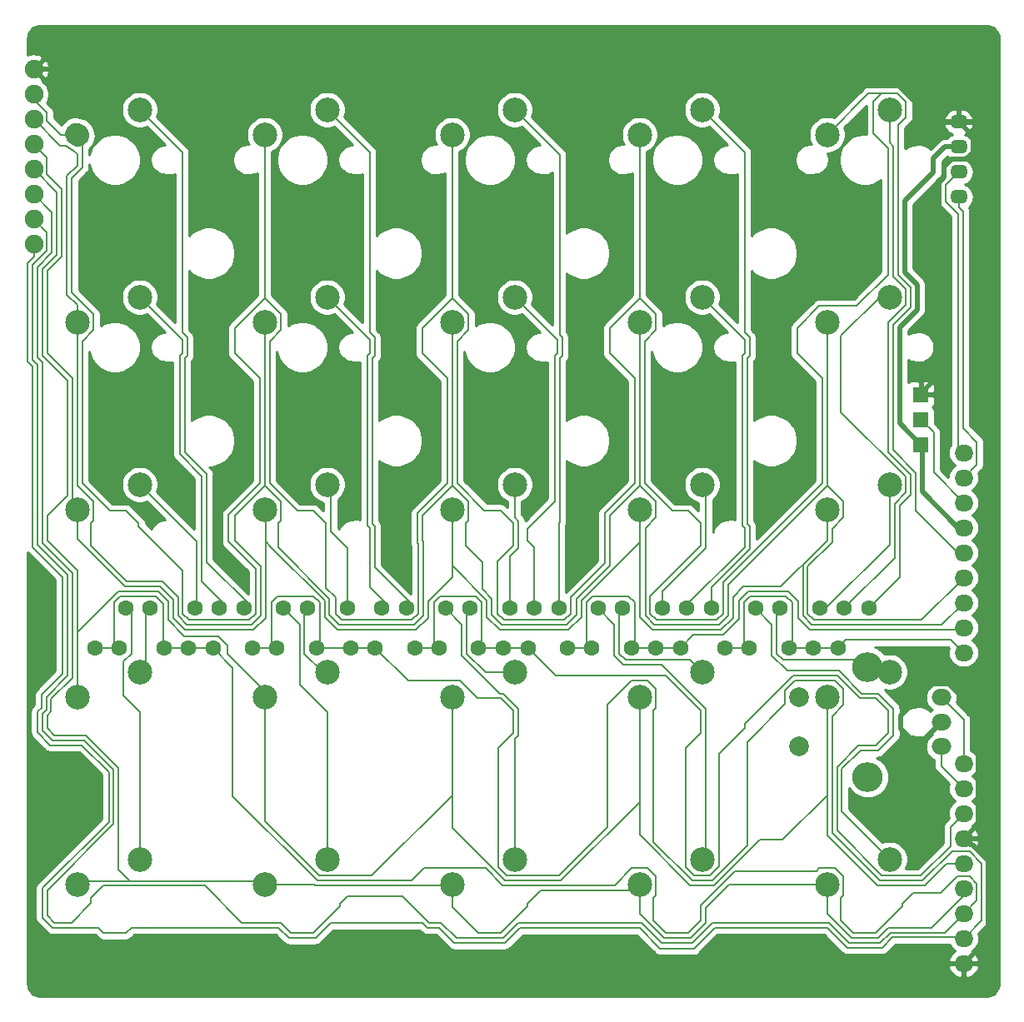
<source format=gbl>
G04 #@! TF.GenerationSoftware,KiCad,Pcbnew,(5.1.9)-1*
G04 #@! TF.CreationDate,2021-04-17T21:53:40+09:00*
G04 #@! TF.ProjectId,____________,adfcb9a4-c3c1-428e-91a4-f3fa7f2e6b69,rev?*
G04 #@! TF.SameCoordinates,Original*
G04 #@! TF.FileFunction,Copper,L2,Bot*
G04 #@! TF.FilePolarity,Positive*
%FSLAX46Y46*%
G04 Gerber Fmt 4.6, Leading zero omitted, Abs format (unit mm)*
G04 Created by KiCad (PCBNEW (5.1.9)-1) date 2021-04-17 21:53:40*
%MOMM*%
%LPD*%
G01*
G04 APERTURE LIST*
G04 #@! TA.AperFunction,ComponentPad*
%ADD10C,2.500000*%
G04 #@! TD*
G04 #@! TA.AperFunction,ComponentPad*
%ADD11O,2.000000X1.675000*%
G04 #@! TD*
G04 #@! TA.AperFunction,ComponentPad*
%ADD12O,3.100000X3.000000*%
G04 #@! TD*
G04 #@! TA.AperFunction,ComponentPad*
%ADD13C,2.000000*%
G04 #@! TD*
G04 #@! TA.AperFunction,SMDPad,CuDef*
%ADD14R,1.600000X1.600000*%
G04 #@! TD*
G04 #@! TA.AperFunction,ComponentPad*
%ADD15O,1.800000X1.439000*%
G04 #@! TD*
G04 #@! TA.AperFunction,ComponentPad*
%ADD16C,1.900000*%
G04 #@! TD*
G04 #@! TA.AperFunction,ComponentPad*
%ADD17O,1.900000X1.700000*%
G04 #@! TD*
G04 #@! TA.AperFunction,ComponentPad*
%ADD18C,1.600000*%
G04 #@! TD*
G04 #@! TA.AperFunction,Conductor*
%ADD19C,0.200000*%
G04 #@! TD*
G04 #@! TA.AperFunction,Conductor*
%ADD20C,0.500000*%
G04 #@! TD*
G04 #@! TA.AperFunction,Conductor*
%ADD21C,0.254000*%
G04 #@! TD*
G04 #@! TA.AperFunction,Conductor*
%ADD22C,0.100000*%
G04 #@! TD*
G04 APERTURE END LIST*
D10*
X88240000Y12580000D03*
X81890000Y10040000D03*
X81890000Y86240000D03*
X88240000Y88780000D03*
G04 #@! TA.AperFunction,ComponentPad*
G36*
G01*
X4666060Y86956971D02*
X4666060Y86956971D01*
G75*
G02*
X6267698Y87239383I942025J-659613D01*
G01*
X6431528Y87124667D01*
G75*
G02*
X6713940Y85523029I-659613J-942025D01*
G01*
X6713940Y85523029D01*
G75*
G02*
X5112302Y85240617I-942025J659613D01*
G01*
X4948472Y85355333D01*
G75*
G02*
X4666060Y86956971I659613J942025D01*
G01*
G37*
G04 #@! TD.AperFunction*
X12040000Y88780000D03*
X81890000Y29090000D03*
X88240000Y31630000D03*
D11*
X93500000Y24050000D03*
X93500000Y26550000D03*
X93500000Y29050000D03*
D12*
X86000000Y20950000D03*
X86000000Y32150000D03*
D13*
X79000000Y24050000D03*
X79000000Y29050000D03*
D10*
X81890000Y67190000D03*
X88240000Y69730000D03*
D14*
X91400000Y59830000D03*
X91400000Y54750000D03*
X91400000Y57290000D03*
D10*
X12040000Y69730000D03*
X5690000Y67190000D03*
X5690000Y48140000D03*
X12040000Y50680000D03*
X12040000Y31630000D03*
X5690000Y29090000D03*
X24740000Y86240000D03*
X31090000Y88780000D03*
X31090000Y69730000D03*
X24740000Y67190000D03*
X24740000Y48140000D03*
X31090000Y50680000D03*
X31090000Y31630000D03*
X24740000Y29090000D03*
X50140000Y88780000D03*
X43790000Y86240000D03*
X50140000Y69730000D03*
X43790000Y67190000D03*
X43790000Y48140000D03*
X50140000Y50680000D03*
X50140000Y31630000D03*
X43790000Y29090000D03*
X43790000Y10040000D03*
X50140000Y12580000D03*
X69190000Y88780000D03*
X62840000Y86240000D03*
X69190000Y69730000D03*
X62840000Y67190000D03*
X62840000Y48140000D03*
X69190000Y50680000D03*
X62840000Y29090000D03*
X69190000Y31630000D03*
X69190000Y12580000D03*
X62840000Y10040000D03*
X88240000Y50680000D03*
X81890000Y48140000D03*
D15*
X95250000Y79915000D03*
X95250000Y82455000D03*
X95250000Y84995000D03*
X95250000Y87535000D03*
D10*
X12040000Y12580000D03*
X5690000Y10040000D03*
X24740000Y10040000D03*
X31090000Y12580000D03*
D16*
X1270000Y75120000D03*
X1270000Y77660000D03*
X1270000Y80200000D03*
X1270000Y82740000D03*
X1270000Y85280000D03*
X1270000Y87820000D03*
X1270000Y90360000D03*
X1270000Y92900000D03*
D17*
X95760000Y33600000D03*
X95760000Y36140000D03*
X95760000Y38680000D03*
X95760000Y41220000D03*
X95760000Y43760000D03*
X95760000Y46300000D03*
X95760000Y48840000D03*
X95760000Y51380000D03*
X95760000Y53920000D03*
X95760000Y22320000D03*
X95760000Y19780000D03*
X95760000Y17240000D03*
X95760000Y14700000D03*
X95760000Y12160000D03*
X95760000Y9620000D03*
X95760000Y7080000D03*
X95760000Y4540000D03*
X95760000Y2000000D03*
D18*
X19480063Y34090573D03*
X22619937Y38109427D03*
X20119937Y38109427D03*
X16980063Y34090573D03*
X14480063Y34090573D03*
X17619937Y38109427D03*
X13119937Y38109427D03*
X9980063Y34090573D03*
X7480063Y34090573D03*
X10619937Y38109427D03*
X39119937Y38109427D03*
X35980063Y34090573D03*
X36619937Y38109427D03*
X33480063Y34090573D03*
X29980063Y34090573D03*
X33119937Y38109427D03*
X29119937Y38109427D03*
X25980063Y34090573D03*
X26619937Y38109427D03*
X23480063Y34090573D03*
X51480063Y34090573D03*
X54619937Y38109427D03*
X48980063Y34090573D03*
X52119937Y38109427D03*
X49619937Y38109427D03*
X46480063Y34090573D03*
X42480063Y34090573D03*
X45619937Y38109427D03*
X43119937Y38109427D03*
X39980063Y34090573D03*
X70119937Y38109427D03*
X66980063Y34090573D03*
X67619937Y38109427D03*
X64480063Y34090573D03*
X61980063Y34090573D03*
X65119937Y38109427D03*
X57980063Y34090573D03*
X61119937Y38109427D03*
X58619937Y38109427D03*
X55480063Y34090573D03*
X86119937Y38109427D03*
X82980063Y34090573D03*
X83619937Y38109427D03*
X80480063Y34090573D03*
X77980063Y34090573D03*
X81119937Y38109427D03*
X73980063Y34090573D03*
X77119937Y38109427D03*
X71480063Y34090573D03*
X74619937Y38109427D03*
D19*
X92030021Y5149979D02*
X92757141Y5149979D01*
X93829979Y5149979D02*
X95760000Y7080000D01*
X91349979Y5149979D02*
X93829979Y5149979D01*
X91349979Y5149979D02*
X92030021Y5149979D01*
X7604935Y33938821D02*
X7246878Y34296878D01*
X14480063Y34090573D02*
X19480063Y34090573D01*
X14419896Y38585470D02*
X14419896Y34150740D01*
X14419896Y34150740D02*
X14480063Y34090573D01*
X13695938Y39309428D02*
X14419896Y38585470D01*
X6980063Y34090573D02*
X9480063Y34090573D01*
X9980063Y34090573D02*
X9419936Y34650700D01*
X10043936Y39309428D02*
X11230572Y39309428D01*
X9419936Y38685428D02*
X10043936Y39309428D01*
X9419936Y34650700D02*
X9419936Y38685428D01*
X11230572Y39309428D02*
X13695938Y39309428D01*
X2620001Y76309999D02*
X1270000Y77660000D01*
X1649979Y62880659D02*
X1149969Y63380669D01*
X1649979Y44537779D02*
X1649979Y62880659D01*
X4689980Y41497778D02*
X1649979Y44537779D01*
X2546857Y29095979D02*
X4689980Y31239102D01*
X3144889Y24699989D02*
X2149989Y25694889D01*
X9389979Y21684901D02*
X6374891Y24699989D01*
X2620001Y74471999D02*
X2620001Y76309999D01*
X2649999Y9442001D02*
X9389979Y16181981D01*
X44200011Y4599989D02*
X42650001Y6149999D01*
X33129999Y8850001D02*
X32379999Y8100001D01*
X65083779Y4099979D02*
X63055758Y6128000D01*
X6374891Y24699989D02*
X3144889Y24699989D01*
X82105758Y6128000D02*
X70244242Y6128000D01*
X4689980Y31239102D02*
X4689980Y41497778D01*
X50487122Y6128000D02*
X48959111Y4599989D01*
X7099999Y8147999D02*
X5101999Y6149999D01*
X9389979Y16181981D02*
X9389979Y21684901D01*
X87266221Y4099979D02*
X84133779Y4099979D01*
X48959111Y4599989D02*
X44200011Y4599989D01*
X63055758Y6128000D02*
X50487122Y6128000D01*
X7099999Y8652001D02*
X7099999Y8147999D01*
X88316221Y5149979D02*
X87266221Y4099979D01*
X3351999Y6149999D02*
X2649999Y6851999D01*
X1149969Y63380669D02*
X1149969Y73001967D01*
X42650001Y6149999D02*
X41451999Y6149999D01*
X70244242Y6128000D02*
X68216221Y4099979D01*
X29702001Y5099999D02*
X27397999Y5099999D01*
X2149989Y25694889D02*
X2149989Y27405111D01*
X41451999Y6149999D02*
X38751997Y8850001D01*
X84133779Y4099979D02*
X82105758Y6128000D01*
X2649999Y6851999D02*
X2649999Y9442001D01*
X2546857Y27801979D02*
X2546857Y29095979D01*
X38751997Y8850001D02*
X33129999Y8850001D01*
X32379999Y8100001D02*
X32379999Y7777997D01*
X32379999Y7777997D02*
X29702001Y5099999D01*
X27397999Y5099999D02*
X26347999Y6149999D01*
X26347999Y6149999D02*
X22401999Y6149999D01*
X22401999Y6149999D02*
X18651997Y9900001D01*
X1149969Y73001967D02*
X2620001Y74471999D01*
X68216221Y4099979D02*
X65083779Y4099979D01*
X18651997Y9900001D02*
X8347999Y9900001D01*
X2149989Y27405111D02*
X2546857Y27801979D01*
X91349979Y5149979D02*
X88316221Y5149979D01*
X8347999Y9900001D02*
X7099999Y8652001D01*
X5101999Y6149999D02*
X3351999Y6149999D01*
X21500001Y32070635D02*
X21500001Y19020877D01*
X19480063Y34090573D02*
X21500001Y32070635D01*
X97110010Y8430010D02*
X95760000Y7080000D01*
X97110010Y10137771D02*
X97110010Y8430010D01*
X96377771Y10870010D02*
X97110010Y10137771D01*
X95142229Y10870010D02*
X96377771Y10870010D01*
X93442218Y9170000D02*
X95142229Y10870010D01*
X89529999Y8100001D02*
X90599998Y9170000D01*
X89529999Y7777997D02*
X89529999Y8100001D01*
X64490001Y10832001D02*
X64490001Y8892003D01*
X39702869Y10429989D02*
X40962881Y11690001D01*
X64490001Y8892003D02*
X64249999Y8652001D01*
X62047999Y11690001D02*
X63632001Y11690001D01*
X60287979Y9929981D02*
X62047999Y11690001D01*
X51346223Y9929981D02*
X60287979Y9929981D01*
X69050001Y6347999D02*
X69050001Y7876639D01*
X63632001Y11690001D02*
X64490001Y10832001D01*
X51346221Y9929979D02*
X51346223Y9929981D01*
X48933779Y9929979D02*
X51346221Y9929979D01*
X40962881Y11690001D02*
X47173757Y11690001D01*
X84547999Y5099999D02*
X86852001Y5099999D01*
X30090889Y10429989D02*
X39702869Y10429989D01*
X83299999Y8652001D02*
X83299999Y6347999D01*
X21500001Y19020877D02*
X30090889Y10429989D01*
X82682001Y11690001D02*
X83540001Y10832001D01*
X64249999Y8652001D02*
X64249999Y6347999D01*
X64249999Y6347999D02*
X65497999Y5099999D01*
X83540001Y8892003D02*
X83299999Y8652001D01*
X65497999Y5099999D02*
X67802001Y5099999D01*
X67802001Y5099999D02*
X69050001Y6347999D01*
X83540001Y10832001D02*
X83540001Y8892003D01*
X47173757Y11690001D02*
X48933779Y9929979D01*
X69050001Y7876639D02*
X72553362Y11380000D01*
X72553362Y11380000D02*
X80787998Y11380000D01*
X80787998Y11380000D02*
X81097999Y11690001D01*
X81097999Y11690001D02*
X82682001Y11690001D01*
X83299999Y6347999D02*
X84547999Y5099999D01*
X90599998Y9170000D02*
X93442218Y9170000D01*
X86852001Y5099999D02*
X89529999Y7777997D01*
X16850011Y63794889D02*
X16599999Y63544877D01*
X16850011Y65627109D02*
X16850011Y63794889D01*
X16350001Y66127119D02*
X16850011Y65627109D01*
X16350001Y84469999D02*
X16350001Y66127119D01*
X12040000Y88780000D02*
X16350001Y84469999D01*
X23295064Y38345064D02*
X18830000Y42810128D01*
X16599999Y53973999D02*
X16599999Y55350001D01*
X18830000Y51743998D02*
X16599999Y53973999D01*
X18830000Y42810128D02*
X18830000Y51743998D01*
X16599999Y63544877D02*
X16599999Y55350001D01*
X16350001Y65419999D02*
X12040000Y69730000D01*
X16350001Y64001999D02*
X16350001Y65419999D01*
X16099989Y63751987D02*
X16350001Y64001999D01*
X16099989Y54609989D02*
X16099989Y63751987D01*
X18329990Y40810138D02*
X20795064Y38345064D01*
X18329990Y51536888D02*
X18329990Y40810138D01*
X16099989Y53766889D02*
X18329990Y51536888D01*
X16099989Y54609989D02*
X16099989Y53766889D01*
X12040000Y50680000D02*
X17829980Y44890020D01*
X17829980Y38810148D02*
X18295064Y38345064D01*
X17829980Y44890020D02*
X17829980Y38810148D01*
X12619937Y32209937D02*
X12040000Y31630000D01*
X12619937Y38109427D02*
X12619937Y32209937D01*
X10619937Y38109427D02*
X11180064Y37549300D01*
X10389999Y29212003D02*
X12040000Y27562002D01*
X10389999Y32724507D02*
X10389999Y29212003D01*
X11180064Y33514572D02*
X10389999Y32724507D01*
X12040000Y26120000D02*
X12040000Y12580000D01*
X12040000Y27562002D02*
X12040000Y26120000D01*
X11180064Y37549300D02*
X11180064Y34179936D01*
X11180064Y34179936D02*
X11180064Y33514572D01*
X11180064Y34179936D02*
X11180064Y33919936D01*
X95200000Y5212219D02*
X95200000Y4540000D01*
X87473331Y3599969D02*
X88523331Y4649969D01*
X83926669Y3599969D02*
X87473331Y3599969D01*
X81898648Y5627990D02*
X83926669Y3599969D01*
X70451352Y5627990D02*
X81898648Y5627990D01*
X64936658Y3539980D02*
X68363342Y3539980D01*
X62856638Y5620000D02*
X64936658Y3539980D01*
X50686242Y5620000D02*
X62856638Y5620000D01*
X49166221Y4099979D02*
X50686242Y5620000D01*
X31437122Y6128000D02*
X40766878Y6128000D01*
X68363342Y3539980D02*
X70451352Y5627990D01*
X27190889Y4599989D02*
X29909111Y4599989D01*
X43992901Y4099979D02*
X49166221Y4099979D01*
X26140889Y5649989D02*
X27190889Y4599989D01*
X41244889Y5649989D02*
X42442891Y5649989D01*
X11205989Y5649989D02*
X26140889Y5649989D01*
X8347999Y5099999D02*
X10655999Y5099999D01*
X7798009Y5649989D02*
X8347999Y5099999D01*
X10655999Y5099999D02*
X11205989Y5649989D01*
X42442891Y5649989D02*
X43992901Y4099979D01*
X29909111Y4599989D02*
X31437122Y6128000D01*
X40766878Y6128000D02*
X41244889Y5649989D01*
X4796011Y5649989D02*
X6320011Y5649989D01*
X4796011Y5649989D02*
X7798009Y5649989D01*
X92429969Y4649969D02*
X95090031Y4649969D01*
X88523331Y4649969D02*
X92429969Y4649969D01*
X95090031Y4649969D02*
X95200000Y4540000D01*
X92429969Y4649969D02*
X92550031Y4649969D01*
X29980063Y34090573D02*
X35980063Y34090573D01*
X23480063Y34090573D02*
X25980063Y34090573D01*
X30319938Y34430448D02*
X29980063Y34090573D01*
X30319938Y38685428D02*
X30319938Y34430448D01*
X29695938Y39309428D02*
X30319938Y38685428D01*
X26043936Y39309428D02*
X29695938Y39309428D01*
X25419936Y38685428D02*
X26043936Y39309428D01*
X25419936Y34650700D02*
X25419936Y38685428D01*
X25980063Y34090573D02*
X25419936Y34650700D01*
X3144889Y5649989D02*
X4796011Y5649989D01*
X2149989Y6644889D02*
X3144889Y5649989D01*
X2149989Y9649111D02*
X2149989Y6644889D01*
X8889969Y21477791D02*
X8889969Y16389091D01*
X6167781Y24199979D02*
X8889969Y21477791D01*
X8889969Y16389091D02*
X2149989Y9649111D01*
X649959Y63173559D02*
X1149969Y62673549D01*
X2937779Y24199979D02*
X6167781Y24199979D01*
X1270000Y73829118D02*
X649959Y73209077D01*
X1649979Y27612221D02*
X1649979Y25487779D01*
X1270000Y75120000D02*
X1270000Y73829118D01*
X649959Y73209077D02*
X649959Y63173559D01*
X1149969Y62673549D02*
X1149969Y44330669D01*
X1149969Y44330669D02*
X4189970Y41290668D01*
X4189970Y41290668D02*
X4189970Y31446212D01*
X2046847Y29303089D02*
X2046847Y28009089D01*
X4189970Y31446212D02*
X2046847Y29303089D01*
X2046847Y28009089D02*
X1649979Y27612221D01*
X1649979Y25487779D02*
X2937779Y24199979D01*
X39330635Y30740001D02*
X35980063Y34090573D01*
X44582001Y30740001D02*
X39330635Y30740001D01*
X48752001Y28950001D02*
X46372001Y28950001D01*
X50000001Y27702001D02*
X48752001Y28950001D01*
X48489999Y23887997D02*
X50000001Y25397999D01*
X48489999Y11787999D02*
X48489999Y23887997D01*
X78617999Y30740001D02*
X77599999Y29722001D01*
X82682001Y30740001D02*
X78617999Y30740001D01*
X87240889Y10429989D02*
X82390010Y15280868D01*
X46372001Y28950001D02*
X44582001Y30740001D01*
X95760000Y4540000D02*
X97610020Y6390020D01*
X83540001Y28297999D02*
X83540001Y29882001D01*
X94582229Y13410010D02*
X91602208Y10429989D01*
X82390010Y27148008D02*
X83540001Y28297999D01*
X68190889Y10429989D02*
X64249999Y14370879D01*
X82390010Y15280868D02*
X82390010Y27148008D01*
X91602208Y10429989D02*
X87240889Y10429989D01*
X64249999Y14370879D02*
X64249999Y27702001D01*
X96377771Y13410010D02*
X94582229Y13410010D01*
X83540001Y29882001D02*
X82682001Y30740001D01*
X97610020Y12177761D02*
X96377771Y13410010D01*
X50000001Y25397999D02*
X50000001Y27702001D01*
X97610020Y6390020D02*
X97610020Y12177761D01*
X64249999Y27702001D02*
X64490001Y27942003D01*
X54656001Y10929999D02*
X49347999Y10929999D01*
X77599999Y29722001D02*
X77599999Y28377999D01*
X73749999Y24527999D02*
X73749999Y13990877D01*
X64490001Y29882001D02*
X63632001Y30740001D01*
X73749999Y13990877D02*
X70189111Y10429989D01*
X70189111Y10429989D02*
X68190889Y10429989D01*
X64490001Y27942003D02*
X64490001Y29882001D01*
X63632001Y30740001D02*
X62015115Y30740001D01*
X62015115Y30740001D02*
X59600001Y28324887D01*
X77599999Y28377999D02*
X73749999Y24527999D01*
X59600001Y28324887D02*
X59600001Y15873999D01*
X59600001Y15873999D02*
X54656001Y10929999D01*
X49347999Y10929999D02*
X48489999Y11787999D01*
X35400001Y66127119D02*
X35400001Y84469999D01*
X35900011Y65627109D02*
X35400001Y66127119D01*
X35900011Y63794889D02*
X35900011Y65627109D01*
X35649999Y63544877D02*
X35900011Y63794889D01*
X35649999Y46705123D02*
X35649999Y63544877D01*
X35900011Y46455111D02*
X35649999Y46705123D01*
X35400001Y84469999D02*
X31090000Y88780000D01*
X35900011Y42240117D02*
X39795064Y38345064D01*
X35900011Y45639989D02*
X35900011Y42240117D01*
X35900011Y45639989D02*
X35900011Y46455111D01*
X35400001Y46248001D02*
X35149989Y46498013D01*
X35400001Y46248001D02*
X35400001Y45846001D01*
X35400001Y64707999D02*
X35400001Y64001999D01*
X35400001Y65419999D02*
X35400001Y64707999D01*
X35400001Y65419999D02*
X35281000Y65539000D01*
X35400001Y64001999D02*
X35400001Y65419999D01*
X35149989Y63751987D02*
X35400001Y64001999D01*
X31090000Y69730000D02*
X35281000Y65539000D01*
X35149989Y46498013D02*
X35149989Y62613989D01*
X35149989Y62613989D02*
X35149989Y63751987D01*
X35400001Y40240127D02*
X37295064Y38345064D01*
X35400001Y45249999D02*
X35400001Y40240127D01*
X35400001Y45846001D02*
X35400001Y45249999D01*
X31450011Y50319989D02*
X31090000Y50680000D01*
X31450011Y45929987D02*
X31450011Y50319989D01*
X33119937Y44260061D02*
X32239999Y45139999D01*
X33119937Y38109427D02*
X33119937Y44260061D01*
X32239999Y45139999D02*
X31450011Y45929987D01*
X30664634Y31630000D02*
X31090000Y31630000D01*
X28780062Y37769552D02*
X28780062Y33514572D01*
X28780062Y33514572D02*
X30664634Y31630000D01*
X29119937Y38109427D02*
X28780062Y37769552D01*
X31090000Y27562002D02*
X31090000Y12580000D01*
X28280052Y30371950D02*
X31090000Y27562002D01*
X28280052Y36449312D02*
X28280052Y30371950D01*
X26619937Y38109427D02*
X28280052Y36449312D01*
X69050001Y25397999D02*
X69050001Y27702001D01*
X67539999Y23887997D02*
X69050001Y25397999D01*
X67539999Y11787999D02*
X67539999Y23887997D01*
X69982001Y10929999D02*
X68397999Y10929999D01*
X70940009Y11888007D02*
X69982001Y10929999D01*
X68397999Y10929999D02*
X67539999Y11787999D01*
X73500001Y25901999D02*
X70940009Y23342007D01*
X73500001Y26329123D02*
X73500001Y25901999D01*
X87447999Y10929999D02*
X82890020Y15487978D01*
X82890020Y15487978D02*
X82890020Y21980020D01*
X85059999Y24149999D02*
X86852001Y24149999D01*
X69050001Y27702001D02*
X65511991Y31240011D01*
X82890020Y21980020D02*
X85059999Y24149999D01*
X88100001Y25397999D02*
X88100001Y27702001D01*
X88100001Y27702001D02*
X86852001Y28950001D01*
X70940009Y23342007D02*
X70940009Y11888007D01*
X85179121Y28950001D02*
X82889111Y31240011D01*
X86852001Y28950001D02*
X85179121Y28950001D01*
X82889111Y31240011D02*
X78410889Y31240011D01*
X86852001Y24149999D02*
X88100001Y25397999D01*
X78410889Y31240011D02*
X73500001Y26329123D01*
X89169999Y10929999D02*
X87447999Y10929999D01*
X94409990Y15889990D02*
X95760000Y17240000D01*
X94409990Y13944891D02*
X94409990Y15889990D01*
X91395098Y10929999D02*
X94409990Y13944891D01*
X89169999Y10929999D02*
X91395098Y10929999D01*
X41919936Y34650700D02*
X42480063Y34090573D01*
X41919936Y38685428D02*
X41919936Y34650700D01*
X42543936Y39309428D02*
X41919936Y38685428D01*
X46195938Y39309428D02*
X42543936Y39309428D01*
X46819938Y38685428D02*
X46195938Y39309428D01*
X46819938Y34430448D02*
X46819938Y38685428D01*
X46480063Y34090573D02*
X46819938Y34430448D01*
X39980063Y34090573D02*
X42480063Y34090573D01*
X46480063Y34090573D02*
X48980063Y34090573D01*
X48980063Y34090573D02*
X51480063Y34090573D01*
X54330625Y31240011D02*
X55190011Y31240011D01*
X51480063Y34090573D02*
X54330625Y31240011D01*
X65511991Y31240011D02*
X55190011Y31240011D01*
X54950011Y63794889D02*
X54950011Y65627109D01*
X54699999Y63544877D02*
X54950011Y63794889D01*
X54699999Y84220001D02*
X50140000Y88780000D01*
X54699999Y65877121D02*
X54699999Y84220001D01*
X54950011Y65627109D02*
X54699999Y65877121D01*
X54619937Y46809937D02*
X54699999Y46889999D01*
X54619937Y38109427D02*
X54619937Y46809937D01*
X54699999Y46889999D02*
X54699999Y63544877D01*
X54450001Y64001999D02*
X54199989Y63751987D01*
X54450001Y65419999D02*
X54450001Y64001999D01*
X50140000Y69730000D02*
X54450001Y65419999D01*
X52119937Y38109427D02*
X52119937Y44310061D01*
X52119937Y44310061D02*
X51429999Y44999999D01*
X54199989Y48969991D02*
X54199989Y49289989D01*
X51429999Y46200001D02*
X54199989Y48969991D01*
X51429999Y44999999D02*
X51429999Y46200001D01*
X54199989Y63751987D02*
X54199989Y49289989D01*
X49619937Y38109427D02*
X49619937Y43360815D01*
X50140000Y47319122D02*
X50140000Y50680000D01*
X50500011Y46959111D02*
X50140000Y47319122D01*
X50500011Y44240889D02*
X50500011Y46959111D01*
X49619937Y43360815D02*
X50500011Y44240889D01*
X47164634Y31630000D02*
X50140000Y31630000D01*
X45280062Y33514572D02*
X47164634Y31630000D01*
X45280062Y37769552D02*
X45280062Y33514572D01*
X45619937Y38109427D02*
X45280062Y37769552D01*
X50140000Y24830878D02*
X50140000Y12580000D01*
X50500011Y25190889D02*
X50140000Y24830878D01*
X50500011Y27909111D02*
X50500011Y25190889D01*
X48959111Y29450011D02*
X50500011Y27909111D01*
X44780052Y33307462D02*
X48637503Y29450011D01*
X44780052Y36449312D02*
X44780052Y33307462D01*
X48637503Y29450011D02*
X48959111Y29450011D01*
X43119937Y38109427D02*
X44780052Y36449312D01*
X55480063Y34090573D02*
X57980063Y34090573D01*
X57419936Y34650700D02*
X57980063Y34090573D01*
X57419936Y38685428D02*
X57419936Y34650700D01*
X61695938Y39309428D02*
X58043936Y39309428D01*
X62319938Y38685428D02*
X61695938Y39309428D01*
X58043936Y39309428D02*
X57419936Y38685428D01*
X62319938Y34430448D02*
X62319938Y38685428D01*
X61980063Y34090573D02*
X62319938Y34430448D01*
X61980063Y34090573D02*
X66980063Y34090573D01*
X95529406Y35909406D02*
X95760000Y36140000D01*
X78919916Y38792570D02*
X78919916Y37119206D01*
X77903048Y39809438D02*
X78919916Y38792570D01*
X78919916Y37119206D02*
X80129716Y35909406D01*
X73836826Y39809438D02*
X77903048Y39809438D01*
X72919926Y38892538D02*
X73836826Y39809438D01*
X72919926Y37012054D02*
X72919926Y38892538D01*
X80129716Y35909406D02*
X95529406Y35909406D01*
X71317270Y35409398D02*
X72919926Y37012054D01*
X68298888Y35409398D02*
X71317270Y35409398D01*
X66980063Y34090573D02*
X68298888Y35409398D01*
X70119937Y40226179D02*
X70119937Y38109427D01*
X73749999Y63544877D02*
X73749999Y46705123D01*
X74000011Y63794889D02*
X73749999Y63544877D01*
X74000011Y46455111D02*
X74000011Y44106253D01*
X74000011Y65627109D02*
X74000011Y63794889D01*
X73500001Y66127119D02*
X74000011Y65627109D01*
X74000011Y44106253D02*
X70119937Y40226179D01*
X73749999Y46705123D02*
X74000011Y46455111D01*
X73500001Y84469999D02*
X73500001Y66127119D01*
X69190000Y88780000D02*
X73500001Y84469999D01*
X67619937Y38433299D02*
X67619937Y38109427D01*
X73500001Y44313363D02*
X67619937Y38433299D01*
X73500001Y46248001D02*
X73500001Y44313363D01*
X73249989Y46498013D02*
X73500001Y46248001D01*
X73249989Y63751987D02*
X73249989Y46498013D01*
X73500001Y64001999D02*
X73249989Y63751987D01*
X73500001Y65419999D02*
X73500001Y64001999D01*
X69190000Y69730000D02*
X73500001Y65419999D01*
X69550011Y50319989D02*
X69190000Y50680000D01*
X69550011Y44240889D02*
X69550011Y50319989D01*
X65119937Y39810815D02*
X69550011Y44240889D01*
X65119937Y38109427D02*
X65119937Y39810815D01*
X67940001Y32879999D02*
X69190000Y31630000D01*
X61414635Y32879999D02*
X67940001Y32879999D01*
X60780062Y33514572D02*
X61414635Y32879999D01*
X60780062Y37769552D02*
X60780062Y33514572D01*
X61119937Y38109427D02*
X60780062Y37769552D01*
X69550011Y12940011D02*
X69190000Y12580000D01*
X69550011Y27909111D02*
X69550011Y12940011D01*
X61207525Y32379989D02*
X65079133Y32379989D01*
X60280052Y33307462D02*
X61207525Y32379989D01*
X60280052Y36449312D02*
X60280052Y33307462D01*
X65079133Y32379989D02*
X69550011Y27909111D01*
X58619937Y38109427D02*
X60280052Y36449312D01*
X71480063Y34090573D02*
X73980063Y34090573D01*
X73419936Y34650700D02*
X73980063Y34090573D01*
X73419936Y38685428D02*
X73419936Y34650700D01*
X74043936Y39309428D02*
X73419936Y38685428D01*
X77695938Y39309428D02*
X74043936Y39309428D01*
X78319938Y38685428D02*
X77695938Y39309428D01*
X78319938Y34430448D02*
X78319938Y38685428D01*
X77980063Y34090573D02*
X78319938Y34430448D01*
X77980063Y34090573D02*
X82980063Y34090573D01*
X94469428Y34890572D02*
X95760000Y33600000D01*
X83780062Y34890572D02*
X94469428Y34890572D01*
X82980063Y34090573D02*
X83780062Y34890572D01*
X88240000Y88780000D02*
X88240000Y85419122D01*
X88240000Y85419122D02*
X88600011Y85059111D01*
X88600011Y71811991D02*
X89890001Y70522001D01*
X90390011Y49680889D02*
X89240020Y48530898D01*
X89890001Y68937999D02*
X88100001Y67147999D01*
X88100001Y67147999D02*
X88100001Y53969121D01*
X89890001Y70522001D02*
X89890001Y68937999D01*
X88100001Y53969121D02*
X90390011Y51679111D01*
X88600011Y85059111D02*
X88600011Y71811991D01*
X90390011Y51679111D02*
X90390011Y49680889D01*
X89240020Y48530898D02*
X89240020Y45789980D01*
X89240020Y41229510D02*
X86119937Y38109427D01*
X89240020Y42989980D02*
X89240020Y41229510D01*
X89240020Y42989980D02*
X89240020Y45789980D01*
X83299999Y65802001D02*
X87227998Y69730000D01*
X87227998Y69730000D02*
X88240000Y69730000D01*
X83299999Y58062003D02*
X83299999Y65802001D01*
X89890001Y49887999D02*
X89890001Y51472001D01*
X89890001Y51472001D02*
X83299999Y58062003D01*
X88740010Y48738008D02*
X89890001Y49887999D01*
X88740010Y43229500D02*
X88740010Y46100010D01*
X83619937Y38109427D02*
X88740010Y43229500D01*
X88740010Y46100010D02*
X88740010Y48738008D01*
X81761429Y38109427D02*
X81119937Y38109427D01*
X88240000Y44587998D02*
X81761429Y38109427D01*
X88240000Y50680000D02*
X88240000Y44587998D01*
X71920482Y10040000D02*
X81890000Y10040000D01*
X69550011Y7669529D02*
X71920482Y10040000D01*
X68009111Y4599989D02*
X69550011Y6140889D01*
X65290889Y4599989D02*
X68009111Y4599989D01*
X62840000Y7050878D02*
X65290889Y4599989D01*
X69550011Y6140889D02*
X69550011Y7669529D01*
X62840000Y10040000D02*
X62840000Y7050878D01*
X5690000Y10040000D02*
X6050011Y10400011D01*
X24379989Y10400011D02*
X24740000Y10040000D01*
X12146011Y10400011D02*
X24379989Y10400011D01*
X6050011Y10400011D02*
X12146011Y10400011D01*
X87059111Y4599989D02*
X88109111Y5649989D01*
X84340889Y4599989D02*
X87059111Y4599989D01*
X81890000Y7050878D02*
X84340889Y4599989D01*
X81890000Y10040000D02*
X81890000Y7050878D01*
X95200000Y9501998D02*
X95200000Y9620000D01*
X95760000Y8947781D02*
X95760000Y9620000D01*
X92462208Y5649989D02*
X95760000Y8947781D01*
X90669989Y5649989D02*
X92462208Y5649989D01*
X88109111Y5649989D02*
X90669989Y5649989D01*
X43679979Y9929979D02*
X43790000Y10040000D01*
X29883779Y9929979D02*
X43679979Y9929979D01*
X29773758Y10040000D02*
X29883779Y9929979D01*
X24740000Y10040000D02*
X29773758Y10040000D01*
X52759969Y9429971D02*
X62229971Y9429971D01*
X62229971Y9429971D02*
X62840000Y10040000D01*
X48752001Y5099999D02*
X51429999Y7777997D01*
X46447999Y5099999D02*
X48752001Y5099999D01*
X43790000Y7757998D02*
X46447999Y5099999D01*
X51429999Y8100001D02*
X52759969Y9429971D01*
X51429999Y7777997D02*
X51429999Y8100001D01*
X43790000Y10040000D02*
X43790000Y7757998D01*
X9889989Y21892011D02*
X9889989Y11580889D01*
X11070867Y10400011D02*
X12146011Y10400011D01*
X3351999Y25199999D02*
X6582001Y25199999D01*
X6582001Y25199999D02*
X9889989Y21892011D01*
X1649979Y72794857D02*
X1649979Y63587779D01*
X3120011Y78349989D02*
X3120011Y74264889D01*
X1270000Y80200000D02*
X3120011Y78349989D01*
X2649999Y25901999D02*
X3351999Y25199999D01*
X1649979Y63587779D02*
X2149989Y63087769D01*
X3046867Y28888869D02*
X3046867Y27594869D01*
X5189990Y41704888D02*
X5189990Y31031992D01*
X2149989Y63087769D02*
X2149989Y44744889D01*
X3120011Y74264889D02*
X1649979Y72794857D01*
X2149989Y44744889D02*
X5189990Y41704888D01*
X5189990Y31031992D02*
X3046867Y28888869D01*
X3046867Y27594869D02*
X2649999Y27198001D01*
X9889989Y11580889D02*
X11070867Y10400011D01*
X2649999Y27198001D02*
X2649999Y25901999D01*
D20*
X96700010Y86084990D02*
X95250000Y87535000D01*
X96700010Y85280010D02*
X96700010Y86084990D01*
X95956348Y83725490D02*
X96700010Y84469152D01*
X93799990Y81924242D02*
X93799990Y82980848D01*
X93799990Y82980848D02*
X94544632Y83725490D01*
X93299980Y81424232D02*
X93799990Y81924242D01*
X94544632Y83725490D02*
X95956348Y83725490D01*
X93299980Y61819980D02*
X93299980Y81424232D01*
X96700010Y84469152D02*
X96700010Y85280010D01*
X91310000Y59830000D02*
X93299980Y61819980D01*
X91400000Y59830000D02*
X91310000Y59830000D01*
X96399980Y14060020D02*
X95760000Y14700000D01*
X96647013Y14060020D02*
X96399980Y14060020D01*
X98260030Y12447003D02*
X96647013Y14060020D01*
X95760000Y2000000D02*
X98260030Y4500030D01*
X98260030Y4500030D02*
X98260030Y10809970D01*
X98260030Y10809970D02*
X98260030Y12447003D01*
X91574725Y24624725D02*
X93500000Y26550000D01*
X89379999Y25877999D02*
X90633273Y24624725D01*
X89379999Y27222001D02*
X89379999Y25877999D01*
X94237225Y30437510D02*
X92595508Y30437510D01*
X92595508Y30437510D02*
X89379999Y27222001D01*
X97260010Y27414725D02*
X94237225Y30437510D01*
X97260010Y16200010D02*
X97260010Y27414725D01*
X90633273Y24624725D02*
X91574725Y24624725D01*
X95760000Y14700000D02*
X97260010Y16200010D01*
X95250000Y87535000D02*
X96695000Y87535000D01*
X96695000Y87535000D02*
X97305000Y86925000D01*
X98260030Y85969970D02*
X97305000Y86925000D01*
X98260030Y10809970D02*
X98260030Y85969970D01*
X1270000Y92900000D02*
X87481254Y92900000D01*
X92846254Y87535000D02*
X95250000Y87535000D01*
X87481254Y92900000D02*
X92846254Y87535000D01*
D19*
X81890000Y29090000D02*
X81890000Y24264000D01*
X81890000Y20504000D02*
X81890000Y24264000D01*
X81890000Y19113998D02*
X81890000Y20504000D01*
X77376001Y14599999D02*
X81890000Y19113998D01*
X75066241Y14599999D02*
X77376001Y14599999D01*
X70396221Y9929979D02*
X75066241Y14599999D01*
X67983779Y9929979D02*
X70396221Y9929979D01*
X62840000Y15073758D02*
X67983779Y9929979D01*
X94039339Y12160000D02*
X95760000Y12160000D01*
X91809318Y9929979D02*
X94039339Y12160000D01*
X87033779Y9929979D02*
X91809318Y9929979D01*
X81933758Y15030000D02*
X87033779Y9929979D01*
X81890000Y15030000D02*
X81933758Y15030000D01*
X81890000Y20504000D02*
X81890000Y15030000D01*
X20977937Y33457937D02*
X24740000Y29695874D01*
X20977937Y34341821D02*
X20977937Y33457937D01*
X20029184Y35290574D02*
X20977937Y34341821D01*
X14919906Y36912096D02*
X16541428Y35290574D01*
X16541428Y35290574D02*
X20029184Y35290574D01*
X14919906Y38792580D02*
X14919906Y36912096D01*
X13903048Y39809438D02*
X14919906Y38792580D01*
X24740000Y29695874D02*
X24740000Y29090000D01*
X3620021Y80389979D02*
X1270000Y82740000D01*
X3620021Y74057779D02*
X3620021Y80389979D01*
X2149989Y72587747D02*
X3620021Y74057779D01*
X2149989Y63794889D02*
X2149989Y72587747D01*
X4689980Y61254898D02*
X2149989Y63794889D01*
X4689980Y49581982D02*
X4689980Y61254898D01*
X2649999Y47542001D02*
X4689980Y49581982D01*
X2649999Y44951999D02*
X2649999Y47542001D01*
X5690000Y41911998D02*
X2649999Y44951999D01*
X11139438Y39809438D02*
X13903048Y39809438D01*
X9836826Y39809438D02*
X5690000Y35662612D01*
X5690000Y35662612D02*
X5690000Y34580000D01*
X11139438Y39809438D02*
X9836826Y39809438D01*
X5690000Y34580000D02*
X5690000Y41911998D01*
X5690000Y29090000D02*
X5690000Y34580000D01*
X43790000Y19113998D02*
X43790000Y29090000D01*
X35606001Y10929999D02*
X43790000Y19113998D01*
X30297999Y10929999D02*
X35606001Y10929999D01*
X24740000Y16487998D02*
X30297999Y10929999D01*
X24740000Y29090000D02*
X24740000Y16487998D01*
X62840000Y20670000D02*
X62840000Y15073758D01*
X43790000Y15780878D02*
X49140889Y10429989D01*
X43790000Y29090000D02*
X43790000Y15780878D01*
X49140889Y10429989D02*
X54170011Y10429989D01*
X54863111Y10429989D02*
X62840000Y18406878D01*
X54170011Y10429989D02*
X54863111Y10429989D01*
X62840000Y21520000D02*
X62840000Y20670000D01*
X62840000Y18406878D02*
X62840000Y21520000D01*
X62840000Y29090000D02*
X62840000Y21520000D01*
X2238000Y84312000D02*
X1270000Y85280000D01*
X2620001Y83929999D02*
X2238000Y84312000D01*
X2620001Y82247999D02*
X2620001Y83929999D01*
X4120031Y80747969D02*
X2620001Y82247999D01*
X4120031Y73850669D02*
X4120031Y80747969D01*
X2649999Y72380637D02*
X4120031Y73850669D01*
X2649999Y64001999D02*
X2649999Y72380637D01*
X5189990Y61462008D02*
X2649999Y64001999D01*
X5189990Y48640010D02*
X5189990Y61462008D01*
X5690000Y48140000D02*
X5189990Y48640010D01*
X16629716Y35909406D02*
X23610158Y35909406D01*
X15419916Y37119206D02*
X16629716Y35909406D01*
X24819958Y48060042D02*
X24740000Y48140000D01*
X23610158Y35909406D02*
X24819958Y37119206D01*
X14110158Y40309448D02*
X15419916Y38999690D01*
X10531430Y40309448D02*
X14110158Y40309448D01*
X15419916Y38999690D02*
X15419916Y37119206D01*
X5690000Y45150878D02*
X10531430Y40309448D01*
X5690000Y48140000D02*
X5690000Y45150878D01*
X80336826Y36409416D02*
X93489416Y36409416D01*
X79419926Y37326316D02*
X80336826Y36409416D01*
X93489416Y36409416D02*
X95760000Y38680000D01*
X79419926Y42549924D02*
X79419926Y37326316D01*
X81890000Y45019998D02*
X79419926Y42549924D01*
X81890000Y48140000D02*
X81890000Y45019998D01*
X43790000Y41262612D02*
X43790000Y48140000D01*
X30819948Y38892538D02*
X30819948Y37219174D01*
X30819948Y37219174D02*
X32129716Y35909406D01*
X32129716Y35909406D02*
X40110158Y35909406D01*
X40110158Y35909406D02*
X41319958Y37119206D01*
X41319958Y37119206D02*
X41319958Y38792570D01*
X41319958Y38792570D02*
X43790000Y41262612D01*
X24819958Y44892528D02*
X25396243Y44316243D01*
X25396243Y44316243D02*
X30819948Y38892538D01*
X24819958Y37119206D02*
X24819958Y45489958D01*
X24819958Y45489958D02*
X24819958Y44892528D01*
X24819958Y45489958D02*
X24819958Y48060042D01*
X62840000Y45320000D02*
X62840000Y48140000D01*
X62840000Y45150878D02*
X62840000Y45320000D01*
X43790000Y42422486D02*
X43790000Y48140000D01*
X47319948Y38892538D02*
X43790000Y42422486D01*
X47319948Y37219174D02*
X47319948Y38892538D01*
X48629716Y35909406D02*
X47319948Y37219174D01*
X55610158Y35909406D02*
X48629716Y35909406D01*
X56919926Y37219174D02*
X55610158Y35909406D01*
X56919926Y38892538D02*
X56919926Y37219174D01*
X62840000Y44812612D02*
X56919926Y38892538D01*
X62840000Y45320000D02*
X62840000Y44812612D01*
X64129716Y35909406D02*
X71110158Y35909406D01*
X71110158Y35909406D02*
X72319956Y37119204D01*
X62840000Y48140000D02*
X62840000Y37199122D01*
X62840000Y37199122D02*
X64129716Y35909406D01*
X81890000Y45019998D02*
X77179450Y40309448D01*
X72319956Y39249956D02*
X72319956Y38040044D01*
X73379448Y40309448D02*
X72319956Y39249956D01*
X77179450Y40309448D02*
X73379448Y40309448D01*
X72319956Y37119204D02*
X72319956Y38040044D01*
X81890000Y52170000D02*
X81890000Y50582002D01*
X81890000Y53270000D02*
X81890000Y50582002D01*
X81890000Y52170000D02*
X81890000Y53270000D01*
X81890000Y53270000D02*
X81890000Y67190000D01*
X43790000Y51950000D02*
X43790000Y51188000D01*
X43790000Y51950000D02*
X43790000Y50582002D01*
X4543242Y85150758D02*
X3939242Y85150758D01*
X5690000Y67190000D02*
X5690000Y68924882D01*
X3939242Y85150758D02*
X1270000Y87820000D01*
X5690000Y68924882D02*
X4620041Y69994841D01*
X43790000Y67190000D02*
X43790000Y51950000D01*
X24740000Y52610000D02*
X24740000Y50582002D01*
X4620041Y69994841D02*
X4620041Y82050039D01*
X4620041Y82050039D02*
X5690000Y83119998D01*
X5690000Y83119998D02*
X5690000Y84238072D01*
X5690000Y84238072D02*
X5324036Y84604036D01*
X62840000Y50582002D02*
X62840000Y67190000D01*
X5324036Y84604036D02*
X4543242Y85150758D01*
X43790000Y51188000D02*
X43790000Y50582002D01*
X24740000Y52930000D02*
X24740000Y52610000D01*
X24740000Y67190000D02*
X24740000Y52930000D01*
X7340001Y46992003D02*
X7099999Y46752001D01*
X7099999Y46752001D02*
X7099999Y44447999D01*
X7340001Y48932001D02*
X7340001Y46992003D01*
X23403048Y36409416D02*
X24319948Y37326316D01*
X24319948Y37326316D02*
X24319948Y42332050D01*
X10738540Y40809458D02*
X14317268Y40809458D01*
X15919926Y39206800D02*
X15919926Y37326316D01*
X14317268Y40809458D02*
X15919926Y39206800D01*
X15919926Y37326316D02*
X16836826Y36409416D01*
X5690000Y50582002D02*
X7340001Y48932001D01*
X5690000Y67190000D02*
X5690000Y50582002D01*
X7099999Y44447999D02*
X10738540Y40809458D01*
X21699999Y47542001D02*
X24740000Y50582002D01*
X16836826Y36409416D02*
X23403048Y36409416D01*
X24319948Y42332050D02*
X21699999Y44951999D01*
X21699999Y44951999D02*
X21699999Y47542001D01*
X91449426Y36909426D02*
X95760000Y41220000D01*
X83349426Y36909426D02*
X91449426Y36909426D01*
X83349426Y36909426D02*
X83644937Y36909426D01*
X40749999Y44951999D02*
X40749999Y47542001D01*
X39903048Y36409416D02*
X40819948Y37326316D01*
X32336826Y36409416D02*
X39903048Y36409416D01*
X31319958Y37426284D02*
X32336826Y36409416D01*
X40749999Y47542001D02*
X43790000Y50582002D01*
X31319958Y39099648D02*
X31319958Y37426284D01*
X26149999Y44269607D02*
X31319958Y39099648D01*
X26149999Y46752001D02*
X26149999Y44269607D01*
X40819948Y44882050D02*
X40749999Y44951999D01*
X40819948Y37326316D02*
X40819948Y44882050D01*
X26390001Y46992003D02*
X26149999Y46752001D01*
X26390001Y48932001D02*
X26390001Y46992003D01*
X24740000Y50582002D02*
X26390001Y48932001D01*
X45440001Y48932001D02*
X43790000Y50582002D01*
X45440001Y46992003D02*
X45440001Y48932001D01*
X62840000Y50582002D02*
X59799999Y47542001D01*
X59799999Y47542001D02*
X59799999Y42479731D01*
X59799999Y42479731D02*
X56419916Y39099648D01*
X47819958Y39099648D02*
X46828999Y40090607D01*
X56419916Y37426284D02*
X55403048Y36409416D01*
X55403048Y36409416D02*
X48836826Y36409416D01*
X48836826Y36409416D02*
X47819958Y37426284D01*
X45199999Y44447999D02*
X45199999Y46752001D01*
X46828999Y40090607D02*
X46828999Y42818999D01*
X47819958Y37426284D02*
X47819958Y39099648D01*
X46828999Y42818999D02*
X45199999Y44447999D01*
X56419916Y39099648D02*
X56419916Y37426284D01*
X45199999Y46752001D02*
X45440001Y46992003D01*
X81328999Y50021001D02*
X81890000Y50582002D01*
X71819946Y40511948D02*
X81328999Y50021001D01*
X71819946Y37326314D02*
X71819946Y40511948D01*
X70903048Y36409416D02*
X71819946Y37326314D01*
X63419926Y37326316D02*
X64336826Y36409416D01*
X63419926Y46277924D02*
X63419926Y37326316D01*
X64490001Y47347999D02*
X63419926Y46277924D01*
X64336826Y36409416D02*
X70903048Y36409416D01*
X64490001Y48932001D02*
X64490001Y47347999D01*
X62840000Y50582002D02*
X64490001Y48932001D01*
X83540001Y48932001D02*
X81890000Y50582002D01*
X82390010Y44812888D02*
X82390010Y46198008D01*
X83540001Y47347999D02*
X83540001Y48932001D01*
X82390010Y46198008D02*
X83540001Y47347999D01*
X79919936Y37533426D02*
X79919936Y42342814D01*
X80543936Y36909426D02*
X79919936Y37533426D01*
X79919936Y42342814D02*
X82390010Y44812888D01*
X83349426Y36909426D02*
X80543936Y36909426D01*
X89032001Y90430001D02*
X89890001Y89572001D01*
X89890001Y89572001D02*
X89890001Y87987999D01*
X89100021Y87198019D02*
X89100021Y72019101D01*
X89890001Y87987999D02*
X89100021Y87198019D01*
X88600011Y54176231D02*
X90890021Y51886221D01*
X89100021Y72019101D02*
X90390011Y70729111D01*
X90390011Y70729111D02*
X90390011Y68730889D01*
X90390011Y68730889D02*
X88600011Y66940889D01*
X88600011Y66940889D02*
X88600011Y54176231D01*
X90890021Y48069979D02*
X95200000Y43760000D01*
X90890021Y50640021D02*
X90890021Y48069979D01*
X90890021Y51886221D02*
X90890021Y50640021D01*
X40749999Y64001999D02*
X40749999Y66592001D01*
X32543936Y36909426D02*
X39695938Y36909426D01*
X40249989Y44744889D02*
X40249989Y47749111D01*
X39695938Y36909426D02*
X40319938Y37533426D01*
X28029121Y48000001D02*
X29702001Y48000001D01*
X40249989Y47749111D02*
X43289990Y50789112D01*
X26390001Y67982001D02*
X26390001Y66397999D01*
X31919936Y39206790D02*
X31919936Y37533426D01*
X43289990Y61462008D02*
X40749999Y64001999D01*
X30950001Y40176725D02*
X31919936Y39206790D01*
X25240010Y65248008D02*
X25240010Y50789112D01*
X40749999Y66592001D02*
X43790000Y69632002D01*
X24740000Y69632002D02*
X26390001Y67982001D01*
X40319938Y37533426D02*
X40319938Y44674940D01*
X29702001Y48000001D02*
X30950001Y46752001D01*
X40319938Y44674940D02*
X40249989Y44744889D01*
X25240010Y50789112D02*
X28029121Y48000001D01*
X26390001Y66397999D02*
X25240010Y65248008D01*
X43289990Y50789112D02*
X43289990Y61462008D01*
X30950001Y46752001D02*
X30950001Y40176725D01*
X31919936Y37533426D02*
X32543936Y36909426D01*
X62840000Y71630000D02*
X62840000Y69632002D01*
X4056155Y86240000D02*
X2620001Y87676154D01*
X1270000Y89818002D02*
X1270000Y90360000D01*
X2620001Y88468001D02*
X1270000Y89818002D01*
X24740000Y86240000D02*
X24740000Y69632002D01*
X43790000Y86240000D02*
X43790000Y69632002D01*
X5690000Y86240000D02*
X4056155Y86240000D01*
X62840000Y86240000D02*
X62840000Y71630000D01*
X2620001Y87676154D02*
X2620001Y88468001D01*
X24239990Y50789112D02*
X24239990Y61462008D01*
X11900001Y46429997D02*
X16419936Y41910062D01*
X6190010Y85739990D02*
X6190010Y82912888D01*
X21699999Y66592001D02*
X24740000Y69632002D01*
X5120051Y81842929D02*
X5120051Y70201951D01*
X24239990Y61462008D02*
X21699999Y64001999D01*
X11900001Y46752001D02*
X11900001Y46429997D01*
X6190010Y82912888D02*
X5120051Y81842929D01*
X21053123Y47602245D02*
X24239990Y50789112D01*
X6190010Y65248008D02*
X6190010Y50789112D01*
X7340001Y67982001D02*
X7340001Y66397999D01*
X7340001Y66397999D02*
X6190010Y65248008D01*
X8979121Y48000001D02*
X10652001Y48000001D01*
X10652001Y48000001D02*
X11900001Y46752001D01*
X6190010Y50789112D02*
X8979121Y48000001D01*
X5690000Y86240000D02*
X6190010Y85739990D01*
X23195938Y36909426D02*
X23819938Y37533426D01*
X5120051Y70201951D02*
X7340001Y67982001D01*
X23819938Y42124940D02*
X21053123Y44891755D01*
X17043936Y36909426D02*
X23195938Y36909426D01*
X21699999Y64001999D02*
X21699999Y66592001D01*
X16419936Y41910062D02*
X16419936Y37533426D01*
X16419936Y37533426D02*
X17043936Y36909426D01*
X23819938Y37533426D02*
X23819938Y42124940D01*
X21053123Y44891755D02*
X21053123Y47602245D01*
X86080001Y90430001D02*
X88200001Y90430001D01*
X81890000Y86240000D02*
X86080001Y90430001D01*
X88200001Y90430001D02*
X88639999Y90430001D01*
X88639999Y90430001D02*
X89032001Y90430001D01*
X44290010Y65248008D02*
X45440001Y66397999D01*
X44290010Y50789112D02*
X44290010Y65248008D01*
X47041122Y48038000D02*
X44290010Y50789112D01*
X48714002Y48038000D02*
X47041122Y48038000D01*
X50000001Y44447999D02*
X50000001Y46752001D01*
X62840000Y69632002D02*
X59799999Y66592001D01*
X62339990Y50789112D02*
X59299989Y47749111D01*
X59799999Y66592001D02*
X59799999Y64001999D01*
X62339990Y61462008D02*
X62339990Y50789112D01*
X59799999Y64001999D02*
X62339990Y61462008D01*
X59299989Y47749111D02*
X59299989Y42686841D01*
X45440001Y67982001D02*
X43790000Y69632002D01*
X45440001Y66397999D02*
X45440001Y67982001D01*
X50000001Y46752001D02*
X48714002Y48038000D01*
X59299989Y42686841D02*
X55819938Y39206790D01*
X48419936Y42867934D02*
X50000001Y44447999D01*
X55819938Y37533426D02*
X55195938Y36909426D01*
X55819938Y39206790D02*
X55819938Y37533426D01*
X55195938Y36909426D02*
X49043936Y36909426D01*
X49043936Y36909426D02*
X48419936Y37533426D01*
X48419936Y37533426D02*
X48419936Y42867934D01*
X64490001Y67982001D02*
X62840000Y69632002D01*
X64490001Y66397999D02*
X64490001Y67982001D01*
X63340010Y65248008D02*
X64490001Y66397999D01*
X67802001Y48000001D02*
X66129121Y48000001D01*
X69050001Y46752001D02*
X67802001Y48000001D01*
X69050001Y44447999D02*
X69050001Y46752001D01*
X63919936Y39317934D02*
X69050001Y44447999D01*
X63919936Y37533426D02*
X63919936Y39317934D01*
X71319938Y37533426D02*
X70695938Y36909426D01*
X63340010Y50789112D02*
X63340010Y65248008D01*
X70695938Y36909426D02*
X64543936Y36909426D01*
X87447999Y90430001D02*
X86589999Y89572001D01*
X66129121Y48000001D02*
X63340010Y50789112D01*
X86589999Y86362003D02*
X88100001Y84852001D01*
X88100001Y72032003D02*
X84907999Y68840001D01*
X71319938Y40719060D02*
X71319938Y37533426D01*
X64543936Y36909426D02*
X63919936Y37533426D01*
X88639999Y90430001D02*
X87447999Y90430001D01*
X84907999Y68840001D02*
X81097999Y68840001D01*
X81097999Y68840001D02*
X78849999Y66592001D01*
X78849999Y66592001D02*
X78849999Y64001999D01*
X86589999Y89572001D02*
X86589999Y86362003D01*
X78849999Y64001999D02*
X81389990Y61462008D01*
X88100001Y84852001D02*
X88100001Y72032003D01*
X81389990Y61462008D02*
X81389990Y50789112D01*
X81389990Y50789112D02*
X71319938Y40719060D01*
D20*
X89250021Y66671647D02*
X89250021Y56899979D01*
X91040021Y68461647D02*
X89250021Y66671647D01*
X91040021Y70998353D02*
X91040021Y68461647D01*
X89750031Y79495031D02*
X89750031Y72288343D01*
X92700001Y82445001D02*
X89750031Y79495031D01*
X92700001Y83845001D02*
X92700001Y82445001D01*
X93850000Y84995000D02*
X92700001Y83845001D01*
X89250021Y56899979D02*
X91400000Y54750000D01*
X89750031Y72288343D02*
X91040021Y70998353D01*
X95250000Y84995000D02*
X93850000Y84995000D01*
X91540031Y49959969D02*
X95200000Y46300000D01*
X91540031Y54609969D02*
X91540031Y49959969D01*
X91400000Y54750000D02*
X91540031Y54609969D01*
D19*
X91400000Y57290000D02*
X92710000Y55980000D01*
X92710000Y55980000D02*
X92710000Y53210000D01*
X92710000Y52280000D02*
X92710000Y51890000D01*
X92710000Y51890000D02*
X95760000Y48840000D01*
X92710000Y53210000D02*
X92710000Y52280000D01*
X95250000Y78858394D02*
X95700010Y78408384D01*
X95250000Y79915000D02*
X95250000Y78858394D01*
X97110010Y52730010D02*
X95760000Y51380000D01*
X97110010Y54990010D02*
X97110010Y52730010D01*
X95700010Y56400010D02*
X97110010Y54990010D01*
X95700010Y78408384D02*
X95700010Y56400010D01*
X95200000Y78201274D02*
X93949990Y79451284D01*
X93949990Y81154990D02*
X95250000Y82455000D01*
X93949990Y79451284D02*
X93949990Y81154990D01*
X95200000Y54480000D02*
X95760000Y53920000D01*
X95200000Y58220000D02*
X95200000Y54480000D01*
X95200000Y58220000D02*
X95200000Y78201274D01*
X76780062Y33514572D02*
X77404062Y32890572D01*
X76780062Y37769552D02*
X76780062Y33514572D01*
X77119937Y38109427D02*
X76780062Y37769552D01*
X85259428Y32890572D02*
X86000000Y32150000D01*
X83789428Y32890572D02*
X85259428Y32890572D01*
X77404062Y32890572D02*
X83789428Y32890572D01*
X87720000Y32150000D02*
X88240000Y31630000D01*
X86000000Y32150000D02*
X87720000Y32150000D01*
X83390030Y21772910D02*
X83390030Y17429970D01*
X85267109Y23649989D02*
X83390030Y21772910D01*
X88600011Y25190889D02*
X87059111Y23649989D01*
X88600011Y27909111D02*
X88600011Y25190889D01*
X85386231Y29450011D02*
X87059111Y29450011D01*
X83390030Y17429970D02*
X88240000Y12580000D01*
X83096221Y31740021D02*
X85386231Y29450011D01*
X77847493Y31740021D02*
X83096221Y31740021D01*
X87059111Y29450011D02*
X88600011Y27909111D01*
X76280052Y33307462D02*
X77847493Y31740021D01*
X76280052Y36449312D02*
X76280052Y33307462D01*
X87059111Y23649989D02*
X85267109Y23649989D01*
X74619937Y38109427D02*
X76280052Y36449312D01*
X93500000Y22040000D02*
X95760000Y19780000D01*
X93500000Y24050000D02*
X93500000Y22040000D01*
X95760000Y26790000D02*
X95760000Y22320000D01*
X93500000Y29050000D02*
X95760000Y26790000D01*
D21*
X98261222Y97319260D02*
X98512492Y97243397D01*
X98744240Y97120174D01*
X98947644Y96954282D01*
X99114950Y96752045D01*
X99239788Y96521161D01*
X99317405Y96270421D01*
X99348001Y95979319D01*
X99348000Y31887D01*
X99319261Y-261219D01*
X99243399Y-512488D01*
X99120175Y-744239D01*
X98954281Y-947644D01*
X98752043Y-1114951D01*
X98521158Y-1239789D01*
X98270421Y-1317405D01*
X97979329Y-1348000D01*
X2031887Y-1348000D01*
X1738781Y-1319261D01*
X1487512Y-1243399D01*
X1255761Y-1120175D01*
X1052356Y-954281D01*
X885049Y-752043D01*
X760211Y-521158D01*
X682595Y-270421D01*
X652000Y20671D01*
X652000Y1643110D01*
X94218524Y1643110D01*
X94301151Y1403292D01*
X94443673Y1149659D01*
X94632938Y928705D01*
X94861672Y748920D01*
X95121085Y617213D01*
X95401208Y538646D01*
X95633000Y674904D01*
X95633000Y1873000D01*
X95887000Y1873000D01*
X95887000Y674904D01*
X96118792Y538646D01*
X96398915Y617213D01*
X96658328Y748920D01*
X96887062Y928705D01*
X97076327Y1149659D01*
X97218849Y1403292D01*
X97301476Y1643110D01*
X97180155Y1873000D01*
X95887000Y1873000D01*
X95633000Y1873000D01*
X94339845Y1873000D01*
X94218524Y1643110D01*
X652000Y1643110D01*
X652000Y43798864D01*
X661158Y43791348D01*
X3462970Y40989534D01*
X3462971Y31747346D01*
X1558036Y29842410D01*
X1530293Y29819642D01*
X1439444Y29708941D01*
X1387913Y29612533D01*
X1371937Y29582645D01*
X1330367Y29445606D01*
X1316330Y29303089D01*
X1319847Y29267381D01*
X1319848Y28310222D01*
X1161169Y28151543D01*
X1133425Y28128774D01*
X1042576Y28018073D01*
X1004864Y27947519D01*
X975069Y27891777D01*
X933499Y27754738D01*
X919462Y27612221D01*
X922979Y27576513D01*
X922980Y25523497D01*
X919462Y25487779D01*
X933499Y25345262D01*
X975069Y25208223D01*
X1037958Y25090568D01*
X1042577Y25081926D01*
X1133426Y24971225D01*
X1161168Y24948458D01*
X2398458Y23711167D01*
X2421225Y23683425D01*
X2531926Y23592576D01*
X2658222Y23525069D01*
X2763366Y23493174D01*
X2795261Y23483499D01*
X2937778Y23469462D01*
X2973486Y23472979D01*
X5866649Y23472979D01*
X8162969Y21176658D01*
X8162970Y16690225D01*
X1661179Y10188433D01*
X1633435Y10165664D01*
X1542586Y10054963D01*
X1527026Y10025852D01*
X1475079Y9928667D01*
X1433509Y9791628D01*
X1419472Y9649111D01*
X1422989Y9613403D01*
X1422990Y6680607D01*
X1419472Y6644889D01*
X1433509Y6502372D01*
X1475079Y6365333D01*
X1525760Y6270517D01*
X1542587Y6239036D01*
X1633436Y6128335D01*
X1661178Y6105568D01*
X2605568Y5161177D01*
X2628335Y5133435D01*
X2739036Y5042586D01*
X2804748Y5007462D01*
X2865332Y4975079D01*
X3002371Y4933509D01*
X3144888Y4919472D01*
X3180596Y4922989D01*
X7496877Y4922989D01*
X7808677Y4611188D01*
X7831445Y4583445D01*
X7942146Y4492596D01*
X8068442Y4425089D01*
X8205482Y4383519D01*
X8312291Y4372999D01*
X8312293Y4372999D01*
X8347998Y4369482D01*
X8383704Y4372999D01*
X10620291Y4372999D01*
X10655999Y4369482D01*
X10798516Y4383519D01*
X10844550Y4397483D01*
X10935556Y4425089D01*
X11061852Y4492596D01*
X11172553Y4583445D01*
X11195324Y4611192D01*
X11507122Y4922989D01*
X25839757Y4922989D01*
X26651568Y4111177D01*
X26674335Y4083435D01*
X26785036Y3992586D01*
X26911332Y3925079D01*
X27016476Y3893184D01*
X27048371Y3883509D01*
X27190888Y3869472D01*
X27226596Y3872989D01*
X29873403Y3872989D01*
X29909111Y3869472D01*
X30051628Y3883509D01*
X30051631Y3883510D01*
X30188668Y3925079D01*
X30314964Y3992586D01*
X30425665Y4083435D01*
X30448436Y4111182D01*
X31738256Y5401000D01*
X40465746Y5401000D01*
X40705567Y5161178D01*
X40728335Y5133435D01*
X40839036Y5042586D01*
X40965332Y4975079D01*
X41102371Y4933509D01*
X41244889Y4919472D01*
X41280597Y4922989D01*
X42141759Y4922989D01*
X43453580Y3611167D01*
X43476347Y3583425D01*
X43587048Y3492576D01*
X43713344Y3425069D01*
X43818488Y3393174D01*
X43850383Y3383499D01*
X43992900Y3369462D01*
X44028608Y3372979D01*
X49130513Y3372979D01*
X49166221Y3369462D01*
X49308738Y3383499D01*
X49354772Y3397463D01*
X49445778Y3425069D01*
X49572074Y3492576D01*
X49682775Y3583425D01*
X49705547Y3611173D01*
X50987375Y4893000D01*
X62555506Y4893000D01*
X64397337Y3051168D01*
X64420104Y3023426D01*
X64530805Y2932577D01*
X64657101Y2865070D01*
X64794141Y2823500D01*
X64900950Y2812980D01*
X64900952Y2812980D01*
X64936657Y2809463D01*
X64972363Y2812980D01*
X68327634Y2812980D01*
X68363342Y2809463D01*
X68505859Y2823500D01*
X68594343Y2850341D01*
X68642899Y2865070D01*
X68769195Y2932577D01*
X68879896Y3023426D01*
X68902668Y3051174D01*
X70752485Y4900990D01*
X81597516Y4900990D01*
X83387352Y3111152D01*
X83410115Y3083415D01*
X83520816Y2992566D01*
X83633045Y2932578D01*
X83647112Y2925059D01*
X83784151Y2883489D01*
X83926669Y2869452D01*
X83962377Y2872969D01*
X87437623Y2872969D01*
X87473331Y2869452D01*
X87615848Y2883489D01*
X87752888Y2925059D01*
X87879184Y2992566D01*
X87989885Y3083415D01*
X88012657Y3111162D01*
X88824464Y3922969D01*
X94315058Y3922969D01*
X94425978Y3715453D01*
X94610550Y3490550D01*
X94835453Y3305978D01*
X94900899Y3270996D01*
X94861672Y3251080D01*
X94632938Y3071295D01*
X94443673Y2850341D01*
X94301151Y2596708D01*
X94218524Y2356890D01*
X94339845Y2127000D01*
X95633000Y2127000D01*
X95633000Y2147000D01*
X95887000Y2147000D01*
X95887000Y2127000D01*
X97180155Y2127000D01*
X97301476Y2356890D01*
X97218849Y2596708D01*
X97076327Y2850341D01*
X96887062Y3071295D01*
X96658328Y3251080D01*
X96619101Y3270996D01*
X96684547Y3305978D01*
X96909450Y3490550D01*
X97094022Y3715453D01*
X97231172Y3972042D01*
X97315629Y4250457D01*
X97344146Y4540000D01*
X97315629Y4829543D01*
X97260246Y5012114D01*
X98098836Y5850703D01*
X98126573Y5873466D01*
X98217423Y5984167D01*
X98284930Y6110463D01*
X98326500Y6247503D01*
X98337020Y6354312D01*
X98337020Y6354314D01*
X98340537Y6390019D01*
X98337020Y6425725D01*
X98337020Y12142054D01*
X98340537Y12177762D01*
X98326500Y12320279D01*
X98312961Y12364911D01*
X98284930Y12457318D01*
X98217423Y12583614D01*
X98126574Y12694315D01*
X98098832Y12717082D01*
X97025542Y13790371D01*
X97076327Y13849659D01*
X97218849Y14103292D01*
X97301476Y14343110D01*
X97180155Y14573000D01*
X95887000Y14573000D01*
X95887000Y14553000D01*
X95633000Y14553000D01*
X95633000Y14573000D01*
X95613000Y14573000D01*
X95613000Y14827000D01*
X95633000Y14827000D01*
X95633000Y14847000D01*
X95887000Y14847000D01*
X95887000Y14827000D01*
X97180155Y14827000D01*
X97301476Y15056890D01*
X97218849Y15296708D01*
X97076327Y15550341D01*
X96887062Y15771295D01*
X96658328Y15951080D01*
X96619101Y15970996D01*
X96684547Y16005978D01*
X96909450Y16190550D01*
X97094022Y16415453D01*
X97231172Y16672042D01*
X97315629Y16950457D01*
X97344146Y17240000D01*
X97315629Y17529543D01*
X97231172Y17807958D01*
X97094022Y18064547D01*
X96909450Y18289450D01*
X96684547Y18474022D01*
X96617237Y18510000D01*
X96684547Y18545978D01*
X96909450Y18730550D01*
X97094022Y18955453D01*
X97231172Y19212042D01*
X97315629Y19490457D01*
X97344146Y19780000D01*
X97315629Y20069543D01*
X97231172Y20347958D01*
X97094022Y20604547D01*
X96909450Y20829450D01*
X96684547Y21014022D01*
X96617237Y21050000D01*
X96684547Y21085978D01*
X96909450Y21270550D01*
X97094022Y21495453D01*
X97231172Y21752042D01*
X97315629Y22030457D01*
X97344146Y22320000D01*
X97315629Y22609543D01*
X97231172Y22887958D01*
X97094022Y23144547D01*
X96909450Y23369450D01*
X96684547Y23554022D01*
X96487000Y23659613D01*
X96487000Y26754292D01*
X96490517Y26790000D01*
X96476480Y26932518D01*
X96434910Y27069557D01*
X96426389Y27085499D01*
X96367403Y27195853D01*
X96308938Y27267093D01*
X96299316Y27278818D01*
X96299312Y27278822D01*
X96276553Y27306554D01*
X96248822Y27329312D01*
X95038178Y28539955D01*
X95105810Y28762908D01*
X95134086Y29050000D01*
X95105810Y29337092D01*
X95022068Y29613152D01*
X94886079Y29867569D01*
X94703068Y30090568D01*
X94480069Y30273579D01*
X94225652Y30409568D01*
X93949592Y30493310D01*
X93734446Y30514500D01*
X93265554Y30514500D01*
X93050408Y30493310D01*
X92774348Y30409568D01*
X92519931Y30273579D01*
X92296932Y30090568D01*
X92113921Y29867569D01*
X91977932Y29613152D01*
X91894190Y29337092D01*
X91865914Y29050000D01*
X91894190Y28762908D01*
X91977932Y28486848D01*
X92113921Y28232431D01*
X92296932Y28009432D01*
X92519931Y27826421D01*
X92565337Y27802151D01*
X92362996Y27656511D01*
X92344034Y27636181D01*
X92205279Y27774936D01*
X91946989Y27947519D01*
X91659994Y28066396D01*
X91355321Y28127000D01*
X91044679Y28127000D01*
X90740006Y28066396D01*
X90644895Y28027000D01*
X90634528Y28027000D01*
X90349175Y27970240D01*
X90080378Y27858901D01*
X89838467Y27697261D01*
X89632739Y27491533D01*
X89471099Y27249622D01*
X89359760Y26980825D01*
X89327011Y26816184D01*
X89327011Y27873403D01*
X89330528Y27909111D01*
X89316491Y28051629D01*
X89274921Y28188668D01*
X89267650Y28202271D01*
X89207414Y28314964D01*
X89165971Y28365462D01*
X89139327Y28397929D01*
X89139323Y28397933D01*
X89116564Y28425665D01*
X89088833Y28448423D01*
X87716995Y29820260D01*
X88055132Y29753000D01*
X88424868Y29753000D01*
X88787501Y29825132D01*
X89129093Y29966624D01*
X89436518Y30172039D01*
X89697961Y30433482D01*
X89903376Y30740907D01*
X90044868Y31082499D01*
X90117000Y31445132D01*
X90117000Y31814868D01*
X90044868Y32177501D01*
X89903376Y32519093D01*
X89697961Y32826518D01*
X89436518Y33087961D01*
X89129093Y33293376D01*
X88787501Y33434868D01*
X88424868Y33507000D01*
X88055132Y33507000D01*
X87739451Y33444207D01*
X87561293Y33661293D01*
X87237415Y33927093D01*
X86867906Y34124599D01*
X86739430Y34163572D01*
X94168296Y34163572D01*
X94259754Y34072114D01*
X94204371Y33889543D01*
X94175854Y33600000D01*
X94204371Y33310457D01*
X94288828Y33032042D01*
X94425978Y32775453D01*
X94610550Y32550550D01*
X94835453Y32365978D01*
X95092042Y32228828D01*
X95370457Y32144371D01*
X95587444Y32123000D01*
X95932556Y32123000D01*
X96149543Y32144371D01*
X96427958Y32228828D01*
X96684547Y32365978D01*
X96909450Y32550550D01*
X97094022Y32775453D01*
X97231172Y33032042D01*
X97315629Y33310457D01*
X97344146Y33600000D01*
X97315629Y33889543D01*
X97231172Y34167958D01*
X97094022Y34424547D01*
X96909450Y34649450D01*
X96684547Y34834022D01*
X96617237Y34870000D01*
X96684547Y34905978D01*
X96909450Y35090550D01*
X97094022Y35315453D01*
X97231172Y35572042D01*
X97315629Y35850457D01*
X97344146Y36140000D01*
X97315629Y36429543D01*
X97231172Y36707958D01*
X97094022Y36964547D01*
X96909450Y37189450D01*
X96684547Y37374022D01*
X96617237Y37410000D01*
X96684547Y37445978D01*
X96909450Y37630550D01*
X97094022Y37855453D01*
X97231172Y38112042D01*
X97315629Y38390457D01*
X97344146Y38680000D01*
X97315629Y38969543D01*
X97231172Y39247958D01*
X97094022Y39504547D01*
X96909450Y39729450D01*
X96684547Y39914022D01*
X96617237Y39950000D01*
X96684547Y39985978D01*
X96909450Y40170550D01*
X97094022Y40395453D01*
X97231172Y40652042D01*
X97315629Y40930457D01*
X97344146Y41220000D01*
X97315629Y41509543D01*
X97231172Y41787958D01*
X97094022Y42044547D01*
X96909450Y42269450D01*
X96684547Y42454022D01*
X96617237Y42490000D01*
X96684547Y42525978D01*
X96909450Y42710550D01*
X97094022Y42935453D01*
X97231172Y43192042D01*
X97315629Y43470457D01*
X97344146Y43760000D01*
X97315629Y44049543D01*
X97231172Y44327958D01*
X97094022Y44584547D01*
X96909450Y44809450D01*
X96684547Y44994022D01*
X96617237Y45030000D01*
X96684547Y45065978D01*
X96909450Y45250550D01*
X97094022Y45475453D01*
X97231172Y45732042D01*
X97315629Y46010457D01*
X97344146Y46300000D01*
X97315629Y46589543D01*
X97231172Y46867958D01*
X97094022Y47124547D01*
X96909450Y47349450D01*
X96684547Y47534022D01*
X96617237Y47570000D01*
X96684547Y47605978D01*
X96909450Y47790550D01*
X97094022Y48015453D01*
X97231172Y48272042D01*
X97315629Y48550457D01*
X97344146Y48840000D01*
X97315629Y49129543D01*
X97231172Y49407958D01*
X97094022Y49664547D01*
X96909450Y49889450D01*
X96684547Y50074022D01*
X96617237Y50110000D01*
X96684547Y50145978D01*
X96909450Y50330550D01*
X97094022Y50555453D01*
X97231172Y50812042D01*
X97315629Y51090457D01*
X97344146Y51380000D01*
X97315629Y51669543D01*
X97260246Y51852114D01*
X97598822Y52190689D01*
X97626564Y52213456D01*
X97717413Y52324157D01*
X97784920Y52450453D01*
X97826490Y52587493D01*
X97837010Y52694302D01*
X97837010Y52694304D01*
X97840527Y52730009D01*
X97837010Y52765715D01*
X97837010Y54954303D01*
X97840527Y54990011D01*
X97826490Y55132528D01*
X97784920Y55269567D01*
X97747002Y55340506D01*
X97717413Y55395863D01*
X97626563Y55506564D01*
X97598826Y55529327D01*
X96427010Y56701142D01*
X96427010Y78372677D01*
X96430527Y78408385D01*
X96416490Y78550902D01*
X96399434Y78607128D01*
X96374920Y78687941D01*
X96307413Y78814237D01*
X96268900Y78861166D01*
X96387226Y78958274D01*
X96555491Y79163305D01*
X96680523Y79397224D01*
X96757517Y79651040D01*
X96783515Y79915000D01*
X96757517Y80178960D01*
X96680523Y80432776D01*
X96555491Y80666695D01*
X96387226Y80871726D01*
X96182195Y81039991D01*
X95948276Y81165023D01*
X95882420Y81185000D01*
X95948276Y81204977D01*
X96182195Y81330009D01*
X96387226Y81498274D01*
X96555491Y81703305D01*
X96680523Y81937224D01*
X96757517Y82191040D01*
X96783515Y82455000D01*
X96757517Y82718960D01*
X96680523Y82972776D01*
X96555491Y83206695D01*
X96387226Y83411726D01*
X96182195Y83579991D01*
X95948276Y83705023D01*
X95882420Y83725000D01*
X95948276Y83744977D01*
X96182195Y83870009D01*
X96387226Y84038274D01*
X96555491Y84243305D01*
X96680523Y84477224D01*
X96757517Y84731040D01*
X96783515Y84995000D01*
X96757517Y85258960D01*
X96680523Y85512776D01*
X96555491Y85746695D01*
X96387226Y85951726D01*
X96182195Y86119991D01*
X95948276Y86245023D01*
X95892501Y86261942D01*
X96093916Y86350011D01*
X96312349Y86502206D01*
X96496893Y86694091D01*
X96640456Y86918292D01*
X96737521Y87166193D01*
X96742563Y87198607D01*
X96619487Y87408000D01*
X95377000Y87408000D01*
X95377000Y87388000D01*
X95123000Y87388000D01*
X95123000Y87408000D01*
X93880513Y87408000D01*
X93757437Y87198607D01*
X93762479Y87166193D01*
X93859544Y86918292D01*
X94003107Y86694091D01*
X94187651Y86502206D01*
X94406084Y86350011D01*
X94607499Y86261942D01*
X94551724Y86245023D01*
X94317805Y86119991D01*
X94112774Y85951726D01*
X94047344Y85872000D01*
X93893076Y85872000D01*
X93849999Y85876243D01*
X93806922Y85872000D01*
X93806921Y85872000D01*
X93678078Y85859310D01*
X93512763Y85809162D01*
X93360408Y85727727D01*
X93226867Y85618133D01*
X93199403Y85584668D01*
X92372475Y84757740D01*
X92205279Y84924936D01*
X91946989Y85097519D01*
X91659994Y85216396D01*
X91355321Y85277000D01*
X91044679Y85277000D01*
X90740006Y85216396D01*
X90644895Y85177000D01*
X90634528Y85177000D01*
X90349175Y85120240D01*
X90080378Y85008901D01*
X89838467Y84847261D01*
X89827021Y84835815D01*
X89827021Y86896887D01*
X90378812Y87448678D01*
X90406555Y87471445D01*
X90497404Y87582146D01*
X90564911Y87708442D01*
X90606481Y87845482D01*
X90609033Y87871393D01*
X93757437Y87871393D01*
X93880513Y87662000D01*
X95123000Y87662000D01*
X95123000Y88733254D01*
X95377000Y88733254D01*
X95377000Y87662000D01*
X96619487Y87662000D01*
X96742563Y87871393D01*
X96737521Y87903807D01*
X96640456Y88151708D01*
X96496893Y88375909D01*
X96312349Y88567794D01*
X96093916Y88719989D01*
X95849989Y88826646D01*
X95589941Y88883666D01*
X95377000Y88733254D01*
X95123000Y88733254D01*
X94910059Y88883666D01*
X94650011Y88826646D01*
X94406084Y88719989D01*
X94187651Y88567794D01*
X94003107Y88375909D01*
X93859544Y88151708D01*
X93762479Y87903807D01*
X93757437Y87871393D01*
X90609033Y87871393D01*
X90617001Y87952291D01*
X90617001Y87952293D01*
X90620518Y87987998D01*
X90617001Y88023704D01*
X90617001Y89536294D01*
X90620518Y89572002D01*
X90606481Y89714519D01*
X90596806Y89746414D01*
X90564911Y89851558D01*
X90497404Y89977854D01*
X90406554Y90088555D01*
X90378817Y90111318D01*
X89571326Y90918808D01*
X89548555Y90946555D01*
X89437854Y91037404D01*
X89311558Y91104911D01*
X89174518Y91146481D01*
X89067709Y91157001D01*
X89032001Y91160518D01*
X88996293Y91157001D01*
X87483706Y91157001D01*
X87447998Y91160518D01*
X87412290Y91157001D01*
X86115708Y91157001D01*
X86080000Y91160518D01*
X85937483Y91146481D01*
X85905588Y91136806D01*
X85800444Y91104911D01*
X85674148Y91037404D01*
X85563447Y90946555D01*
X85540680Y90918813D01*
X82599594Y87977727D01*
X82437501Y88044868D01*
X82074868Y88117000D01*
X81705132Y88117000D01*
X81342499Y88044868D01*
X81000907Y87903376D01*
X80693482Y87697961D01*
X80432039Y87436518D01*
X80226624Y87129093D01*
X80085132Y86787501D01*
X80013000Y86424868D01*
X80013000Y86055132D01*
X80085132Y85692499D01*
X80226624Y85350907D01*
X80276007Y85277000D01*
X80044679Y85277000D01*
X79740006Y85216396D01*
X79453011Y85097519D01*
X79194721Y84924936D01*
X78975064Y84705279D01*
X78802481Y84446989D01*
X78683604Y84159994D01*
X78623000Y83855321D01*
X78623000Y83544679D01*
X78683604Y83240006D01*
X78802481Y82953011D01*
X78975064Y82694721D01*
X79194721Y82475064D01*
X79453011Y82302481D01*
X79740006Y82183604D01*
X80044679Y82123000D01*
X80355321Y82123000D01*
X80659994Y82183604D01*
X80755105Y82223000D01*
X80765472Y82223000D01*
X81050825Y82279760D01*
X81319622Y82391099D01*
X81561533Y82552739D01*
X81767261Y82758467D01*
X81928901Y83000378D01*
X82040240Y83269175D01*
X82097000Y83554528D01*
X82097000Y83845472D01*
X82040240Y84130825D01*
X81944070Y84363000D01*
X82074868Y84363000D01*
X82437501Y84435132D01*
X82779093Y84576624D01*
X83086518Y84782039D01*
X83347961Y85043482D01*
X83553376Y85350907D01*
X83694868Y85692499D01*
X83767000Y86055132D01*
X83767000Y86424868D01*
X83694868Y86787501D01*
X83627727Y86949594D01*
X85862999Y89184866D01*
X85863000Y86397721D01*
X85859482Y86362003D01*
X85862930Y86327000D01*
X85441263Y86327000D01*
X84933732Y86226046D01*
X84455649Y86028017D01*
X84025385Y85740524D01*
X83659476Y85374615D01*
X83371983Y84944351D01*
X83173954Y84466268D01*
X83073000Y83958737D01*
X83073000Y83441263D01*
X83173954Y82933732D01*
X83371983Y82455649D01*
X83659476Y82025385D01*
X84025385Y81659476D01*
X84455649Y81371983D01*
X84933732Y81173954D01*
X85441263Y81073000D01*
X85958737Y81073000D01*
X86466268Y81173954D01*
X86944351Y81371983D01*
X87373001Y81658398D01*
X87373002Y72333137D01*
X84606867Y69567001D01*
X81133706Y69567001D01*
X81097998Y69570518D01*
X80955481Y69556481D01*
X80875717Y69532285D01*
X80818442Y69514911D01*
X80692146Y69447404D01*
X80581445Y69356555D01*
X80558678Y69328813D01*
X78361188Y67131322D01*
X78333445Y67108554D01*
X78242596Y66997853D01*
X78195875Y66910444D01*
X78175089Y66871557D01*
X78133519Y66734518D01*
X78119482Y66592001D01*
X78122999Y66556293D01*
X78123000Y64037717D01*
X78119482Y64001999D01*
X78133519Y63859482D01*
X78175089Y63722443D01*
X78193824Y63687393D01*
X78242597Y63596146D01*
X78333446Y63485445D01*
X78361188Y63462678D01*
X80662990Y61160874D01*
X80662991Y51090246D01*
X74727011Y45154265D01*
X74727011Y46419406D01*
X74730528Y46455112D01*
X74724047Y46520911D01*
X74716491Y46597628D01*
X74674921Y46734668D01*
X74607414Y46860964D01*
X74516564Y46971665D01*
X74488822Y46994432D01*
X74476999Y47006255D01*
X74476999Y53087151D01*
X74493512Y53070638D01*
X74931965Y52777673D01*
X75419148Y52575875D01*
X75936338Y52473000D01*
X76463662Y52473000D01*
X76980852Y52575875D01*
X77468035Y52777673D01*
X77906488Y53070638D01*
X78279362Y53443512D01*
X78572327Y53881965D01*
X78774125Y54369148D01*
X78877000Y54886338D01*
X78877000Y55413662D01*
X78774125Y55930852D01*
X78572327Y56418035D01*
X78279362Y56856488D01*
X77906488Y57229362D01*
X77468035Y57522327D01*
X76980852Y57724125D01*
X76463662Y57827000D01*
X75936338Y57827000D01*
X75419148Y57724125D01*
X74931965Y57522327D01*
X74493512Y57229362D01*
X74476999Y57212849D01*
X74476999Y63243745D01*
X74488817Y63255563D01*
X74516565Y63278335D01*
X74607414Y63389036D01*
X74674921Y63515332D01*
X74716491Y63652372D01*
X74727011Y63759181D01*
X74727011Y63759183D01*
X74730528Y63794888D01*
X74727011Y63830594D01*
X74727011Y65591401D01*
X74730528Y65627109D01*
X74716491Y65769627D01*
X74674921Y65906666D01*
X74666234Y65922918D01*
X74607414Y66032962D01*
X74567533Y66081557D01*
X74539327Y66115927D01*
X74539323Y66115931D01*
X74516564Y66143663D01*
X74488832Y66166422D01*
X74227001Y66428252D01*
X74227001Y72387149D01*
X74493512Y72120638D01*
X74931965Y71827673D01*
X75419148Y71625875D01*
X75936338Y71523000D01*
X76463662Y71523000D01*
X76980852Y71625875D01*
X77468035Y71827673D01*
X77906488Y72120638D01*
X78279362Y72493512D01*
X78572327Y72931965D01*
X78774125Y73419148D01*
X78877000Y73936338D01*
X78877000Y74463662D01*
X78774125Y74980852D01*
X78572327Y75468035D01*
X78279362Y75906488D01*
X77906488Y76279362D01*
X77468035Y76572327D01*
X76980852Y76774125D01*
X76463662Y76877000D01*
X75936338Y76877000D01*
X75419148Y76774125D01*
X74931965Y76572327D01*
X74493512Y76279362D01*
X74227001Y76012851D01*
X74227001Y84434291D01*
X74230518Y84469999D01*
X74216481Y84612517D01*
X74174911Y84749556D01*
X74108315Y84874147D01*
X74107404Y84875852D01*
X74073968Y84916594D01*
X74039317Y84958817D01*
X74039313Y84958821D01*
X74016554Y84986553D01*
X73988823Y85009311D01*
X70927727Y88070406D01*
X70994868Y88232499D01*
X71067000Y88595132D01*
X71067000Y88964868D01*
X70994868Y89327501D01*
X70853376Y89669093D01*
X70647961Y89976518D01*
X70386518Y90237961D01*
X70079093Y90443376D01*
X69737501Y90584868D01*
X69374868Y90657000D01*
X69005132Y90657000D01*
X68642499Y90584868D01*
X68300907Y90443376D01*
X67993482Y90237961D01*
X67732039Y89976518D01*
X67526624Y89669093D01*
X67385132Y89327501D01*
X67313000Y88964868D01*
X67313000Y88595132D01*
X67385132Y88232499D01*
X67526624Y87890907D01*
X67732039Y87583482D01*
X67993482Y87322039D01*
X68300907Y87116624D01*
X68642499Y86975132D01*
X69005132Y86903000D01*
X69374868Y86903000D01*
X69737501Y86975132D01*
X69899594Y87042273D01*
X71719587Y85222280D01*
X71690006Y85216396D01*
X71594895Y85177000D01*
X71584528Y85177000D01*
X71299175Y85120240D01*
X71030378Y85008901D01*
X70788467Y84847261D01*
X70582739Y84641533D01*
X70421099Y84399622D01*
X70309760Y84130825D01*
X70253000Y83845472D01*
X70253000Y83554528D01*
X70309760Y83269175D01*
X70421099Y83000378D01*
X70582739Y82758467D01*
X70788467Y82552739D01*
X71030378Y82391099D01*
X71299175Y82279760D01*
X71584528Y82223000D01*
X71594895Y82223000D01*
X71690006Y82183604D01*
X71994679Y82123000D01*
X72305321Y82123000D01*
X72609994Y82183604D01*
X72773001Y82251124D01*
X72773002Y67175131D01*
X70927727Y69020406D01*
X70994868Y69182499D01*
X71067000Y69545132D01*
X71067000Y69914868D01*
X70994868Y70277501D01*
X70853376Y70619093D01*
X70647961Y70926518D01*
X70386518Y71187961D01*
X70079093Y71393376D01*
X69737501Y71534868D01*
X69374868Y71607000D01*
X69005132Y71607000D01*
X68642499Y71534868D01*
X68300907Y71393376D01*
X67993482Y71187961D01*
X67732039Y70926518D01*
X67526624Y70619093D01*
X67385132Y70277501D01*
X67313000Y69914868D01*
X67313000Y69545132D01*
X67385132Y69182499D01*
X67526624Y68840907D01*
X67732039Y68533482D01*
X67993482Y68272039D01*
X68300907Y68066624D01*
X68642499Y67925132D01*
X69005132Y67853000D01*
X69374868Y67853000D01*
X69737501Y67925132D01*
X69899594Y67992273D01*
X71719587Y66172280D01*
X71690006Y66166396D01*
X71594895Y66127000D01*
X71584528Y66127000D01*
X71299175Y66070240D01*
X71030378Y65958901D01*
X70788467Y65797261D01*
X70582739Y65591533D01*
X70421099Y65349622D01*
X70309760Y65080825D01*
X70253000Y64795472D01*
X70253000Y64504528D01*
X70309760Y64219175D01*
X70421099Y63950378D01*
X70582739Y63708467D01*
X70788467Y63502739D01*
X71030378Y63341099D01*
X71299175Y63229760D01*
X71584528Y63173000D01*
X71594895Y63173000D01*
X71690006Y63133604D01*
X71994679Y63073000D01*
X72305321Y63073000D01*
X72522989Y63116297D01*
X72522990Y47133702D01*
X72305321Y47177000D01*
X71994679Y47177000D01*
X71690006Y47116396D01*
X71594895Y47077000D01*
X71584528Y47077000D01*
X71299175Y47020240D01*
X71030378Y46908901D01*
X70788467Y46747261D01*
X70582739Y46541533D01*
X70421099Y46299622D01*
X70309760Y46030825D01*
X70277011Y45866184D01*
X70277011Y49148869D01*
X70386518Y49222039D01*
X70647961Y49483482D01*
X70853376Y49790907D01*
X70994868Y50132499D01*
X71067000Y50495132D01*
X71067000Y50864868D01*
X70994868Y51227501D01*
X70853376Y51569093D01*
X70647961Y51876518D01*
X70386518Y52137961D01*
X70079093Y52343376D01*
X69737501Y52484868D01*
X69374868Y52557000D01*
X69005132Y52557000D01*
X68642499Y52484868D01*
X68300907Y52343376D01*
X67993482Y52137961D01*
X67732039Y51876518D01*
X67526624Y51569093D01*
X67385132Y51227501D01*
X67313000Y50864868D01*
X67313000Y50495132D01*
X67385132Y50132499D01*
X67526624Y49790907D01*
X67732039Y49483482D01*
X67993482Y49222039D01*
X68300907Y49016624D01*
X68642499Y48875132D01*
X68823012Y48839226D01*
X68823012Y48007123D01*
X68341327Y48488807D01*
X68318555Y48516555D01*
X68207854Y48607404D01*
X68081558Y48674911D01*
X67944518Y48716481D01*
X67837709Y48727001D01*
X67802001Y48730518D01*
X67766293Y48727001D01*
X66430254Y48727001D01*
X64067010Y51090244D01*
X64067010Y64170009D01*
X64123954Y63883732D01*
X64321983Y63405649D01*
X64609476Y62975385D01*
X64975385Y62609476D01*
X65405649Y62321983D01*
X65883732Y62123954D01*
X66391263Y62023000D01*
X66908737Y62023000D01*
X67416268Y62123954D01*
X67894351Y62321983D01*
X68324615Y62609476D01*
X68690524Y62975385D01*
X68978017Y63405649D01*
X69176046Y63883732D01*
X69277000Y64391263D01*
X69277000Y64908737D01*
X69176046Y65416268D01*
X68978017Y65894351D01*
X68690524Y66324615D01*
X68324615Y66690524D01*
X67894351Y66978017D01*
X67416268Y67176046D01*
X66908737Y67277000D01*
X66391263Y67277000D01*
X65883732Y67176046D01*
X65405649Y66978017D01*
X65217001Y66851967D01*
X65217001Y67946293D01*
X65220518Y67982001D01*
X65206481Y68124519D01*
X65164911Y68261558D01*
X65149855Y68289725D01*
X65097404Y68387854D01*
X65006555Y68498555D01*
X64978818Y68521318D01*
X63567000Y69933134D01*
X63567000Y83958737D01*
X64023000Y83958737D01*
X64023000Y83441263D01*
X64123954Y82933732D01*
X64321983Y82455649D01*
X64609476Y82025385D01*
X64975385Y81659476D01*
X65405649Y81371983D01*
X65883732Y81173954D01*
X66391263Y81073000D01*
X66908737Y81073000D01*
X67416268Y81173954D01*
X67894351Y81371983D01*
X68324615Y81659476D01*
X68690524Y82025385D01*
X68978017Y82455649D01*
X69176046Y82933732D01*
X69277000Y83441263D01*
X69277000Y83958737D01*
X69176046Y84466268D01*
X68978017Y84944351D01*
X68690524Y85374615D01*
X68324615Y85740524D01*
X67894351Y86028017D01*
X67416268Y86226046D01*
X66908737Y86327000D01*
X66391263Y86327000D01*
X65883732Y86226046D01*
X65405649Y86028017D01*
X64975385Y85740524D01*
X64609476Y85374615D01*
X64321983Y84944351D01*
X64123954Y84466268D01*
X64023000Y83958737D01*
X63567000Y83958737D01*
X63567000Y84509483D01*
X63729093Y84576624D01*
X64036518Y84782039D01*
X64297961Y85043482D01*
X64503376Y85350907D01*
X64644868Y85692499D01*
X64717000Y86055132D01*
X64717000Y86424868D01*
X64644868Y86787501D01*
X64503376Y87129093D01*
X64297961Y87436518D01*
X64036518Y87697961D01*
X63729093Y87903376D01*
X63387501Y88044868D01*
X63024868Y88117000D01*
X62655132Y88117000D01*
X62292499Y88044868D01*
X61950907Y87903376D01*
X61643482Y87697961D01*
X61382039Y87436518D01*
X61176624Y87129093D01*
X61035132Y86787501D01*
X60963000Y86424868D01*
X60963000Y86055132D01*
X61035132Y85692499D01*
X61176624Y85350907D01*
X61226007Y85277000D01*
X60994679Y85277000D01*
X60690006Y85216396D01*
X60403011Y85097519D01*
X60144721Y84924936D01*
X59925064Y84705279D01*
X59752481Y84446989D01*
X59633604Y84159994D01*
X59573000Y83855321D01*
X59573000Y83544679D01*
X59633604Y83240006D01*
X59752481Y82953011D01*
X59925064Y82694721D01*
X60144721Y82475064D01*
X60403011Y82302481D01*
X60690006Y82183604D01*
X60994679Y82123000D01*
X61305321Y82123000D01*
X61609994Y82183604D01*
X61705105Y82223000D01*
X61715472Y82223000D01*
X62000825Y82279760D01*
X62113000Y82326224D01*
X62113001Y71665717D01*
X62113000Y71665707D01*
X62113001Y69933137D01*
X59311188Y67131322D01*
X59283445Y67108554D01*
X59192596Y66997853D01*
X59145875Y66910444D01*
X59125089Y66871557D01*
X59083519Y66734518D01*
X59069482Y66592001D01*
X59072999Y66556293D01*
X59073000Y64037717D01*
X59069482Y64001999D01*
X59083519Y63859482D01*
X59125089Y63722443D01*
X59143824Y63687393D01*
X59192597Y63596146D01*
X59283446Y63485445D01*
X59311188Y63462678D01*
X61612990Y61160874D01*
X61612991Y51090247D01*
X58811178Y48288432D01*
X58783435Y48265664D01*
X58692586Y48154963D01*
X58660936Y48095750D01*
X58625079Y48028667D01*
X58583509Y47891628D01*
X58569472Y47749111D01*
X58572989Y47713403D01*
X58572990Y42987975D01*
X55346937Y39761921D01*
X55346937Y46558110D01*
X55374909Y46610442D01*
X55416479Y46747482D01*
X55426999Y46854291D01*
X55426999Y46854292D01*
X55430516Y46889999D01*
X55426999Y46925707D01*
X55426999Y53087151D01*
X55443512Y53070638D01*
X55881965Y52777673D01*
X56369148Y52575875D01*
X56886338Y52473000D01*
X57413662Y52473000D01*
X57930852Y52575875D01*
X58418035Y52777673D01*
X58856488Y53070638D01*
X59229362Y53443512D01*
X59522327Y53881965D01*
X59724125Y54369148D01*
X59827000Y54886338D01*
X59827000Y55413662D01*
X59724125Y55930852D01*
X59522327Y56418035D01*
X59229362Y56856488D01*
X58856488Y57229362D01*
X58418035Y57522327D01*
X57930852Y57724125D01*
X57413662Y57827000D01*
X56886338Y57827000D01*
X56369148Y57724125D01*
X55881965Y57522327D01*
X55443512Y57229362D01*
X55426999Y57212849D01*
X55426999Y63243745D01*
X55438822Y63255568D01*
X55466564Y63278335D01*
X55557414Y63389036D01*
X55624921Y63515332D01*
X55666491Y63652372D01*
X55677011Y63759181D01*
X55677011Y63759183D01*
X55680528Y63794888D01*
X55677011Y63830594D01*
X55677011Y65591404D01*
X55680528Y65627110D01*
X55677011Y65662817D01*
X55666491Y65769626D01*
X55624921Y65906666D01*
X55557414Y66032962D01*
X55466565Y66143663D01*
X55438817Y66166435D01*
X55426999Y66178253D01*
X55426999Y72137151D01*
X55443512Y72120638D01*
X55881965Y71827673D01*
X56369148Y71625875D01*
X56886338Y71523000D01*
X57413662Y71523000D01*
X57930852Y71625875D01*
X58418035Y71827673D01*
X58856488Y72120638D01*
X59229362Y72493512D01*
X59522327Y72931965D01*
X59724125Y73419148D01*
X59827000Y73936338D01*
X59827000Y74463662D01*
X59724125Y74980852D01*
X59522327Y75468035D01*
X59229362Y75906488D01*
X58856488Y76279362D01*
X58418035Y76572327D01*
X57930852Y76774125D01*
X57413662Y76877000D01*
X56886338Y76877000D01*
X56369148Y76774125D01*
X55881965Y76572327D01*
X55443512Y76279362D01*
X55426999Y76262849D01*
X55426999Y84184296D01*
X55430516Y84220002D01*
X55421669Y84309821D01*
X55416479Y84362518D01*
X55374909Y84499558D01*
X55307402Y84625854D01*
X55216553Y84736555D01*
X55188811Y84759322D01*
X51877727Y88070406D01*
X51944868Y88232499D01*
X52017000Y88595132D01*
X52017000Y88964868D01*
X51944868Y89327501D01*
X51803376Y89669093D01*
X51597961Y89976518D01*
X51336518Y90237961D01*
X51029093Y90443376D01*
X50687501Y90584868D01*
X50324868Y90657000D01*
X49955132Y90657000D01*
X49592499Y90584868D01*
X49250907Y90443376D01*
X48943482Y90237961D01*
X48682039Y89976518D01*
X48476624Y89669093D01*
X48335132Y89327501D01*
X48263000Y88964868D01*
X48263000Y88595132D01*
X48335132Y88232499D01*
X48476624Y87890907D01*
X48682039Y87583482D01*
X48943482Y87322039D01*
X49250907Y87116624D01*
X49592499Y86975132D01*
X49955132Y86903000D01*
X50324868Y86903000D01*
X50687501Y86975132D01*
X50849594Y87042273D01*
X52669587Y85222280D01*
X52640006Y85216396D01*
X52544895Y85177000D01*
X52534528Y85177000D01*
X52249175Y85120240D01*
X51980378Y85008901D01*
X51738467Y84847261D01*
X51532739Y84641533D01*
X51371099Y84399622D01*
X51259760Y84130825D01*
X51203000Y83845472D01*
X51203000Y83554528D01*
X51259760Y83269175D01*
X51371099Y83000378D01*
X51532739Y82758467D01*
X51738467Y82552739D01*
X51980378Y82391099D01*
X52249175Y82279760D01*
X52534528Y82223000D01*
X52544895Y82223000D01*
X52640006Y82183604D01*
X52944679Y82123000D01*
X53255321Y82123000D01*
X53559994Y82183604D01*
X53846989Y82302481D01*
X53973000Y82386678D01*
X53972999Y66925134D01*
X51877727Y69020406D01*
X51944868Y69182499D01*
X52017000Y69545132D01*
X52017000Y69914868D01*
X51944868Y70277501D01*
X51803376Y70619093D01*
X51597961Y70926518D01*
X51336518Y71187961D01*
X51029093Y71393376D01*
X50687501Y71534868D01*
X50324868Y71607000D01*
X49955132Y71607000D01*
X49592499Y71534868D01*
X49250907Y71393376D01*
X48943482Y71187961D01*
X48682039Y70926518D01*
X48476624Y70619093D01*
X48335132Y70277501D01*
X48263000Y69914868D01*
X48263000Y69545132D01*
X48335132Y69182499D01*
X48476624Y68840907D01*
X48682039Y68533482D01*
X48943482Y68272039D01*
X49250907Y68066624D01*
X49592499Y67925132D01*
X49955132Y67853000D01*
X50324868Y67853000D01*
X50687501Y67925132D01*
X50849594Y67992273D01*
X52669587Y66172280D01*
X52640006Y66166396D01*
X52544895Y66127000D01*
X52534528Y66127000D01*
X52249175Y66070240D01*
X51980378Y65958901D01*
X51738467Y65797261D01*
X51532739Y65591533D01*
X51371099Y65349622D01*
X51259760Y65080825D01*
X51203000Y64795472D01*
X51203000Y64504528D01*
X51259760Y64219175D01*
X51371099Y63950378D01*
X51532739Y63708467D01*
X51738467Y63502739D01*
X51980378Y63341099D01*
X52249175Y63229760D01*
X52534528Y63173000D01*
X52544895Y63173000D01*
X52640006Y63133604D01*
X52944679Y63073000D01*
X53255321Y63073000D01*
X53472989Y63116297D01*
X53472990Y49325707D01*
X53472989Y49325697D01*
X53472989Y49271124D01*
X51224292Y47022426D01*
X51216491Y47101628D01*
X51174921Y47238668D01*
X51107414Y47364964D01*
X51016565Y47475665D01*
X50988817Y47498437D01*
X50867000Y47620254D01*
X50867000Y48949483D01*
X51029093Y49016624D01*
X51336518Y49222039D01*
X51597961Y49483482D01*
X51803376Y49790907D01*
X51944868Y50132499D01*
X52017000Y50495132D01*
X52017000Y50864868D01*
X51944868Y51227501D01*
X51803376Y51569093D01*
X51597961Y51876518D01*
X51336518Y52137961D01*
X51029093Y52343376D01*
X50687501Y52484868D01*
X50324868Y52557000D01*
X49955132Y52557000D01*
X49592499Y52484868D01*
X49250907Y52343376D01*
X48943482Y52137961D01*
X48682039Y51876518D01*
X48476624Y51569093D01*
X48335132Y51227501D01*
X48263000Y50864868D01*
X48263000Y50495132D01*
X48335132Y50132499D01*
X48476624Y49790907D01*
X48682039Y49483482D01*
X48943482Y49222039D01*
X49250907Y49016624D01*
X49413000Y48949483D01*
X49413000Y48367134D01*
X49253328Y48526806D01*
X49230556Y48554554D01*
X49119855Y48645403D01*
X48993559Y48712910D01*
X48856519Y48754480D01*
X48749710Y48765000D01*
X48714002Y48768517D01*
X48678294Y48765000D01*
X47342256Y48765000D01*
X45017010Y51090244D01*
X45017010Y64170009D01*
X45073954Y63883732D01*
X45271983Y63405649D01*
X45559476Y62975385D01*
X45925385Y62609476D01*
X46355649Y62321983D01*
X46833732Y62123954D01*
X47341263Y62023000D01*
X47858737Y62023000D01*
X48366268Y62123954D01*
X48844351Y62321983D01*
X49274615Y62609476D01*
X49640524Y62975385D01*
X49928017Y63405649D01*
X50126046Y63883732D01*
X50227000Y64391263D01*
X50227000Y64908737D01*
X50126046Y65416268D01*
X49928017Y65894351D01*
X49640524Y66324615D01*
X49274615Y66690524D01*
X48844351Y66978017D01*
X48366268Y67176046D01*
X47858737Y67277000D01*
X47341263Y67277000D01*
X46833732Y67176046D01*
X46355649Y66978017D01*
X46167001Y66851967D01*
X46167001Y67946293D01*
X46170518Y67982001D01*
X46156481Y68124519D01*
X46114911Y68261558D01*
X46099855Y68289725D01*
X46047404Y68387854D01*
X45956555Y68498555D01*
X45928818Y68521318D01*
X44517000Y69933134D01*
X44517000Y83958737D01*
X44973000Y83958737D01*
X44973000Y83441263D01*
X45073954Y82933732D01*
X45271983Y82455649D01*
X45559476Y82025385D01*
X45925385Y81659476D01*
X46355649Y81371983D01*
X46833732Y81173954D01*
X47341263Y81073000D01*
X47858737Y81073000D01*
X48366268Y81173954D01*
X48844351Y81371983D01*
X49274615Y81659476D01*
X49640524Y82025385D01*
X49928017Y82455649D01*
X50126046Y82933732D01*
X50227000Y83441263D01*
X50227000Y83958737D01*
X50126046Y84466268D01*
X49928017Y84944351D01*
X49640524Y85374615D01*
X49274615Y85740524D01*
X48844351Y86028017D01*
X48366268Y86226046D01*
X47858737Y86327000D01*
X47341263Y86327000D01*
X46833732Y86226046D01*
X46355649Y86028017D01*
X45925385Y85740524D01*
X45559476Y85374615D01*
X45271983Y84944351D01*
X45073954Y84466268D01*
X44973000Y83958737D01*
X44517000Y83958737D01*
X44517000Y84509483D01*
X44679093Y84576624D01*
X44986518Y84782039D01*
X45247961Y85043482D01*
X45453376Y85350907D01*
X45594868Y85692499D01*
X45667000Y86055132D01*
X45667000Y86424868D01*
X45594868Y86787501D01*
X45453376Y87129093D01*
X45247961Y87436518D01*
X44986518Y87697961D01*
X44679093Y87903376D01*
X44337501Y88044868D01*
X43974868Y88117000D01*
X43605132Y88117000D01*
X43242499Y88044868D01*
X42900907Y87903376D01*
X42593482Y87697961D01*
X42332039Y87436518D01*
X42126624Y87129093D01*
X41985132Y86787501D01*
X41913000Y86424868D01*
X41913000Y86055132D01*
X41985132Y85692499D01*
X42126624Y85350907D01*
X42176007Y85277000D01*
X41944679Y85277000D01*
X41640006Y85216396D01*
X41353011Y85097519D01*
X41094721Y84924936D01*
X40875064Y84705279D01*
X40702481Y84446989D01*
X40583604Y84159994D01*
X40523000Y83855321D01*
X40523000Y83544679D01*
X40583604Y83240006D01*
X40702481Y82953011D01*
X40875064Y82694721D01*
X41094721Y82475064D01*
X41353011Y82302481D01*
X41640006Y82183604D01*
X41944679Y82123000D01*
X42255321Y82123000D01*
X42559994Y82183604D01*
X42655105Y82223000D01*
X42665472Y82223000D01*
X42950825Y82279760D01*
X43063000Y82326224D01*
X43063001Y69933137D01*
X40261188Y67131322D01*
X40233446Y67108555D01*
X40151649Y67008884D01*
X40142597Y66997854D01*
X40075089Y66871557D01*
X40033519Y66734518D01*
X40019482Y66592001D01*
X40023000Y66556283D01*
X40022999Y64037707D01*
X40019482Y64001999D01*
X40033519Y63859482D01*
X40063945Y63759181D01*
X40075089Y63722443D01*
X40142596Y63596147D01*
X40233445Y63485446D01*
X40261188Y63462678D01*
X42562991Y61160873D01*
X42562990Y51090246D01*
X39761178Y48288432D01*
X39733436Y48265665D01*
X39663558Y48180517D01*
X39642587Y48154964D01*
X39575079Y48028667D01*
X39533509Y47891628D01*
X39519472Y47749111D01*
X39522990Y47713393D01*
X39522989Y44780597D01*
X39519472Y44744889D01*
X39533509Y44602372D01*
X39563935Y44502071D01*
X39575079Y44465333D01*
X39592939Y44431920D01*
X39592938Y39575323D01*
X36627011Y42541249D01*
X36627011Y46419406D01*
X36630528Y46455112D01*
X36624047Y46520911D01*
X36616491Y46597628D01*
X36574921Y46734668D01*
X36507414Y46860964D01*
X36416565Y46971665D01*
X36388817Y46994437D01*
X36376999Y47006255D01*
X36376999Y53087151D01*
X36393512Y53070638D01*
X36831965Y52777673D01*
X37319148Y52575875D01*
X37836338Y52473000D01*
X38363662Y52473000D01*
X38880852Y52575875D01*
X39368035Y52777673D01*
X39806488Y53070638D01*
X40179362Y53443512D01*
X40472327Y53881965D01*
X40674125Y54369148D01*
X40777000Y54886338D01*
X40777000Y55413662D01*
X40674125Y55930852D01*
X40472327Y56418035D01*
X40179362Y56856488D01*
X39806488Y57229362D01*
X39368035Y57522327D01*
X38880852Y57724125D01*
X38363662Y57827000D01*
X37836338Y57827000D01*
X37319148Y57724125D01*
X36831965Y57522327D01*
X36393512Y57229362D01*
X36376999Y57212849D01*
X36376999Y63243745D01*
X36388822Y63255568D01*
X36416564Y63278335D01*
X36507414Y63389036D01*
X36574921Y63515332D01*
X36616491Y63652372D01*
X36627011Y63759181D01*
X36627011Y63759183D01*
X36630528Y63794888D01*
X36627011Y63830594D01*
X36627011Y65591401D01*
X36630528Y65627109D01*
X36616491Y65769627D01*
X36574921Y65906666D01*
X36566234Y65922918D01*
X36507414Y66032962D01*
X36416565Y66143663D01*
X36388827Y66166426D01*
X36127001Y66428252D01*
X36127001Y72387149D01*
X36393512Y72120638D01*
X36831965Y71827673D01*
X37319148Y71625875D01*
X37836338Y71523000D01*
X38363662Y71523000D01*
X38880852Y71625875D01*
X39368035Y71827673D01*
X39806488Y72120638D01*
X40179362Y72493512D01*
X40472327Y72931965D01*
X40674125Y73419148D01*
X40777000Y73936338D01*
X40777000Y74463662D01*
X40674125Y74980852D01*
X40472327Y75468035D01*
X40179362Y75906488D01*
X39806488Y76279362D01*
X39368035Y76572327D01*
X38880852Y76774125D01*
X38363662Y76877000D01*
X37836338Y76877000D01*
X37319148Y76774125D01*
X36831965Y76572327D01*
X36393512Y76279362D01*
X36127001Y76012851D01*
X36127001Y84434291D01*
X36130518Y84469999D01*
X36116481Y84612517D01*
X36074911Y84749556D01*
X36008315Y84874147D01*
X36007404Y84875852D01*
X35916555Y84986553D01*
X35888818Y85009316D01*
X32827727Y88070406D01*
X32894868Y88232499D01*
X32967000Y88595132D01*
X32967000Y88964868D01*
X32894868Y89327501D01*
X32753376Y89669093D01*
X32547961Y89976518D01*
X32286518Y90237961D01*
X31979093Y90443376D01*
X31637501Y90584868D01*
X31274868Y90657000D01*
X30905132Y90657000D01*
X30542499Y90584868D01*
X30200907Y90443376D01*
X29893482Y90237961D01*
X29632039Y89976518D01*
X29426624Y89669093D01*
X29285132Y89327501D01*
X29213000Y88964868D01*
X29213000Y88595132D01*
X29285132Y88232499D01*
X29426624Y87890907D01*
X29632039Y87583482D01*
X29893482Y87322039D01*
X30200907Y87116624D01*
X30542499Y86975132D01*
X30905132Y86903000D01*
X31274868Y86903000D01*
X31637501Y86975132D01*
X31799594Y87042273D01*
X33619587Y85222280D01*
X33590006Y85216396D01*
X33494895Y85177000D01*
X33484528Y85177000D01*
X33199175Y85120240D01*
X32930378Y85008901D01*
X32688467Y84847261D01*
X32482739Y84641533D01*
X32321099Y84399622D01*
X32209760Y84130825D01*
X32153000Y83845472D01*
X32153000Y83554528D01*
X32209760Y83269175D01*
X32321099Y83000378D01*
X32482739Y82758467D01*
X32688467Y82552739D01*
X32930378Y82391099D01*
X33199175Y82279760D01*
X33484528Y82223000D01*
X33494895Y82223000D01*
X33590006Y82183604D01*
X33894679Y82123000D01*
X34205321Y82123000D01*
X34509994Y82183604D01*
X34673002Y82251124D01*
X34673001Y67175132D01*
X32827727Y69020406D01*
X32894868Y69182499D01*
X32967000Y69545132D01*
X32967000Y69914868D01*
X32894868Y70277501D01*
X32753376Y70619093D01*
X32547961Y70926518D01*
X32286518Y71187961D01*
X31979093Y71393376D01*
X31637501Y71534868D01*
X31274868Y71607000D01*
X30905132Y71607000D01*
X30542499Y71534868D01*
X30200907Y71393376D01*
X29893482Y71187961D01*
X29632039Y70926518D01*
X29426624Y70619093D01*
X29285132Y70277501D01*
X29213000Y69914868D01*
X29213000Y69545132D01*
X29285132Y69182499D01*
X29426624Y68840907D01*
X29632039Y68533482D01*
X29893482Y68272039D01*
X30200907Y68066624D01*
X30542499Y67925132D01*
X30905132Y67853000D01*
X31274868Y67853000D01*
X31637501Y67925132D01*
X31799594Y67992273D01*
X33619587Y66172280D01*
X33590006Y66166396D01*
X33494895Y66127000D01*
X33484528Y66127000D01*
X33199175Y66070240D01*
X32930378Y65958901D01*
X32688467Y65797261D01*
X32482739Y65591533D01*
X32321099Y65349622D01*
X32209760Y65080825D01*
X32153000Y64795472D01*
X32153000Y64504528D01*
X32209760Y64219175D01*
X32321099Y63950378D01*
X32482739Y63708467D01*
X32688467Y63502739D01*
X32930378Y63341099D01*
X33199175Y63229760D01*
X33484528Y63173000D01*
X33494895Y63173000D01*
X33590006Y63133604D01*
X33894679Y63073000D01*
X34205321Y63073000D01*
X34422989Y63116297D01*
X34422989Y62578282D01*
X34422990Y62578272D01*
X34422989Y47133703D01*
X34205321Y47177000D01*
X33894679Y47177000D01*
X33590006Y47116396D01*
X33494895Y47077000D01*
X33484528Y47077000D01*
X33199175Y47020240D01*
X32930378Y46908901D01*
X32688467Y46747261D01*
X32482739Y46541533D01*
X32321099Y46299622D01*
X32258833Y46149298D01*
X32177011Y46231120D01*
X32177011Y49148869D01*
X32286518Y49222039D01*
X32547961Y49483482D01*
X32753376Y49790907D01*
X32894868Y50132499D01*
X32967000Y50495132D01*
X32967000Y50864868D01*
X32894868Y51227501D01*
X32753376Y51569093D01*
X32547961Y51876518D01*
X32286518Y52137961D01*
X31979093Y52343376D01*
X31637501Y52484868D01*
X31274868Y52557000D01*
X30905132Y52557000D01*
X30542499Y52484868D01*
X30200907Y52343376D01*
X29893482Y52137961D01*
X29632039Y51876518D01*
X29426624Y51569093D01*
X29285132Y51227501D01*
X29213000Y50864868D01*
X29213000Y50495132D01*
X29285132Y50132499D01*
X29426624Y49790907D01*
X29632039Y49483482D01*
X29893482Y49222039D01*
X30200907Y49016624D01*
X30542499Y48875132D01*
X30723012Y48839226D01*
X30723011Y48007123D01*
X30241327Y48488807D01*
X30218555Y48516555D01*
X30107854Y48607404D01*
X29981558Y48674911D01*
X29844518Y48716481D01*
X29737709Y48727001D01*
X29702001Y48730518D01*
X29666293Y48727001D01*
X28330254Y48727001D01*
X25967010Y51090244D01*
X25967010Y64170009D01*
X26023954Y63883732D01*
X26221983Y63405649D01*
X26509476Y62975385D01*
X26875385Y62609476D01*
X27305649Y62321983D01*
X27783732Y62123954D01*
X28291263Y62023000D01*
X28808737Y62023000D01*
X29316268Y62123954D01*
X29794351Y62321983D01*
X30224615Y62609476D01*
X30590524Y62975385D01*
X30878017Y63405649D01*
X31076046Y63883732D01*
X31177000Y64391263D01*
X31177000Y64908737D01*
X31076046Y65416268D01*
X30878017Y65894351D01*
X30590524Y66324615D01*
X30224615Y66690524D01*
X29794351Y66978017D01*
X29316268Y67176046D01*
X28808737Y67277000D01*
X28291263Y67277000D01*
X27783732Y67176046D01*
X27305649Y66978017D01*
X27117001Y66851967D01*
X27117001Y67946293D01*
X27120518Y67982001D01*
X27106481Y68124519D01*
X27064911Y68261558D01*
X27049855Y68289725D01*
X26997404Y68387854D01*
X26945309Y68451332D01*
X26929317Y68470819D01*
X26929313Y68470823D01*
X26906554Y68498555D01*
X26878823Y68521313D01*
X25467000Y69933134D01*
X25467000Y83958737D01*
X25923000Y83958737D01*
X25923000Y83441263D01*
X26023954Y82933732D01*
X26221983Y82455649D01*
X26509476Y82025385D01*
X26875385Y81659476D01*
X27305649Y81371983D01*
X27783732Y81173954D01*
X28291263Y81073000D01*
X28808737Y81073000D01*
X29316268Y81173954D01*
X29794351Y81371983D01*
X30224615Y81659476D01*
X30590524Y82025385D01*
X30878017Y82455649D01*
X31076046Y82933732D01*
X31177000Y83441263D01*
X31177000Y83958737D01*
X31076046Y84466268D01*
X30878017Y84944351D01*
X30590524Y85374615D01*
X30224615Y85740524D01*
X29794351Y86028017D01*
X29316268Y86226046D01*
X28808737Y86327000D01*
X28291263Y86327000D01*
X27783732Y86226046D01*
X27305649Y86028017D01*
X26875385Y85740524D01*
X26509476Y85374615D01*
X26221983Y84944351D01*
X26023954Y84466268D01*
X25923000Y83958737D01*
X25467000Y83958737D01*
X25467000Y84509483D01*
X25629093Y84576624D01*
X25936518Y84782039D01*
X26197961Y85043482D01*
X26403376Y85350907D01*
X26544868Y85692499D01*
X26617000Y86055132D01*
X26617000Y86424868D01*
X26544868Y86787501D01*
X26403376Y87129093D01*
X26197961Y87436518D01*
X25936518Y87697961D01*
X25629093Y87903376D01*
X25287501Y88044868D01*
X24924868Y88117000D01*
X24555132Y88117000D01*
X24192499Y88044868D01*
X23850907Y87903376D01*
X23543482Y87697961D01*
X23282039Y87436518D01*
X23076624Y87129093D01*
X22935132Y86787501D01*
X22863000Y86424868D01*
X22863000Y86055132D01*
X22935132Y85692499D01*
X23076624Y85350907D01*
X23126007Y85277000D01*
X22894679Y85277000D01*
X22590006Y85216396D01*
X22303011Y85097519D01*
X22044721Y84924936D01*
X21825064Y84705279D01*
X21652481Y84446989D01*
X21533604Y84159994D01*
X21473000Y83855321D01*
X21473000Y83544679D01*
X21533604Y83240006D01*
X21652481Y82953011D01*
X21825064Y82694721D01*
X22044721Y82475064D01*
X22303011Y82302481D01*
X22590006Y82183604D01*
X22894679Y82123000D01*
X23205321Y82123000D01*
X23509994Y82183604D01*
X23605105Y82223000D01*
X23615472Y82223000D01*
X23900825Y82279760D01*
X24013000Y82326224D01*
X24013001Y69933137D01*
X21211188Y67131322D01*
X21183446Y67108555D01*
X21101649Y67008884D01*
X21092597Y66997854D01*
X21025089Y66871557D01*
X20983519Y66734518D01*
X20969482Y66592001D01*
X20973000Y66556283D01*
X20972999Y64037707D01*
X20969482Y64001999D01*
X20983519Y63859482D01*
X21013945Y63759181D01*
X21025089Y63722443D01*
X21092596Y63596147D01*
X21183445Y63485446D01*
X21211188Y63462678D01*
X23512991Y61160873D01*
X23512990Y51090245D01*
X20564312Y48141566D01*
X20536570Y48118799D01*
X20457876Y48022909D01*
X20445721Y48008098D01*
X20378213Y47881801D01*
X20336643Y47744762D01*
X20322606Y47602245D01*
X20326124Y47566527D01*
X20326123Y44927463D01*
X20322606Y44891755D01*
X20336643Y44749238D01*
X20346752Y44715914D01*
X20378213Y44612199D01*
X20445720Y44485903D01*
X20536569Y44375202D01*
X20564312Y44352434D01*
X23092939Y41823806D01*
X23092938Y39575322D01*
X19557000Y43111260D01*
X19557000Y51708290D01*
X19560517Y51743998D01*
X19546480Y51886516D01*
X19504910Y52023555D01*
X19500120Y52032517D01*
X19437403Y52149851D01*
X19346554Y52260552D01*
X19318817Y52283315D01*
X19129132Y52473000D01*
X19313662Y52473000D01*
X19830852Y52575875D01*
X20318035Y52777673D01*
X20756488Y53070638D01*
X21129362Y53443512D01*
X21422327Y53881965D01*
X21624125Y54369148D01*
X21727000Y54886338D01*
X21727000Y55413662D01*
X21624125Y55930852D01*
X21422327Y56418035D01*
X21129362Y56856488D01*
X20756488Y57229362D01*
X20318035Y57522327D01*
X19830852Y57724125D01*
X19313662Y57827000D01*
X18786338Y57827000D01*
X18269148Y57724125D01*
X17781965Y57522327D01*
X17343512Y57229362D01*
X17326999Y57212849D01*
X17326999Y63243745D01*
X17338817Y63255563D01*
X17366565Y63278335D01*
X17457414Y63389036D01*
X17524921Y63515332D01*
X17566491Y63652372D01*
X17577011Y63759181D01*
X17577011Y63759183D01*
X17580528Y63794888D01*
X17577011Y63830594D01*
X17577011Y65591401D01*
X17580528Y65627109D01*
X17566491Y65769627D01*
X17524921Y65906666D01*
X17516234Y65922918D01*
X17457414Y66032962D01*
X17417533Y66081557D01*
X17389327Y66115927D01*
X17389323Y66115931D01*
X17366564Y66143663D01*
X17338832Y66166422D01*
X17077001Y66428252D01*
X17077001Y72387149D01*
X17343512Y72120638D01*
X17781965Y71827673D01*
X18269148Y71625875D01*
X18786338Y71523000D01*
X19313662Y71523000D01*
X19830852Y71625875D01*
X20318035Y71827673D01*
X20756488Y72120638D01*
X21129362Y72493512D01*
X21422327Y72931965D01*
X21624125Y73419148D01*
X21727000Y73936338D01*
X21727000Y74463662D01*
X21624125Y74980852D01*
X21422327Y75468035D01*
X21129362Y75906488D01*
X20756488Y76279362D01*
X20318035Y76572327D01*
X19830852Y76774125D01*
X19313662Y76877000D01*
X18786338Y76877000D01*
X18269148Y76774125D01*
X17781965Y76572327D01*
X17343512Y76279362D01*
X17077001Y76012851D01*
X17077001Y84434291D01*
X17080518Y84469999D01*
X17066481Y84612517D01*
X17024911Y84749556D01*
X16958315Y84874147D01*
X16957404Y84875852D01*
X16923968Y84916594D01*
X16889317Y84958817D01*
X16889313Y84958821D01*
X16866554Y84986553D01*
X16838823Y85009311D01*
X13777727Y88070406D01*
X13844868Y88232499D01*
X13917000Y88595132D01*
X13917000Y88964868D01*
X13844868Y89327501D01*
X13703376Y89669093D01*
X13497961Y89976518D01*
X13236518Y90237961D01*
X12929093Y90443376D01*
X12587501Y90584868D01*
X12224868Y90657000D01*
X11855132Y90657000D01*
X11492499Y90584868D01*
X11150907Y90443376D01*
X10843482Y90237961D01*
X10582039Y89976518D01*
X10376624Y89669093D01*
X10235132Y89327501D01*
X10163000Y88964868D01*
X10163000Y88595132D01*
X10235132Y88232499D01*
X10376624Y87890907D01*
X10582039Y87583482D01*
X10843482Y87322039D01*
X11150907Y87116624D01*
X11492499Y86975132D01*
X11855132Y86903000D01*
X12224868Y86903000D01*
X12587501Y86975132D01*
X12749594Y87042273D01*
X14569587Y85222280D01*
X14540006Y85216396D01*
X14444895Y85177000D01*
X14434528Y85177000D01*
X14149175Y85120240D01*
X13880378Y85008901D01*
X13638467Y84847261D01*
X13432739Y84641533D01*
X13271099Y84399622D01*
X13159760Y84130825D01*
X13103000Y83845472D01*
X13103000Y83554528D01*
X13159760Y83269175D01*
X13271099Y83000378D01*
X13432739Y82758467D01*
X13638467Y82552739D01*
X13880378Y82391099D01*
X14149175Y82279760D01*
X14434528Y82223000D01*
X14444895Y82223000D01*
X14540006Y82183604D01*
X14844679Y82123000D01*
X15155321Y82123000D01*
X15459994Y82183604D01*
X15623001Y82251124D01*
X15623002Y67175131D01*
X13777727Y69020406D01*
X13844868Y69182499D01*
X13917000Y69545132D01*
X13917000Y69914868D01*
X13844868Y70277501D01*
X13703376Y70619093D01*
X13497961Y70926518D01*
X13236518Y71187961D01*
X12929093Y71393376D01*
X12587501Y71534868D01*
X12224868Y71607000D01*
X11855132Y71607000D01*
X11492499Y71534868D01*
X11150907Y71393376D01*
X10843482Y71187961D01*
X10582039Y70926518D01*
X10376624Y70619093D01*
X10235132Y70277501D01*
X10163000Y69914868D01*
X10163000Y69545132D01*
X10235132Y69182499D01*
X10376624Y68840907D01*
X10582039Y68533482D01*
X10843482Y68272039D01*
X11150907Y68066624D01*
X11492499Y67925132D01*
X11855132Y67853000D01*
X12224868Y67853000D01*
X12587501Y67925132D01*
X12749594Y67992273D01*
X14569587Y66172280D01*
X14540006Y66166396D01*
X14444895Y66127000D01*
X14434528Y66127000D01*
X14149175Y66070240D01*
X13880378Y65958901D01*
X13638467Y65797261D01*
X13432739Y65591533D01*
X13271099Y65349622D01*
X13159760Y65080825D01*
X13103000Y64795472D01*
X13103000Y64504528D01*
X13159760Y64219175D01*
X13271099Y63950378D01*
X13432739Y63708467D01*
X13638467Y63502739D01*
X13880378Y63341099D01*
X14149175Y63229760D01*
X14434528Y63173000D01*
X14444895Y63173000D01*
X14540006Y63133604D01*
X14844679Y63073000D01*
X15155321Y63073000D01*
X15372990Y63116298D01*
X15372989Y54645697D01*
X15372989Y53802597D01*
X15369472Y53766889D01*
X15383509Y53624372D01*
X15425079Y53487333D01*
X15465070Y53412516D01*
X15492587Y53361036D01*
X15583436Y53250335D01*
X15611178Y53227568D01*
X17602990Y51235754D01*
X17602991Y46145142D01*
X13777727Y49970406D01*
X13844868Y50132499D01*
X13917000Y50495132D01*
X13917000Y50864868D01*
X13844868Y51227501D01*
X13703376Y51569093D01*
X13497961Y51876518D01*
X13236518Y52137961D01*
X12929093Y52343376D01*
X12587501Y52484868D01*
X12224868Y52557000D01*
X11855132Y52557000D01*
X11492499Y52484868D01*
X11150907Y52343376D01*
X10843482Y52137961D01*
X10582039Y51876518D01*
X10376624Y51569093D01*
X10235132Y51227501D01*
X10163000Y50864868D01*
X10163000Y50495132D01*
X10235132Y50132499D01*
X10376624Y49790907D01*
X10582039Y49483482D01*
X10843482Y49222039D01*
X11150907Y49016624D01*
X11492499Y48875132D01*
X11855132Y48803000D01*
X12224868Y48803000D01*
X12587501Y48875132D01*
X12749594Y48942273D01*
X14569587Y47122280D01*
X14540006Y47116396D01*
X14444895Y47077000D01*
X14434528Y47077000D01*
X14149175Y47020240D01*
X13880378Y46908901D01*
X13638467Y46747261D01*
X13432739Y46541533D01*
X13271099Y46299622D01*
X13208833Y46149297D01*
X12628332Y46729798D01*
X12630519Y46752001D01*
X12616481Y46894519D01*
X12574911Y47031558D01*
X12570631Y47039566D01*
X12507404Y47157854D01*
X12416554Y47268555D01*
X12388817Y47291318D01*
X11191327Y48488807D01*
X11168555Y48516555D01*
X11057854Y48607404D01*
X10931558Y48674911D01*
X10794518Y48716481D01*
X10687709Y48727001D01*
X10652001Y48730518D01*
X10616293Y48727001D01*
X9280254Y48727001D01*
X6917010Y51090244D01*
X6917010Y64170009D01*
X6973954Y63883732D01*
X7171983Y63405649D01*
X7459476Y62975385D01*
X7825385Y62609476D01*
X8255649Y62321983D01*
X8733732Y62123954D01*
X9241263Y62023000D01*
X9758737Y62023000D01*
X10266268Y62123954D01*
X10744351Y62321983D01*
X11174615Y62609476D01*
X11540524Y62975385D01*
X11828017Y63405649D01*
X12026046Y63883732D01*
X12127000Y64391263D01*
X12127000Y64908737D01*
X12026046Y65416268D01*
X11828017Y65894351D01*
X11540524Y66324615D01*
X11174615Y66690524D01*
X10744351Y66978017D01*
X10266268Y67176046D01*
X9758737Y67277000D01*
X9241263Y67277000D01*
X8733732Y67176046D01*
X8255649Y66978017D01*
X8067001Y66851967D01*
X8067001Y67946296D01*
X8070518Y67982002D01*
X8067001Y68017709D01*
X8056481Y68124518D01*
X8014911Y68261558D01*
X7947404Y68387854D01*
X7856554Y68498555D01*
X7828817Y68521318D01*
X5847051Y70503083D01*
X5847051Y81541797D01*
X6678822Y82373567D01*
X6706564Y82396334D01*
X6797413Y82507035D01*
X6864920Y82633331D01*
X6906490Y82770371D01*
X6908159Y82787314D01*
X6920528Y82912888D01*
X6917010Y82948604D01*
X6917010Y83220009D01*
X6973954Y82933732D01*
X7171983Y82455649D01*
X7459476Y82025385D01*
X7825385Y81659476D01*
X8255649Y81371983D01*
X8733732Y81173954D01*
X9241263Y81073000D01*
X9758737Y81073000D01*
X10266268Y81173954D01*
X10744351Y81371983D01*
X11174615Y81659476D01*
X11540524Y82025385D01*
X11828017Y82455649D01*
X12026046Y82933732D01*
X12127000Y83441263D01*
X12127000Y83958737D01*
X12026046Y84466268D01*
X11828017Y84944351D01*
X11540524Y85374615D01*
X11174615Y85740524D01*
X10744351Y86028017D01*
X10266268Y86226046D01*
X9758737Y86327000D01*
X9241263Y86327000D01*
X8733732Y86226046D01*
X8255649Y86028017D01*
X7825385Y85740524D01*
X7459476Y85374615D01*
X7171983Y84944351D01*
X6973954Y84466268D01*
X6917010Y84179991D01*
X6917010Y84822419D01*
X7006673Y84892786D01*
X7234587Y85158460D01*
X7406290Y85463492D01*
X7515185Y85796162D01*
X7557087Y86143683D01*
X7530386Y86492700D01*
X7436108Y86829803D01*
X7277876Y87142036D01*
X7061771Y87417400D01*
X6862674Y87588199D01*
X6555827Y87803058D01*
X6327235Y87931733D01*
X5994565Y88040628D01*
X5647044Y88082530D01*
X5298027Y88055829D01*
X4960924Y87961551D01*
X4648691Y87803319D01*
X4373327Y87587214D01*
X4145413Y87321540D01*
X4094030Y87230258D01*
X3347001Y87977286D01*
X3347001Y88432293D01*
X3350518Y88468001D01*
X3336481Y88610519D01*
X3294911Y88747558D01*
X3277570Y88780000D01*
X3227404Y88873854D01*
X3136555Y88984555D01*
X3108818Y89007318D01*
X2601672Y89514463D01*
X2667519Y89613011D01*
X2786396Y89900006D01*
X2847000Y90204679D01*
X2847000Y90515321D01*
X2786396Y90819994D01*
X2667519Y91106989D01*
X2494936Y91365279D01*
X2275279Y91584936D01*
X2145619Y91671572D01*
X2190147Y91800248D01*
X1270000Y92720395D01*
X1255858Y92706253D01*
X1076253Y92885858D01*
X1090395Y92900000D01*
X1449605Y92900000D01*
X2369752Y91979853D01*
X2629042Y92069579D01*
X2764935Y92350671D01*
X2843379Y92652873D01*
X2861359Y92964573D01*
X2818184Y93273791D01*
X2715513Y93568644D01*
X2629042Y93730421D01*
X2369752Y93820147D01*
X1449605Y92900000D01*
X1090395Y92900000D01*
X1076253Y92914143D01*
X1255858Y93093748D01*
X1270000Y93079605D01*
X2190147Y93999752D01*
X2100421Y94259042D01*
X1819329Y94394935D01*
X1517127Y94473379D01*
X1205427Y94491359D01*
X896209Y94448184D01*
X652000Y94363148D01*
X652000Y95968113D01*
X680740Y96261222D01*
X756603Y96512492D01*
X879826Y96744240D01*
X1045718Y96947644D01*
X1247955Y97114950D01*
X1478839Y97239788D01*
X1729579Y97317405D01*
X2020671Y97348000D01*
X97968113Y97348000D01*
X98261222Y97319260D01*
G04 #@! TA.AperFunction,Conductor*
D22*
G36*
X98261222Y97319260D02*
G01*
X98512492Y97243397D01*
X98744240Y97120174D01*
X98947644Y96954282D01*
X99114950Y96752045D01*
X99239788Y96521161D01*
X99317405Y96270421D01*
X99348001Y95979319D01*
X99348000Y31887D01*
X99319261Y-261219D01*
X99243399Y-512488D01*
X99120175Y-744239D01*
X98954281Y-947644D01*
X98752043Y-1114951D01*
X98521158Y-1239789D01*
X98270421Y-1317405D01*
X97979329Y-1348000D01*
X2031887Y-1348000D01*
X1738781Y-1319261D01*
X1487512Y-1243399D01*
X1255761Y-1120175D01*
X1052356Y-954281D01*
X885049Y-752043D01*
X760211Y-521158D01*
X682595Y-270421D01*
X652000Y20671D01*
X652000Y1643110D01*
X94218524Y1643110D01*
X94301151Y1403292D01*
X94443673Y1149659D01*
X94632938Y928705D01*
X94861672Y748920D01*
X95121085Y617213D01*
X95401208Y538646D01*
X95633000Y674904D01*
X95633000Y1873000D01*
X95887000Y1873000D01*
X95887000Y674904D01*
X96118792Y538646D01*
X96398915Y617213D01*
X96658328Y748920D01*
X96887062Y928705D01*
X97076327Y1149659D01*
X97218849Y1403292D01*
X97301476Y1643110D01*
X97180155Y1873000D01*
X95887000Y1873000D01*
X95633000Y1873000D01*
X94339845Y1873000D01*
X94218524Y1643110D01*
X652000Y1643110D01*
X652000Y43798864D01*
X661158Y43791348D01*
X3462970Y40989534D01*
X3462971Y31747346D01*
X1558036Y29842410D01*
X1530293Y29819642D01*
X1439444Y29708941D01*
X1387913Y29612533D01*
X1371937Y29582645D01*
X1330367Y29445606D01*
X1316330Y29303089D01*
X1319847Y29267381D01*
X1319848Y28310222D01*
X1161169Y28151543D01*
X1133425Y28128774D01*
X1042576Y28018073D01*
X1004864Y27947519D01*
X975069Y27891777D01*
X933499Y27754738D01*
X919462Y27612221D01*
X922979Y27576513D01*
X922980Y25523497D01*
X919462Y25487779D01*
X933499Y25345262D01*
X975069Y25208223D01*
X1037958Y25090568D01*
X1042577Y25081926D01*
X1133426Y24971225D01*
X1161168Y24948458D01*
X2398458Y23711167D01*
X2421225Y23683425D01*
X2531926Y23592576D01*
X2658222Y23525069D01*
X2763366Y23493174D01*
X2795261Y23483499D01*
X2937778Y23469462D01*
X2973486Y23472979D01*
X5866649Y23472979D01*
X8162969Y21176658D01*
X8162970Y16690225D01*
X1661179Y10188433D01*
X1633435Y10165664D01*
X1542586Y10054963D01*
X1527026Y10025852D01*
X1475079Y9928667D01*
X1433509Y9791628D01*
X1419472Y9649111D01*
X1422989Y9613403D01*
X1422990Y6680607D01*
X1419472Y6644889D01*
X1433509Y6502372D01*
X1475079Y6365333D01*
X1525760Y6270517D01*
X1542587Y6239036D01*
X1633436Y6128335D01*
X1661178Y6105568D01*
X2605568Y5161177D01*
X2628335Y5133435D01*
X2739036Y5042586D01*
X2804748Y5007462D01*
X2865332Y4975079D01*
X3002371Y4933509D01*
X3144888Y4919472D01*
X3180596Y4922989D01*
X7496877Y4922989D01*
X7808677Y4611188D01*
X7831445Y4583445D01*
X7942146Y4492596D01*
X8068442Y4425089D01*
X8205482Y4383519D01*
X8312291Y4372999D01*
X8312293Y4372999D01*
X8347998Y4369482D01*
X8383704Y4372999D01*
X10620291Y4372999D01*
X10655999Y4369482D01*
X10798516Y4383519D01*
X10844550Y4397483D01*
X10935556Y4425089D01*
X11061852Y4492596D01*
X11172553Y4583445D01*
X11195324Y4611192D01*
X11507122Y4922989D01*
X25839757Y4922989D01*
X26651568Y4111177D01*
X26674335Y4083435D01*
X26785036Y3992586D01*
X26911332Y3925079D01*
X27016476Y3893184D01*
X27048371Y3883509D01*
X27190888Y3869472D01*
X27226596Y3872989D01*
X29873403Y3872989D01*
X29909111Y3869472D01*
X30051628Y3883509D01*
X30051631Y3883510D01*
X30188668Y3925079D01*
X30314964Y3992586D01*
X30425665Y4083435D01*
X30448436Y4111182D01*
X31738256Y5401000D01*
X40465746Y5401000D01*
X40705567Y5161178D01*
X40728335Y5133435D01*
X40839036Y5042586D01*
X40965332Y4975079D01*
X41102371Y4933509D01*
X41244889Y4919472D01*
X41280597Y4922989D01*
X42141759Y4922989D01*
X43453580Y3611167D01*
X43476347Y3583425D01*
X43587048Y3492576D01*
X43713344Y3425069D01*
X43818488Y3393174D01*
X43850383Y3383499D01*
X43992900Y3369462D01*
X44028608Y3372979D01*
X49130513Y3372979D01*
X49166221Y3369462D01*
X49308738Y3383499D01*
X49354772Y3397463D01*
X49445778Y3425069D01*
X49572074Y3492576D01*
X49682775Y3583425D01*
X49705547Y3611173D01*
X50987375Y4893000D01*
X62555506Y4893000D01*
X64397337Y3051168D01*
X64420104Y3023426D01*
X64530805Y2932577D01*
X64657101Y2865070D01*
X64794141Y2823500D01*
X64900950Y2812980D01*
X64900952Y2812980D01*
X64936657Y2809463D01*
X64972363Y2812980D01*
X68327634Y2812980D01*
X68363342Y2809463D01*
X68505859Y2823500D01*
X68594343Y2850341D01*
X68642899Y2865070D01*
X68769195Y2932577D01*
X68879896Y3023426D01*
X68902668Y3051174D01*
X70752485Y4900990D01*
X81597516Y4900990D01*
X83387352Y3111152D01*
X83410115Y3083415D01*
X83520816Y2992566D01*
X83633045Y2932578D01*
X83647112Y2925059D01*
X83784151Y2883489D01*
X83926669Y2869452D01*
X83962377Y2872969D01*
X87437623Y2872969D01*
X87473331Y2869452D01*
X87615848Y2883489D01*
X87752888Y2925059D01*
X87879184Y2992566D01*
X87989885Y3083415D01*
X88012657Y3111162D01*
X88824464Y3922969D01*
X94315058Y3922969D01*
X94425978Y3715453D01*
X94610550Y3490550D01*
X94835453Y3305978D01*
X94900899Y3270996D01*
X94861672Y3251080D01*
X94632938Y3071295D01*
X94443673Y2850341D01*
X94301151Y2596708D01*
X94218524Y2356890D01*
X94339845Y2127000D01*
X95633000Y2127000D01*
X95633000Y2147000D01*
X95887000Y2147000D01*
X95887000Y2127000D01*
X97180155Y2127000D01*
X97301476Y2356890D01*
X97218849Y2596708D01*
X97076327Y2850341D01*
X96887062Y3071295D01*
X96658328Y3251080D01*
X96619101Y3270996D01*
X96684547Y3305978D01*
X96909450Y3490550D01*
X97094022Y3715453D01*
X97231172Y3972042D01*
X97315629Y4250457D01*
X97344146Y4540000D01*
X97315629Y4829543D01*
X97260246Y5012114D01*
X98098836Y5850703D01*
X98126573Y5873466D01*
X98217423Y5984167D01*
X98284930Y6110463D01*
X98326500Y6247503D01*
X98337020Y6354312D01*
X98337020Y6354314D01*
X98340537Y6390019D01*
X98337020Y6425725D01*
X98337020Y12142054D01*
X98340537Y12177762D01*
X98326500Y12320279D01*
X98312961Y12364911D01*
X98284930Y12457318D01*
X98217423Y12583614D01*
X98126574Y12694315D01*
X98098832Y12717082D01*
X97025542Y13790371D01*
X97076327Y13849659D01*
X97218849Y14103292D01*
X97301476Y14343110D01*
X97180155Y14573000D01*
X95887000Y14573000D01*
X95887000Y14553000D01*
X95633000Y14553000D01*
X95633000Y14573000D01*
X95613000Y14573000D01*
X95613000Y14827000D01*
X95633000Y14827000D01*
X95633000Y14847000D01*
X95887000Y14847000D01*
X95887000Y14827000D01*
X97180155Y14827000D01*
X97301476Y15056890D01*
X97218849Y15296708D01*
X97076327Y15550341D01*
X96887062Y15771295D01*
X96658328Y15951080D01*
X96619101Y15970996D01*
X96684547Y16005978D01*
X96909450Y16190550D01*
X97094022Y16415453D01*
X97231172Y16672042D01*
X97315629Y16950457D01*
X97344146Y17240000D01*
X97315629Y17529543D01*
X97231172Y17807958D01*
X97094022Y18064547D01*
X96909450Y18289450D01*
X96684547Y18474022D01*
X96617237Y18510000D01*
X96684547Y18545978D01*
X96909450Y18730550D01*
X97094022Y18955453D01*
X97231172Y19212042D01*
X97315629Y19490457D01*
X97344146Y19780000D01*
X97315629Y20069543D01*
X97231172Y20347958D01*
X97094022Y20604547D01*
X96909450Y20829450D01*
X96684547Y21014022D01*
X96617237Y21050000D01*
X96684547Y21085978D01*
X96909450Y21270550D01*
X97094022Y21495453D01*
X97231172Y21752042D01*
X97315629Y22030457D01*
X97344146Y22320000D01*
X97315629Y22609543D01*
X97231172Y22887958D01*
X97094022Y23144547D01*
X96909450Y23369450D01*
X96684547Y23554022D01*
X96487000Y23659613D01*
X96487000Y26754292D01*
X96490517Y26790000D01*
X96476480Y26932518D01*
X96434910Y27069557D01*
X96426389Y27085499D01*
X96367403Y27195853D01*
X96308938Y27267093D01*
X96299316Y27278818D01*
X96299312Y27278822D01*
X96276553Y27306554D01*
X96248822Y27329312D01*
X95038178Y28539955D01*
X95105810Y28762908D01*
X95134086Y29050000D01*
X95105810Y29337092D01*
X95022068Y29613152D01*
X94886079Y29867569D01*
X94703068Y30090568D01*
X94480069Y30273579D01*
X94225652Y30409568D01*
X93949592Y30493310D01*
X93734446Y30514500D01*
X93265554Y30514500D01*
X93050408Y30493310D01*
X92774348Y30409568D01*
X92519931Y30273579D01*
X92296932Y30090568D01*
X92113921Y29867569D01*
X91977932Y29613152D01*
X91894190Y29337092D01*
X91865914Y29050000D01*
X91894190Y28762908D01*
X91977932Y28486848D01*
X92113921Y28232431D01*
X92296932Y28009432D01*
X92519931Y27826421D01*
X92565337Y27802151D01*
X92362996Y27656511D01*
X92344034Y27636181D01*
X92205279Y27774936D01*
X91946989Y27947519D01*
X91659994Y28066396D01*
X91355321Y28127000D01*
X91044679Y28127000D01*
X90740006Y28066396D01*
X90644895Y28027000D01*
X90634528Y28027000D01*
X90349175Y27970240D01*
X90080378Y27858901D01*
X89838467Y27697261D01*
X89632739Y27491533D01*
X89471099Y27249622D01*
X89359760Y26980825D01*
X89327011Y26816184D01*
X89327011Y27873403D01*
X89330528Y27909111D01*
X89316491Y28051629D01*
X89274921Y28188668D01*
X89267650Y28202271D01*
X89207414Y28314964D01*
X89165971Y28365462D01*
X89139327Y28397929D01*
X89139323Y28397933D01*
X89116564Y28425665D01*
X89088833Y28448423D01*
X87716995Y29820260D01*
X88055132Y29753000D01*
X88424868Y29753000D01*
X88787501Y29825132D01*
X89129093Y29966624D01*
X89436518Y30172039D01*
X89697961Y30433482D01*
X89903376Y30740907D01*
X90044868Y31082499D01*
X90117000Y31445132D01*
X90117000Y31814868D01*
X90044868Y32177501D01*
X89903376Y32519093D01*
X89697961Y32826518D01*
X89436518Y33087961D01*
X89129093Y33293376D01*
X88787501Y33434868D01*
X88424868Y33507000D01*
X88055132Y33507000D01*
X87739451Y33444207D01*
X87561293Y33661293D01*
X87237415Y33927093D01*
X86867906Y34124599D01*
X86739430Y34163572D01*
X94168296Y34163572D01*
X94259754Y34072114D01*
X94204371Y33889543D01*
X94175854Y33600000D01*
X94204371Y33310457D01*
X94288828Y33032042D01*
X94425978Y32775453D01*
X94610550Y32550550D01*
X94835453Y32365978D01*
X95092042Y32228828D01*
X95370457Y32144371D01*
X95587444Y32123000D01*
X95932556Y32123000D01*
X96149543Y32144371D01*
X96427958Y32228828D01*
X96684547Y32365978D01*
X96909450Y32550550D01*
X97094022Y32775453D01*
X97231172Y33032042D01*
X97315629Y33310457D01*
X97344146Y33600000D01*
X97315629Y33889543D01*
X97231172Y34167958D01*
X97094022Y34424547D01*
X96909450Y34649450D01*
X96684547Y34834022D01*
X96617237Y34870000D01*
X96684547Y34905978D01*
X96909450Y35090550D01*
X97094022Y35315453D01*
X97231172Y35572042D01*
X97315629Y35850457D01*
X97344146Y36140000D01*
X97315629Y36429543D01*
X97231172Y36707958D01*
X97094022Y36964547D01*
X96909450Y37189450D01*
X96684547Y37374022D01*
X96617237Y37410000D01*
X96684547Y37445978D01*
X96909450Y37630550D01*
X97094022Y37855453D01*
X97231172Y38112042D01*
X97315629Y38390457D01*
X97344146Y38680000D01*
X97315629Y38969543D01*
X97231172Y39247958D01*
X97094022Y39504547D01*
X96909450Y39729450D01*
X96684547Y39914022D01*
X96617237Y39950000D01*
X96684547Y39985978D01*
X96909450Y40170550D01*
X97094022Y40395453D01*
X97231172Y40652042D01*
X97315629Y40930457D01*
X97344146Y41220000D01*
X97315629Y41509543D01*
X97231172Y41787958D01*
X97094022Y42044547D01*
X96909450Y42269450D01*
X96684547Y42454022D01*
X96617237Y42490000D01*
X96684547Y42525978D01*
X96909450Y42710550D01*
X97094022Y42935453D01*
X97231172Y43192042D01*
X97315629Y43470457D01*
X97344146Y43760000D01*
X97315629Y44049543D01*
X97231172Y44327958D01*
X97094022Y44584547D01*
X96909450Y44809450D01*
X96684547Y44994022D01*
X96617237Y45030000D01*
X96684547Y45065978D01*
X96909450Y45250550D01*
X97094022Y45475453D01*
X97231172Y45732042D01*
X97315629Y46010457D01*
X97344146Y46300000D01*
X97315629Y46589543D01*
X97231172Y46867958D01*
X97094022Y47124547D01*
X96909450Y47349450D01*
X96684547Y47534022D01*
X96617237Y47570000D01*
X96684547Y47605978D01*
X96909450Y47790550D01*
X97094022Y48015453D01*
X97231172Y48272042D01*
X97315629Y48550457D01*
X97344146Y48840000D01*
X97315629Y49129543D01*
X97231172Y49407958D01*
X97094022Y49664547D01*
X96909450Y49889450D01*
X96684547Y50074022D01*
X96617237Y50110000D01*
X96684547Y50145978D01*
X96909450Y50330550D01*
X97094022Y50555453D01*
X97231172Y50812042D01*
X97315629Y51090457D01*
X97344146Y51380000D01*
X97315629Y51669543D01*
X97260246Y51852114D01*
X97598822Y52190689D01*
X97626564Y52213456D01*
X97717413Y52324157D01*
X97784920Y52450453D01*
X97826490Y52587493D01*
X97837010Y52694302D01*
X97837010Y52694304D01*
X97840527Y52730009D01*
X97837010Y52765715D01*
X97837010Y54954303D01*
X97840527Y54990011D01*
X97826490Y55132528D01*
X97784920Y55269567D01*
X97747002Y55340506D01*
X97717413Y55395863D01*
X97626563Y55506564D01*
X97598826Y55529327D01*
X96427010Y56701142D01*
X96427010Y78372677D01*
X96430527Y78408385D01*
X96416490Y78550902D01*
X96399434Y78607128D01*
X96374920Y78687941D01*
X96307413Y78814237D01*
X96268900Y78861166D01*
X96387226Y78958274D01*
X96555491Y79163305D01*
X96680523Y79397224D01*
X96757517Y79651040D01*
X96783515Y79915000D01*
X96757517Y80178960D01*
X96680523Y80432776D01*
X96555491Y80666695D01*
X96387226Y80871726D01*
X96182195Y81039991D01*
X95948276Y81165023D01*
X95882420Y81185000D01*
X95948276Y81204977D01*
X96182195Y81330009D01*
X96387226Y81498274D01*
X96555491Y81703305D01*
X96680523Y81937224D01*
X96757517Y82191040D01*
X96783515Y82455000D01*
X96757517Y82718960D01*
X96680523Y82972776D01*
X96555491Y83206695D01*
X96387226Y83411726D01*
X96182195Y83579991D01*
X95948276Y83705023D01*
X95882420Y83725000D01*
X95948276Y83744977D01*
X96182195Y83870009D01*
X96387226Y84038274D01*
X96555491Y84243305D01*
X96680523Y84477224D01*
X96757517Y84731040D01*
X96783515Y84995000D01*
X96757517Y85258960D01*
X96680523Y85512776D01*
X96555491Y85746695D01*
X96387226Y85951726D01*
X96182195Y86119991D01*
X95948276Y86245023D01*
X95892501Y86261942D01*
X96093916Y86350011D01*
X96312349Y86502206D01*
X96496893Y86694091D01*
X96640456Y86918292D01*
X96737521Y87166193D01*
X96742563Y87198607D01*
X96619487Y87408000D01*
X95377000Y87408000D01*
X95377000Y87388000D01*
X95123000Y87388000D01*
X95123000Y87408000D01*
X93880513Y87408000D01*
X93757437Y87198607D01*
X93762479Y87166193D01*
X93859544Y86918292D01*
X94003107Y86694091D01*
X94187651Y86502206D01*
X94406084Y86350011D01*
X94607499Y86261942D01*
X94551724Y86245023D01*
X94317805Y86119991D01*
X94112774Y85951726D01*
X94047344Y85872000D01*
X93893076Y85872000D01*
X93849999Y85876243D01*
X93806922Y85872000D01*
X93806921Y85872000D01*
X93678078Y85859310D01*
X93512763Y85809162D01*
X93360408Y85727727D01*
X93226867Y85618133D01*
X93199403Y85584668D01*
X92372475Y84757740D01*
X92205279Y84924936D01*
X91946989Y85097519D01*
X91659994Y85216396D01*
X91355321Y85277000D01*
X91044679Y85277000D01*
X90740006Y85216396D01*
X90644895Y85177000D01*
X90634528Y85177000D01*
X90349175Y85120240D01*
X90080378Y85008901D01*
X89838467Y84847261D01*
X89827021Y84835815D01*
X89827021Y86896887D01*
X90378812Y87448678D01*
X90406555Y87471445D01*
X90497404Y87582146D01*
X90564911Y87708442D01*
X90606481Y87845482D01*
X90609033Y87871393D01*
X93757437Y87871393D01*
X93880513Y87662000D01*
X95123000Y87662000D01*
X95123000Y88733254D01*
X95377000Y88733254D01*
X95377000Y87662000D01*
X96619487Y87662000D01*
X96742563Y87871393D01*
X96737521Y87903807D01*
X96640456Y88151708D01*
X96496893Y88375909D01*
X96312349Y88567794D01*
X96093916Y88719989D01*
X95849989Y88826646D01*
X95589941Y88883666D01*
X95377000Y88733254D01*
X95123000Y88733254D01*
X94910059Y88883666D01*
X94650011Y88826646D01*
X94406084Y88719989D01*
X94187651Y88567794D01*
X94003107Y88375909D01*
X93859544Y88151708D01*
X93762479Y87903807D01*
X93757437Y87871393D01*
X90609033Y87871393D01*
X90617001Y87952291D01*
X90617001Y87952293D01*
X90620518Y87987998D01*
X90617001Y88023704D01*
X90617001Y89536294D01*
X90620518Y89572002D01*
X90606481Y89714519D01*
X90596806Y89746414D01*
X90564911Y89851558D01*
X90497404Y89977854D01*
X90406554Y90088555D01*
X90378817Y90111318D01*
X89571326Y90918808D01*
X89548555Y90946555D01*
X89437854Y91037404D01*
X89311558Y91104911D01*
X89174518Y91146481D01*
X89067709Y91157001D01*
X89032001Y91160518D01*
X88996293Y91157001D01*
X87483706Y91157001D01*
X87447998Y91160518D01*
X87412290Y91157001D01*
X86115708Y91157001D01*
X86080000Y91160518D01*
X85937483Y91146481D01*
X85905588Y91136806D01*
X85800444Y91104911D01*
X85674148Y91037404D01*
X85563447Y90946555D01*
X85540680Y90918813D01*
X82599594Y87977727D01*
X82437501Y88044868D01*
X82074868Y88117000D01*
X81705132Y88117000D01*
X81342499Y88044868D01*
X81000907Y87903376D01*
X80693482Y87697961D01*
X80432039Y87436518D01*
X80226624Y87129093D01*
X80085132Y86787501D01*
X80013000Y86424868D01*
X80013000Y86055132D01*
X80085132Y85692499D01*
X80226624Y85350907D01*
X80276007Y85277000D01*
X80044679Y85277000D01*
X79740006Y85216396D01*
X79453011Y85097519D01*
X79194721Y84924936D01*
X78975064Y84705279D01*
X78802481Y84446989D01*
X78683604Y84159994D01*
X78623000Y83855321D01*
X78623000Y83544679D01*
X78683604Y83240006D01*
X78802481Y82953011D01*
X78975064Y82694721D01*
X79194721Y82475064D01*
X79453011Y82302481D01*
X79740006Y82183604D01*
X80044679Y82123000D01*
X80355321Y82123000D01*
X80659994Y82183604D01*
X80755105Y82223000D01*
X80765472Y82223000D01*
X81050825Y82279760D01*
X81319622Y82391099D01*
X81561533Y82552739D01*
X81767261Y82758467D01*
X81928901Y83000378D01*
X82040240Y83269175D01*
X82097000Y83554528D01*
X82097000Y83845472D01*
X82040240Y84130825D01*
X81944070Y84363000D01*
X82074868Y84363000D01*
X82437501Y84435132D01*
X82779093Y84576624D01*
X83086518Y84782039D01*
X83347961Y85043482D01*
X83553376Y85350907D01*
X83694868Y85692499D01*
X83767000Y86055132D01*
X83767000Y86424868D01*
X83694868Y86787501D01*
X83627727Y86949594D01*
X85862999Y89184866D01*
X85863000Y86397721D01*
X85859482Y86362003D01*
X85862930Y86327000D01*
X85441263Y86327000D01*
X84933732Y86226046D01*
X84455649Y86028017D01*
X84025385Y85740524D01*
X83659476Y85374615D01*
X83371983Y84944351D01*
X83173954Y84466268D01*
X83073000Y83958737D01*
X83073000Y83441263D01*
X83173954Y82933732D01*
X83371983Y82455649D01*
X83659476Y82025385D01*
X84025385Y81659476D01*
X84455649Y81371983D01*
X84933732Y81173954D01*
X85441263Y81073000D01*
X85958737Y81073000D01*
X86466268Y81173954D01*
X86944351Y81371983D01*
X87373001Y81658398D01*
X87373002Y72333137D01*
X84606867Y69567001D01*
X81133706Y69567001D01*
X81097998Y69570518D01*
X80955481Y69556481D01*
X80875717Y69532285D01*
X80818442Y69514911D01*
X80692146Y69447404D01*
X80581445Y69356555D01*
X80558678Y69328813D01*
X78361188Y67131322D01*
X78333445Y67108554D01*
X78242596Y66997853D01*
X78195875Y66910444D01*
X78175089Y66871557D01*
X78133519Y66734518D01*
X78119482Y66592001D01*
X78122999Y66556293D01*
X78123000Y64037717D01*
X78119482Y64001999D01*
X78133519Y63859482D01*
X78175089Y63722443D01*
X78193824Y63687393D01*
X78242597Y63596146D01*
X78333446Y63485445D01*
X78361188Y63462678D01*
X80662990Y61160874D01*
X80662991Y51090246D01*
X74727011Y45154265D01*
X74727011Y46419406D01*
X74730528Y46455112D01*
X74724047Y46520911D01*
X74716491Y46597628D01*
X74674921Y46734668D01*
X74607414Y46860964D01*
X74516564Y46971665D01*
X74488822Y46994432D01*
X74476999Y47006255D01*
X74476999Y53087151D01*
X74493512Y53070638D01*
X74931965Y52777673D01*
X75419148Y52575875D01*
X75936338Y52473000D01*
X76463662Y52473000D01*
X76980852Y52575875D01*
X77468035Y52777673D01*
X77906488Y53070638D01*
X78279362Y53443512D01*
X78572327Y53881965D01*
X78774125Y54369148D01*
X78877000Y54886338D01*
X78877000Y55413662D01*
X78774125Y55930852D01*
X78572327Y56418035D01*
X78279362Y56856488D01*
X77906488Y57229362D01*
X77468035Y57522327D01*
X76980852Y57724125D01*
X76463662Y57827000D01*
X75936338Y57827000D01*
X75419148Y57724125D01*
X74931965Y57522327D01*
X74493512Y57229362D01*
X74476999Y57212849D01*
X74476999Y63243745D01*
X74488817Y63255563D01*
X74516565Y63278335D01*
X74607414Y63389036D01*
X74674921Y63515332D01*
X74716491Y63652372D01*
X74727011Y63759181D01*
X74727011Y63759183D01*
X74730528Y63794888D01*
X74727011Y63830594D01*
X74727011Y65591401D01*
X74730528Y65627109D01*
X74716491Y65769627D01*
X74674921Y65906666D01*
X74666234Y65922918D01*
X74607414Y66032962D01*
X74567533Y66081557D01*
X74539327Y66115927D01*
X74539323Y66115931D01*
X74516564Y66143663D01*
X74488832Y66166422D01*
X74227001Y66428252D01*
X74227001Y72387149D01*
X74493512Y72120638D01*
X74931965Y71827673D01*
X75419148Y71625875D01*
X75936338Y71523000D01*
X76463662Y71523000D01*
X76980852Y71625875D01*
X77468035Y71827673D01*
X77906488Y72120638D01*
X78279362Y72493512D01*
X78572327Y72931965D01*
X78774125Y73419148D01*
X78877000Y73936338D01*
X78877000Y74463662D01*
X78774125Y74980852D01*
X78572327Y75468035D01*
X78279362Y75906488D01*
X77906488Y76279362D01*
X77468035Y76572327D01*
X76980852Y76774125D01*
X76463662Y76877000D01*
X75936338Y76877000D01*
X75419148Y76774125D01*
X74931965Y76572327D01*
X74493512Y76279362D01*
X74227001Y76012851D01*
X74227001Y84434291D01*
X74230518Y84469999D01*
X74216481Y84612517D01*
X74174911Y84749556D01*
X74108315Y84874147D01*
X74107404Y84875852D01*
X74073968Y84916594D01*
X74039317Y84958817D01*
X74039313Y84958821D01*
X74016554Y84986553D01*
X73988823Y85009311D01*
X70927727Y88070406D01*
X70994868Y88232499D01*
X71067000Y88595132D01*
X71067000Y88964868D01*
X70994868Y89327501D01*
X70853376Y89669093D01*
X70647961Y89976518D01*
X70386518Y90237961D01*
X70079093Y90443376D01*
X69737501Y90584868D01*
X69374868Y90657000D01*
X69005132Y90657000D01*
X68642499Y90584868D01*
X68300907Y90443376D01*
X67993482Y90237961D01*
X67732039Y89976518D01*
X67526624Y89669093D01*
X67385132Y89327501D01*
X67313000Y88964868D01*
X67313000Y88595132D01*
X67385132Y88232499D01*
X67526624Y87890907D01*
X67732039Y87583482D01*
X67993482Y87322039D01*
X68300907Y87116624D01*
X68642499Y86975132D01*
X69005132Y86903000D01*
X69374868Y86903000D01*
X69737501Y86975132D01*
X69899594Y87042273D01*
X71719587Y85222280D01*
X71690006Y85216396D01*
X71594895Y85177000D01*
X71584528Y85177000D01*
X71299175Y85120240D01*
X71030378Y85008901D01*
X70788467Y84847261D01*
X70582739Y84641533D01*
X70421099Y84399622D01*
X70309760Y84130825D01*
X70253000Y83845472D01*
X70253000Y83554528D01*
X70309760Y83269175D01*
X70421099Y83000378D01*
X70582739Y82758467D01*
X70788467Y82552739D01*
X71030378Y82391099D01*
X71299175Y82279760D01*
X71584528Y82223000D01*
X71594895Y82223000D01*
X71690006Y82183604D01*
X71994679Y82123000D01*
X72305321Y82123000D01*
X72609994Y82183604D01*
X72773001Y82251124D01*
X72773002Y67175131D01*
X70927727Y69020406D01*
X70994868Y69182499D01*
X71067000Y69545132D01*
X71067000Y69914868D01*
X70994868Y70277501D01*
X70853376Y70619093D01*
X70647961Y70926518D01*
X70386518Y71187961D01*
X70079093Y71393376D01*
X69737501Y71534868D01*
X69374868Y71607000D01*
X69005132Y71607000D01*
X68642499Y71534868D01*
X68300907Y71393376D01*
X67993482Y71187961D01*
X67732039Y70926518D01*
X67526624Y70619093D01*
X67385132Y70277501D01*
X67313000Y69914868D01*
X67313000Y69545132D01*
X67385132Y69182499D01*
X67526624Y68840907D01*
X67732039Y68533482D01*
X67993482Y68272039D01*
X68300907Y68066624D01*
X68642499Y67925132D01*
X69005132Y67853000D01*
X69374868Y67853000D01*
X69737501Y67925132D01*
X69899594Y67992273D01*
X71719587Y66172280D01*
X71690006Y66166396D01*
X71594895Y66127000D01*
X71584528Y66127000D01*
X71299175Y66070240D01*
X71030378Y65958901D01*
X70788467Y65797261D01*
X70582739Y65591533D01*
X70421099Y65349622D01*
X70309760Y65080825D01*
X70253000Y64795472D01*
X70253000Y64504528D01*
X70309760Y64219175D01*
X70421099Y63950378D01*
X70582739Y63708467D01*
X70788467Y63502739D01*
X71030378Y63341099D01*
X71299175Y63229760D01*
X71584528Y63173000D01*
X71594895Y63173000D01*
X71690006Y63133604D01*
X71994679Y63073000D01*
X72305321Y63073000D01*
X72522989Y63116297D01*
X72522990Y47133702D01*
X72305321Y47177000D01*
X71994679Y47177000D01*
X71690006Y47116396D01*
X71594895Y47077000D01*
X71584528Y47077000D01*
X71299175Y47020240D01*
X71030378Y46908901D01*
X70788467Y46747261D01*
X70582739Y46541533D01*
X70421099Y46299622D01*
X70309760Y46030825D01*
X70277011Y45866184D01*
X70277011Y49148869D01*
X70386518Y49222039D01*
X70647961Y49483482D01*
X70853376Y49790907D01*
X70994868Y50132499D01*
X71067000Y50495132D01*
X71067000Y50864868D01*
X70994868Y51227501D01*
X70853376Y51569093D01*
X70647961Y51876518D01*
X70386518Y52137961D01*
X70079093Y52343376D01*
X69737501Y52484868D01*
X69374868Y52557000D01*
X69005132Y52557000D01*
X68642499Y52484868D01*
X68300907Y52343376D01*
X67993482Y52137961D01*
X67732039Y51876518D01*
X67526624Y51569093D01*
X67385132Y51227501D01*
X67313000Y50864868D01*
X67313000Y50495132D01*
X67385132Y50132499D01*
X67526624Y49790907D01*
X67732039Y49483482D01*
X67993482Y49222039D01*
X68300907Y49016624D01*
X68642499Y48875132D01*
X68823012Y48839226D01*
X68823012Y48007123D01*
X68341327Y48488807D01*
X68318555Y48516555D01*
X68207854Y48607404D01*
X68081558Y48674911D01*
X67944518Y48716481D01*
X67837709Y48727001D01*
X67802001Y48730518D01*
X67766293Y48727001D01*
X66430254Y48727001D01*
X64067010Y51090244D01*
X64067010Y64170009D01*
X64123954Y63883732D01*
X64321983Y63405649D01*
X64609476Y62975385D01*
X64975385Y62609476D01*
X65405649Y62321983D01*
X65883732Y62123954D01*
X66391263Y62023000D01*
X66908737Y62023000D01*
X67416268Y62123954D01*
X67894351Y62321983D01*
X68324615Y62609476D01*
X68690524Y62975385D01*
X68978017Y63405649D01*
X69176046Y63883732D01*
X69277000Y64391263D01*
X69277000Y64908737D01*
X69176046Y65416268D01*
X68978017Y65894351D01*
X68690524Y66324615D01*
X68324615Y66690524D01*
X67894351Y66978017D01*
X67416268Y67176046D01*
X66908737Y67277000D01*
X66391263Y67277000D01*
X65883732Y67176046D01*
X65405649Y66978017D01*
X65217001Y66851967D01*
X65217001Y67946293D01*
X65220518Y67982001D01*
X65206481Y68124519D01*
X65164911Y68261558D01*
X65149855Y68289725D01*
X65097404Y68387854D01*
X65006555Y68498555D01*
X64978818Y68521318D01*
X63567000Y69933134D01*
X63567000Y83958737D01*
X64023000Y83958737D01*
X64023000Y83441263D01*
X64123954Y82933732D01*
X64321983Y82455649D01*
X64609476Y82025385D01*
X64975385Y81659476D01*
X65405649Y81371983D01*
X65883732Y81173954D01*
X66391263Y81073000D01*
X66908737Y81073000D01*
X67416268Y81173954D01*
X67894351Y81371983D01*
X68324615Y81659476D01*
X68690524Y82025385D01*
X68978017Y82455649D01*
X69176046Y82933732D01*
X69277000Y83441263D01*
X69277000Y83958737D01*
X69176046Y84466268D01*
X68978017Y84944351D01*
X68690524Y85374615D01*
X68324615Y85740524D01*
X67894351Y86028017D01*
X67416268Y86226046D01*
X66908737Y86327000D01*
X66391263Y86327000D01*
X65883732Y86226046D01*
X65405649Y86028017D01*
X64975385Y85740524D01*
X64609476Y85374615D01*
X64321983Y84944351D01*
X64123954Y84466268D01*
X64023000Y83958737D01*
X63567000Y83958737D01*
X63567000Y84509483D01*
X63729093Y84576624D01*
X64036518Y84782039D01*
X64297961Y85043482D01*
X64503376Y85350907D01*
X64644868Y85692499D01*
X64717000Y86055132D01*
X64717000Y86424868D01*
X64644868Y86787501D01*
X64503376Y87129093D01*
X64297961Y87436518D01*
X64036518Y87697961D01*
X63729093Y87903376D01*
X63387501Y88044868D01*
X63024868Y88117000D01*
X62655132Y88117000D01*
X62292499Y88044868D01*
X61950907Y87903376D01*
X61643482Y87697961D01*
X61382039Y87436518D01*
X61176624Y87129093D01*
X61035132Y86787501D01*
X60963000Y86424868D01*
X60963000Y86055132D01*
X61035132Y85692499D01*
X61176624Y85350907D01*
X61226007Y85277000D01*
X60994679Y85277000D01*
X60690006Y85216396D01*
X60403011Y85097519D01*
X60144721Y84924936D01*
X59925064Y84705279D01*
X59752481Y84446989D01*
X59633604Y84159994D01*
X59573000Y83855321D01*
X59573000Y83544679D01*
X59633604Y83240006D01*
X59752481Y82953011D01*
X59925064Y82694721D01*
X60144721Y82475064D01*
X60403011Y82302481D01*
X60690006Y82183604D01*
X60994679Y82123000D01*
X61305321Y82123000D01*
X61609994Y82183604D01*
X61705105Y82223000D01*
X61715472Y82223000D01*
X62000825Y82279760D01*
X62113000Y82326224D01*
X62113001Y71665717D01*
X62113000Y71665707D01*
X62113001Y69933137D01*
X59311188Y67131322D01*
X59283445Y67108554D01*
X59192596Y66997853D01*
X59145875Y66910444D01*
X59125089Y66871557D01*
X59083519Y66734518D01*
X59069482Y66592001D01*
X59072999Y66556293D01*
X59073000Y64037717D01*
X59069482Y64001999D01*
X59083519Y63859482D01*
X59125089Y63722443D01*
X59143824Y63687393D01*
X59192597Y63596146D01*
X59283446Y63485445D01*
X59311188Y63462678D01*
X61612990Y61160874D01*
X61612991Y51090247D01*
X58811178Y48288432D01*
X58783435Y48265664D01*
X58692586Y48154963D01*
X58660936Y48095750D01*
X58625079Y48028667D01*
X58583509Y47891628D01*
X58569472Y47749111D01*
X58572989Y47713403D01*
X58572990Y42987975D01*
X55346937Y39761921D01*
X55346937Y46558110D01*
X55374909Y46610442D01*
X55416479Y46747482D01*
X55426999Y46854291D01*
X55426999Y46854292D01*
X55430516Y46889999D01*
X55426999Y46925707D01*
X55426999Y53087151D01*
X55443512Y53070638D01*
X55881965Y52777673D01*
X56369148Y52575875D01*
X56886338Y52473000D01*
X57413662Y52473000D01*
X57930852Y52575875D01*
X58418035Y52777673D01*
X58856488Y53070638D01*
X59229362Y53443512D01*
X59522327Y53881965D01*
X59724125Y54369148D01*
X59827000Y54886338D01*
X59827000Y55413662D01*
X59724125Y55930852D01*
X59522327Y56418035D01*
X59229362Y56856488D01*
X58856488Y57229362D01*
X58418035Y57522327D01*
X57930852Y57724125D01*
X57413662Y57827000D01*
X56886338Y57827000D01*
X56369148Y57724125D01*
X55881965Y57522327D01*
X55443512Y57229362D01*
X55426999Y57212849D01*
X55426999Y63243745D01*
X55438822Y63255568D01*
X55466564Y63278335D01*
X55557414Y63389036D01*
X55624921Y63515332D01*
X55666491Y63652372D01*
X55677011Y63759181D01*
X55677011Y63759183D01*
X55680528Y63794888D01*
X55677011Y63830594D01*
X55677011Y65591404D01*
X55680528Y65627110D01*
X55677011Y65662817D01*
X55666491Y65769626D01*
X55624921Y65906666D01*
X55557414Y66032962D01*
X55466565Y66143663D01*
X55438817Y66166435D01*
X55426999Y66178253D01*
X55426999Y72137151D01*
X55443512Y72120638D01*
X55881965Y71827673D01*
X56369148Y71625875D01*
X56886338Y71523000D01*
X57413662Y71523000D01*
X57930852Y71625875D01*
X58418035Y71827673D01*
X58856488Y72120638D01*
X59229362Y72493512D01*
X59522327Y72931965D01*
X59724125Y73419148D01*
X59827000Y73936338D01*
X59827000Y74463662D01*
X59724125Y74980852D01*
X59522327Y75468035D01*
X59229362Y75906488D01*
X58856488Y76279362D01*
X58418035Y76572327D01*
X57930852Y76774125D01*
X57413662Y76877000D01*
X56886338Y76877000D01*
X56369148Y76774125D01*
X55881965Y76572327D01*
X55443512Y76279362D01*
X55426999Y76262849D01*
X55426999Y84184296D01*
X55430516Y84220002D01*
X55421669Y84309821D01*
X55416479Y84362518D01*
X55374909Y84499558D01*
X55307402Y84625854D01*
X55216553Y84736555D01*
X55188811Y84759322D01*
X51877727Y88070406D01*
X51944868Y88232499D01*
X52017000Y88595132D01*
X52017000Y88964868D01*
X51944868Y89327501D01*
X51803376Y89669093D01*
X51597961Y89976518D01*
X51336518Y90237961D01*
X51029093Y90443376D01*
X50687501Y90584868D01*
X50324868Y90657000D01*
X49955132Y90657000D01*
X49592499Y90584868D01*
X49250907Y90443376D01*
X48943482Y90237961D01*
X48682039Y89976518D01*
X48476624Y89669093D01*
X48335132Y89327501D01*
X48263000Y88964868D01*
X48263000Y88595132D01*
X48335132Y88232499D01*
X48476624Y87890907D01*
X48682039Y87583482D01*
X48943482Y87322039D01*
X49250907Y87116624D01*
X49592499Y86975132D01*
X49955132Y86903000D01*
X50324868Y86903000D01*
X50687501Y86975132D01*
X50849594Y87042273D01*
X52669587Y85222280D01*
X52640006Y85216396D01*
X52544895Y85177000D01*
X52534528Y85177000D01*
X52249175Y85120240D01*
X51980378Y85008901D01*
X51738467Y84847261D01*
X51532739Y84641533D01*
X51371099Y84399622D01*
X51259760Y84130825D01*
X51203000Y83845472D01*
X51203000Y83554528D01*
X51259760Y83269175D01*
X51371099Y83000378D01*
X51532739Y82758467D01*
X51738467Y82552739D01*
X51980378Y82391099D01*
X52249175Y82279760D01*
X52534528Y82223000D01*
X52544895Y82223000D01*
X52640006Y82183604D01*
X52944679Y82123000D01*
X53255321Y82123000D01*
X53559994Y82183604D01*
X53846989Y82302481D01*
X53973000Y82386678D01*
X53972999Y66925134D01*
X51877727Y69020406D01*
X51944868Y69182499D01*
X52017000Y69545132D01*
X52017000Y69914868D01*
X51944868Y70277501D01*
X51803376Y70619093D01*
X51597961Y70926518D01*
X51336518Y71187961D01*
X51029093Y71393376D01*
X50687501Y71534868D01*
X50324868Y71607000D01*
X49955132Y71607000D01*
X49592499Y71534868D01*
X49250907Y71393376D01*
X48943482Y71187961D01*
X48682039Y70926518D01*
X48476624Y70619093D01*
X48335132Y70277501D01*
X48263000Y69914868D01*
X48263000Y69545132D01*
X48335132Y69182499D01*
X48476624Y68840907D01*
X48682039Y68533482D01*
X48943482Y68272039D01*
X49250907Y68066624D01*
X49592499Y67925132D01*
X49955132Y67853000D01*
X50324868Y67853000D01*
X50687501Y67925132D01*
X50849594Y67992273D01*
X52669587Y66172280D01*
X52640006Y66166396D01*
X52544895Y66127000D01*
X52534528Y66127000D01*
X52249175Y66070240D01*
X51980378Y65958901D01*
X51738467Y65797261D01*
X51532739Y65591533D01*
X51371099Y65349622D01*
X51259760Y65080825D01*
X51203000Y64795472D01*
X51203000Y64504528D01*
X51259760Y64219175D01*
X51371099Y63950378D01*
X51532739Y63708467D01*
X51738467Y63502739D01*
X51980378Y63341099D01*
X52249175Y63229760D01*
X52534528Y63173000D01*
X52544895Y63173000D01*
X52640006Y63133604D01*
X52944679Y63073000D01*
X53255321Y63073000D01*
X53472989Y63116297D01*
X53472990Y49325707D01*
X53472989Y49325697D01*
X53472989Y49271124D01*
X51224292Y47022426D01*
X51216491Y47101628D01*
X51174921Y47238668D01*
X51107414Y47364964D01*
X51016565Y47475665D01*
X50988817Y47498437D01*
X50867000Y47620254D01*
X50867000Y48949483D01*
X51029093Y49016624D01*
X51336518Y49222039D01*
X51597961Y49483482D01*
X51803376Y49790907D01*
X51944868Y50132499D01*
X52017000Y50495132D01*
X52017000Y50864868D01*
X51944868Y51227501D01*
X51803376Y51569093D01*
X51597961Y51876518D01*
X51336518Y52137961D01*
X51029093Y52343376D01*
X50687501Y52484868D01*
X50324868Y52557000D01*
X49955132Y52557000D01*
X49592499Y52484868D01*
X49250907Y52343376D01*
X48943482Y52137961D01*
X48682039Y51876518D01*
X48476624Y51569093D01*
X48335132Y51227501D01*
X48263000Y50864868D01*
X48263000Y50495132D01*
X48335132Y50132499D01*
X48476624Y49790907D01*
X48682039Y49483482D01*
X48943482Y49222039D01*
X49250907Y49016624D01*
X49413000Y48949483D01*
X49413000Y48367134D01*
X49253328Y48526806D01*
X49230556Y48554554D01*
X49119855Y48645403D01*
X48993559Y48712910D01*
X48856519Y48754480D01*
X48749710Y48765000D01*
X48714002Y48768517D01*
X48678294Y48765000D01*
X47342256Y48765000D01*
X45017010Y51090244D01*
X45017010Y64170009D01*
X45073954Y63883732D01*
X45271983Y63405649D01*
X45559476Y62975385D01*
X45925385Y62609476D01*
X46355649Y62321983D01*
X46833732Y62123954D01*
X47341263Y62023000D01*
X47858737Y62023000D01*
X48366268Y62123954D01*
X48844351Y62321983D01*
X49274615Y62609476D01*
X49640524Y62975385D01*
X49928017Y63405649D01*
X50126046Y63883732D01*
X50227000Y64391263D01*
X50227000Y64908737D01*
X50126046Y65416268D01*
X49928017Y65894351D01*
X49640524Y66324615D01*
X49274615Y66690524D01*
X48844351Y66978017D01*
X48366268Y67176046D01*
X47858737Y67277000D01*
X47341263Y67277000D01*
X46833732Y67176046D01*
X46355649Y66978017D01*
X46167001Y66851967D01*
X46167001Y67946293D01*
X46170518Y67982001D01*
X46156481Y68124519D01*
X46114911Y68261558D01*
X46099855Y68289725D01*
X46047404Y68387854D01*
X45956555Y68498555D01*
X45928818Y68521318D01*
X44517000Y69933134D01*
X44517000Y83958737D01*
X44973000Y83958737D01*
X44973000Y83441263D01*
X45073954Y82933732D01*
X45271983Y82455649D01*
X45559476Y82025385D01*
X45925385Y81659476D01*
X46355649Y81371983D01*
X46833732Y81173954D01*
X47341263Y81073000D01*
X47858737Y81073000D01*
X48366268Y81173954D01*
X48844351Y81371983D01*
X49274615Y81659476D01*
X49640524Y82025385D01*
X49928017Y82455649D01*
X50126046Y82933732D01*
X50227000Y83441263D01*
X50227000Y83958737D01*
X50126046Y84466268D01*
X49928017Y84944351D01*
X49640524Y85374615D01*
X49274615Y85740524D01*
X48844351Y86028017D01*
X48366268Y86226046D01*
X47858737Y86327000D01*
X47341263Y86327000D01*
X46833732Y86226046D01*
X46355649Y86028017D01*
X45925385Y85740524D01*
X45559476Y85374615D01*
X45271983Y84944351D01*
X45073954Y84466268D01*
X44973000Y83958737D01*
X44517000Y83958737D01*
X44517000Y84509483D01*
X44679093Y84576624D01*
X44986518Y84782039D01*
X45247961Y85043482D01*
X45453376Y85350907D01*
X45594868Y85692499D01*
X45667000Y86055132D01*
X45667000Y86424868D01*
X45594868Y86787501D01*
X45453376Y87129093D01*
X45247961Y87436518D01*
X44986518Y87697961D01*
X44679093Y87903376D01*
X44337501Y88044868D01*
X43974868Y88117000D01*
X43605132Y88117000D01*
X43242499Y88044868D01*
X42900907Y87903376D01*
X42593482Y87697961D01*
X42332039Y87436518D01*
X42126624Y87129093D01*
X41985132Y86787501D01*
X41913000Y86424868D01*
X41913000Y86055132D01*
X41985132Y85692499D01*
X42126624Y85350907D01*
X42176007Y85277000D01*
X41944679Y85277000D01*
X41640006Y85216396D01*
X41353011Y85097519D01*
X41094721Y84924936D01*
X40875064Y84705279D01*
X40702481Y84446989D01*
X40583604Y84159994D01*
X40523000Y83855321D01*
X40523000Y83544679D01*
X40583604Y83240006D01*
X40702481Y82953011D01*
X40875064Y82694721D01*
X41094721Y82475064D01*
X41353011Y82302481D01*
X41640006Y82183604D01*
X41944679Y82123000D01*
X42255321Y82123000D01*
X42559994Y82183604D01*
X42655105Y82223000D01*
X42665472Y82223000D01*
X42950825Y82279760D01*
X43063000Y82326224D01*
X43063001Y69933137D01*
X40261188Y67131322D01*
X40233446Y67108555D01*
X40151649Y67008884D01*
X40142597Y66997854D01*
X40075089Y66871557D01*
X40033519Y66734518D01*
X40019482Y66592001D01*
X40023000Y66556283D01*
X40022999Y64037707D01*
X40019482Y64001999D01*
X40033519Y63859482D01*
X40063945Y63759181D01*
X40075089Y63722443D01*
X40142596Y63596147D01*
X40233445Y63485446D01*
X40261188Y63462678D01*
X42562991Y61160873D01*
X42562990Y51090246D01*
X39761178Y48288432D01*
X39733436Y48265665D01*
X39663558Y48180517D01*
X39642587Y48154964D01*
X39575079Y48028667D01*
X39533509Y47891628D01*
X39519472Y47749111D01*
X39522990Y47713393D01*
X39522989Y44780597D01*
X39519472Y44744889D01*
X39533509Y44602372D01*
X39563935Y44502071D01*
X39575079Y44465333D01*
X39592939Y44431920D01*
X39592938Y39575323D01*
X36627011Y42541249D01*
X36627011Y46419406D01*
X36630528Y46455112D01*
X36624047Y46520911D01*
X36616491Y46597628D01*
X36574921Y46734668D01*
X36507414Y46860964D01*
X36416565Y46971665D01*
X36388817Y46994437D01*
X36376999Y47006255D01*
X36376999Y53087151D01*
X36393512Y53070638D01*
X36831965Y52777673D01*
X37319148Y52575875D01*
X37836338Y52473000D01*
X38363662Y52473000D01*
X38880852Y52575875D01*
X39368035Y52777673D01*
X39806488Y53070638D01*
X40179362Y53443512D01*
X40472327Y53881965D01*
X40674125Y54369148D01*
X40777000Y54886338D01*
X40777000Y55413662D01*
X40674125Y55930852D01*
X40472327Y56418035D01*
X40179362Y56856488D01*
X39806488Y57229362D01*
X39368035Y57522327D01*
X38880852Y57724125D01*
X38363662Y57827000D01*
X37836338Y57827000D01*
X37319148Y57724125D01*
X36831965Y57522327D01*
X36393512Y57229362D01*
X36376999Y57212849D01*
X36376999Y63243745D01*
X36388822Y63255568D01*
X36416564Y63278335D01*
X36507414Y63389036D01*
X36574921Y63515332D01*
X36616491Y63652372D01*
X36627011Y63759181D01*
X36627011Y63759183D01*
X36630528Y63794888D01*
X36627011Y63830594D01*
X36627011Y65591401D01*
X36630528Y65627109D01*
X36616491Y65769627D01*
X36574921Y65906666D01*
X36566234Y65922918D01*
X36507414Y66032962D01*
X36416565Y66143663D01*
X36388827Y66166426D01*
X36127001Y66428252D01*
X36127001Y72387149D01*
X36393512Y72120638D01*
X36831965Y71827673D01*
X37319148Y71625875D01*
X37836338Y71523000D01*
X38363662Y71523000D01*
X38880852Y71625875D01*
X39368035Y71827673D01*
X39806488Y72120638D01*
X40179362Y72493512D01*
X40472327Y72931965D01*
X40674125Y73419148D01*
X40777000Y73936338D01*
X40777000Y74463662D01*
X40674125Y74980852D01*
X40472327Y75468035D01*
X40179362Y75906488D01*
X39806488Y76279362D01*
X39368035Y76572327D01*
X38880852Y76774125D01*
X38363662Y76877000D01*
X37836338Y76877000D01*
X37319148Y76774125D01*
X36831965Y76572327D01*
X36393512Y76279362D01*
X36127001Y76012851D01*
X36127001Y84434291D01*
X36130518Y84469999D01*
X36116481Y84612517D01*
X36074911Y84749556D01*
X36008315Y84874147D01*
X36007404Y84875852D01*
X35916555Y84986553D01*
X35888818Y85009316D01*
X32827727Y88070406D01*
X32894868Y88232499D01*
X32967000Y88595132D01*
X32967000Y88964868D01*
X32894868Y89327501D01*
X32753376Y89669093D01*
X32547961Y89976518D01*
X32286518Y90237961D01*
X31979093Y90443376D01*
X31637501Y90584868D01*
X31274868Y90657000D01*
X30905132Y90657000D01*
X30542499Y90584868D01*
X30200907Y90443376D01*
X29893482Y90237961D01*
X29632039Y89976518D01*
X29426624Y89669093D01*
X29285132Y89327501D01*
X29213000Y88964868D01*
X29213000Y88595132D01*
X29285132Y88232499D01*
X29426624Y87890907D01*
X29632039Y87583482D01*
X29893482Y87322039D01*
X30200907Y87116624D01*
X30542499Y86975132D01*
X30905132Y86903000D01*
X31274868Y86903000D01*
X31637501Y86975132D01*
X31799594Y87042273D01*
X33619587Y85222280D01*
X33590006Y85216396D01*
X33494895Y85177000D01*
X33484528Y85177000D01*
X33199175Y85120240D01*
X32930378Y85008901D01*
X32688467Y84847261D01*
X32482739Y84641533D01*
X32321099Y84399622D01*
X32209760Y84130825D01*
X32153000Y83845472D01*
X32153000Y83554528D01*
X32209760Y83269175D01*
X32321099Y83000378D01*
X32482739Y82758467D01*
X32688467Y82552739D01*
X32930378Y82391099D01*
X33199175Y82279760D01*
X33484528Y82223000D01*
X33494895Y82223000D01*
X33590006Y82183604D01*
X33894679Y82123000D01*
X34205321Y82123000D01*
X34509994Y82183604D01*
X34673002Y82251124D01*
X34673001Y67175132D01*
X32827727Y69020406D01*
X32894868Y69182499D01*
X32967000Y69545132D01*
X32967000Y69914868D01*
X32894868Y70277501D01*
X32753376Y70619093D01*
X32547961Y70926518D01*
X32286518Y71187961D01*
X31979093Y71393376D01*
X31637501Y71534868D01*
X31274868Y71607000D01*
X30905132Y71607000D01*
X30542499Y71534868D01*
X30200907Y71393376D01*
X29893482Y71187961D01*
X29632039Y70926518D01*
X29426624Y70619093D01*
X29285132Y70277501D01*
X29213000Y69914868D01*
X29213000Y69545132D01*
X29285132Y69182499D01*
X29426624Y68840907D01*
X29632039Y68533482D01*
X29893482Y68272039D01*
X30200907Y68066624D01*
X30542499Y67925132D01*
X30905132Y67853000D01*
X31274868Y67853000D01*
X31637501Y67925132D01*
X31799594Y67992273D01*
X33619587Y66172280D01*
X33590006Y66166396D01*
X33494895Y66127000D01*
X33484528Y66127000D01*
X33199175Y66070240D01*
X32930378Y65958901D01*
X32688467Y65797261D01*
X32482739Y65591533D01*
X32321099Y65349622D01*
X32209760Y65080825D01*
X32153000Y64795472D01*
X32153000Y64504528D01*
X32209760Y64219175D01*
X32321099Y63950378D01*
X32482739Y63708467D01*
X32688467Y63502739D01*
X32930378Y63341099D01*
X33199175Y63229760D01*
X33484528Y63173000D01*
X33494895Y63173000D01*
X33590006Y63133604D01*
X33894679Y63073000D01*
X34205321Y63073000D01*
X34422989Y63116297D01*
X34422989Y62578282D01*
X34422990Y62578272D01*
X34422989Y47133703D01*
X34205321Y47177000D01*
X33894679Y47177000D01*
X33590006Y47116396D01*
X33494895Y47077000D01*
X33484528Y47077000D01*
X33199175Y47020240D01*
X32930378Y46908901D01*
X32688467Y46747261D01*
X32482739Y46541533D01*
X32321099Y46299622D01*
X32258833Y46149298D01*
X32177011Y46231120D01*
X32177011Y49148869D01*
X32286518Y49222039D01*
X32547961Y49483482D01*
X32753376Y49790907D01*
X32894868Y50132499D01*
X32967000Y50495132D01*
X32967000Y50864868D01*
X32894868Y51227501D01*
X32753376Y51569093D01*
X32547961Y51876518D01*
X32286518Y52137961D01*
X31979093Y52343376D01*
X31637501Y52484868D01*
X31274868Y52557000D01*
X30905132Y52557000D01*
X30542499Y52484868D01*
X30200907Y52343376D01*
X29893482Y52137961D01*
X29632039Y51876518D01*
X29426624Y51569093D01*
X29285132Y51227501D01*
X29213000Y50864868D01*
X29213000Y50495132D01*
X29285132Y50132499D01*
X29426624Y49790907D01*
X29632039Y49483482D01*
X29893482Y49222039D01*
X30200907Y49016624D01*
X30542499Y48875132D01*
X30723012Y48839226D01*
X30723011Y48007123D01*
X30241327Y48488807D01*
X30218555Y48516555D01*
X30107854Y48607404D01*
X29981558Y48674911D01*
X29844518Y48716481D01*
X29737709Y48727001D01*
X29702001Y48730518D01*
X29666293Y48727001D01*
X28330254Y48727001D01*
X25967010Y51090244D01*
X25967010Y64170009D01*
X26023954Y63883732D01*
X26221983Y63405649D01*
X26509476Y62975385D01*
X26875385Y62609476D01*
X27305649Y62321983D01*
X27783732Y62123954D01*
X28291263Y62023000D01*
X28808737Y62023000D01*
X29316268Y62123954D01*
X29794351Y62321983D01*
X30224615Y62609476D01*
X30590524Y62975385D01*
X30878017Y63405649D01*
X31076046Y63883732D01*
X31177000Y64391263D01*
X31177000Y64908737D01*
X31076046Y65416268D01*
X30878017Y65894351D01*
X30590524Y66324615D01*
X30224615Y66690524D01*
X29794351Y66978017D01*
X29316268Y67176046D01*
X28808737Y67277000D01*
X28291263Y67277000D01*
X27783732Y67176046D01*
X27305649Y66978017D01*
X27117001Y66851967D01*
X27117001Y67946293D01*
X27120518Y67982001D01*
X27106481Y68124519D01*
X27064911Y68261558D01*
X27049855Y68289725D01*
X26997404Y68387854D01*
X26945309Y68451332D01*
X26929317Y68470819D01*
X26929313Y68470823D01*
X26906554Y68498555D01*
X26878823Y68521313D01*
X25467000Y69933134D01*
X25467000Y83958737D01*
X25923000Y83958737D01*
X25923000Y83441263D01*
X26023954Y82933732D01*
X26221983Y82455649D01*
X26509476Y82025385D01*
X26875385Y81659476D01*
X27305649Y81371983D01*
X27783732Y81173954D01*
X28291263Y81073000D01*
X28808737Y81073000D01*
X29316268Y81173954D01*
X29794351Y81371983D01*
X30224615Y81659476D01*
X30590524Y82025385D01*
X30878017Y82455649D01*
X31076046Y82933732D01*
X31177000Y83441263D01*
X31177000Y83958737D01*
X31076046Y84466268D01*
X30878017Y84944351D01*
X30590524Y85374615D01*
X30224615Y85740524D01*
X29794351Y86028017D01*
X29316268Y86226046D01*
X28808737Y86327000D01*
X28291263Y86327000D01*
X27783732Y86226046D01*
X27305649Y86028017D01*
X26875385Y85740524D01*
X26509476Y85374615D01*
X26221983Y84944351D01*
X26023954Y84466268D01*
X25923000Y83958737D01*
X25467000Y83958737D01*
X25467000Y84509483D01*
X25629093Y84576624D01*
X25936518Y84782039D01*
X26197961Y85043482D01*
X26403376Y85350907D01*
X26544868Y85692499D01*
X26617000Y86055132D01*
X26617000Y86424868D01*
X26544868Y86787501D01*
X26403376Y87129093D01*
X26197961Y87436518D01*
X25936518Y87697961D01*
X25629093Y87903376D01*
X25287501Y88044868D01*
X24924868Y88117000D01*
X24555132Y88117000D01*
X24192499Y88044868D01*
X23850907Y87903376D01*
X23543482Y87697961D01*
X23282039Y87436518D01*
X23076624Y87129093D01*
X22935132Y86787501D01*
X22863000Y86424868D01*
X22863000Y86055132D01*
X22935132Y85692499D01*
X23076624Y85350907D01*
X23126007Y85277000D01*
X22894679Y85277000D01*
X22590006Y85216396D01*
X22303011Y85097519D01*
X22044721Y84924936D01*
X21825064Y84705279D01*
X21652481Y84446989D01*
X21533604Y84159994D01*
X21473000Y83855321D01*
X21473000Y83544679D01*
X21533604Y83240006D01*
X21652481Y82953011D01*
X21825064Y82694721D01*
X22044721Y82475064D01*
X22303011Y82302481D01*
X22590006Y82183604D01*
X22894679Y82123000D01*
X23205321Y82123000D01*
X23509994Y82183604D01*
X23605105Y82223000D01*
X23615472Y82223000D01*
X23900825Y82279760D01*
X24013000Y82326224D01*
X24013001Y69933137D01*
X21211188Y67131322D01*
X21183446Y67108555D01*
X21101649Y67008884D01*
X21092597Y66997854D01*
X21025089Y66871557D01*
X20983519Y66734518D01*
X20969482Y66592001D01*
X20973000Y66556283D01*
X20972999Y64037707D01*
X20969482Y64001999D01*
X20983519Y63859482D01*
X21013945Y63759181D01*
X21025089Y63722443D01*
X21092596Y63596147D01*
X21183445Y63485446D01*
X21211188Y63462678D01*
X23512991Y61160873D01*
X23512990Y51090245D01*
X20564312Y48141566D01*
X20536570Y48118799D01*
X20457876Y48022909D01*
X20445721Y48008098D01*
X20378213Y47881801D01*
X20336643Y47744762D01*
X20322606Y47602245D01*
X20326124Y47566527D01*
X20326123Y44927463D01*
X20322606Y44891755D01*
X20336643Y44749238D01*
X20346752Y44715914D01*
X20378213Y44612199D01*
X20445720Y44485903D01*
X20536569Y44375202D01*
X20564312Y44352434D01*
X23092939Y41823806D01*
X23092938Y39575322D01*
X19557000Y43111260D01*
X19557000Y51708290D01*
X19560517Y51743998D01*
X19546480Y51886516D01*
X19504910Y52023555D01*
X19500120Y52032517D01*
X19437403Y52149851D01*
X19346554Y52260552D01*
X19318817Y52283315D01*
X19129132Y52473000D01*
X19313662Y52473000D01*
X19830852Y52575875D01*
X20318035Y52777673D01*
X20756488Y53070638D01*
X21129362Y53443512D01*
X21422327Y53881965D01*
X21624125Y54369148D01*
X21727000Y54886338D01*
X21727000Y55413662D01*
X21624125Y55930852D01*
X21422327Y56418035D01*
X21129362Y56856488D01*
X20756488Y57229362D01*
X20318035Y57522327D01*
X19830852Y57724125D01*
X19313662Y57827000D01*
X18786338Y57827000D01*
X18269148Y57724125D01*
X17781965Y57522327D01*
X17343512Y57229362D01*
X17326999Y57212849D01*
X17326999Y63243745D01*
X17338817Y63255563D01*
X17366565Y63278335D01*
X17457414Y63389036D01*
X17524921Y63515332D01*
X17566491Y63652372D01*
X17577011Y63759181D01*
X17577011Y63759183D01*
X17580528Y63794888D01*
X17577011Y63830594D01*
X17577011Y65591401D01*
X17580528Y65627109D01*
X17566491Y65769627D01*
X17524921Y65906666D01*
X17516234Y65922918D01*
X17457414Y66032962D01*
X17417533Y66081557D01*
X17389327Y66115927D01*
X17389323Y66115931D01*
X17366564Y66143663D01*
X17338832Y66166422D01*
X17077001Y66428252D01*
X17077001Y72387149D01*
X17343512Y72120638D01*
X17781965Y71827673D01*
X18269148Y71625875D01*
X18786338Y71523000D01*
X19313662Y71523000D01*
X19830852Y71625875D01*
X20318035Y71827673D01*
X20756488Y72120638D01*
X21129362Y72493512D01*
X21422327Y72931965D01*
X21624125Y73419148D01*
X21727000Y73936338D01*
X21727000Y74463662D01*
X21624125Y74980852D01*
X21422327Y75468035D01*
X21129362Y75906488D01*
X20756488Y76279362D01*
X20318035Y76572327D01*
X19830852Y76774125D01*
X19313662Y76877000D01*
X18786338Y76877000D01*
X18269148Y76774125D01*
X17781965Y76572327D01*
X17343512Y76279362D01*
X17077001Y76012851D01*
X17077001Y84434291D01*
X17080518Y84469999D01*
X17066481Y84612517D01*
X17024911Y84749556D01*
X16958315Y84874147D01*
X16957404Y84875852D01*
X16923968Y84916594D01*
X16889317Y84958817D01*
X16889313Y84958821D01*
X16866554Y84986553D01*
X16838823Y85009311D01*
X13777727Y88070406D01*
X13844868Y88232499D01*
X13917000Y88595132D01*
X13917000Y88964868D01*
X13844868Y89327501D01*
X13703376Y89669093D01*
X13497961Y89976518D01*
X13236518Y90237961D01*
X12929093Y90443376D01*
X12587501Y90584868D01*
X12224868Y90657000D01*
X11855132Y90657000D01*
X11492499Y90584868D01*
X11150907Y90443376D01*
X10843482Y90237961D01*
X10582039Y89976518D01*
X10376624Y89669093D01*
X10235132Y89327501D01*
X10163000Y88964868D01*
X10163000Y88595132D01*
X10235132Y88232499D01*
X10376624Y87890907D01*
X10582039Y87583482D01*
X10843482Y87322039D01*
X11150907Y87116624D01*
X11492499Y86975132D01*
X11855132Y86903000D01*
X12224868Y86903000D01*
X12587501Y86975132D01*
X12749594Y87042273D01*
X14569587Y85222280D01*
X14540006Y85216396D01*
X14444895Y85177000D01*
X14434528Y85177000D01*
X14149175Y85120240D01*
X13880378Y85008901D01*
X13638467Y84847261D01*
X13432739Y84641533D01*
X13271099Y84399622D01*
X13159760Y84130825D01*
X13103000Y83845472D01*
X13103000Y83554528D01*
X13159760Y83269175D01*
X13271099Y83000378D01*
X13432739Y82758467D01*
X13638467Y82552739D01*
X13880378Y82391099D01*
X14149175Y82279760D01*
X14434528Y82223000D01*
X14444895Y82223000D01*
X14540006Y82183604D01*
X14844679Y82123000D01*
X15155321Y82123000D01*
X15459994Y82183604D01*
X15623001Y82251124D01*
X15623002Y67175131D01*
X13777727Y69020406D01*
X13844868Y69182499D01*
X13917000Y69545132D01*
X13917000Y69914868D01*
X13844868Y70277501D01*
X13703376Y70619093D01*
X13497961Y70926518D01*
X13236518Y71187961D01*
X12929093Y71393376D01*
X12587501Y71534868D01*
X12224868Y71607000D01*
X11855132Y71607000D01*
X11492499Y71534868D01*
X11150907Y71393376D01*
X10843482Y71187961D01*
X10582039Y70926518D01*
X10376624Y70619093D01*
X10235132Y70277501D01*
X10163000Y69914868D01*
X10163000Y69545132D01*
X10235132Y69182499D01*
X10376624Y68840907D01*
X10582039Y68533482D01*
X10843482Y68272039D01*
X11150907Y68066624D01*
X11492499Y67925132D01*
X11855132Y67853000D01*
X12224868Y67853000D01*
X12587501Y67925132D01*
X12749594Y67992273D01*
X14569587Y66172280D01*
X14540006Y66166396D01*
X14444895Y66127000D01*
X14434528Y66127000D01*
X14149175Y66070240D01*
X13880378Y65958901D01*
X13638467Y65797261D01*
X13432739Y65591533D01*
X13271099Y65349622D01*
X13159760Y65080825D01*
X13103000Y64795472D01*
X13103000Y64504528D01*
X13159760Y64219175D01*
X13271099Y63950378D01*
X13432739Y63708467D01*
X13638467Y63502739D01*
X13880378Y63341099D01*
X14149175Y63229760D01*
X14434528Y63173000D01*
X14444895Y63173000D01*
X14540006Y63133604D01*
X14844679Y63073000D01*
X15155321Y63073000D01*
X15372990Y63116298D01*
X15372989Y54645697D01*
X15372989Y53802597D01*
X15369472Y53766889D01*
X15383509Y53624372D01*
X15425079Y53487333D01*
X15465070Y53412516D01*
X15492587Y53361036D01*
X15583436Y53250335D01*
X15611178Y53227568D01*
X17602990Y51235754D01*
X17602991Y46145142D01*
X13777727Y49970406D01*
X13844868Y50132499D01*
X13917000Y50495132D01*
X13917000Y50864868D01*
X13844868Y51227501D01*
X13703376Y51569093D01*
X13497961Y51876518D01*
X13236518Y52137961D01*
X12929093Y52343376D01*
X12587501Y52484868D01*
X12224868Y52557000D01*
X11855132Y52557000D01*
X11492499Y52484868D01*
X11150907Y52343376D01*
X10843482Y52137961D01*
X10582039Y51876518D01*
X10376624Y51569093D01*
X10235132Y51227501D01*
X10163000Y50864868D01*
X10163000Y50495132D01*
X10235132Y50132499D01*
X10376624Y49790907D01*
X10582039Y49483482D01*
X10843482Y49222039D01*
X11150907Y49016624D01*
X11492499Y48875132D01*
X11855132Y48803000D01*
X12224868Y48803000D01*
X12587501Y48875132D01*
X12749594Y48942273D01*
X14569587Y47122280D01*
X14540006Y47116396D01*
X14444895Y47077000D01*
X14434528Y47077000D01*
X14149175Y47020240D01*
X13880378Y46908901D01*
X13638467Y46747261D01*
X13432739Y46541533D01*
X13271099Y46299622D01*
X13208833Y46149297D01*
X12628332Y46729798D01*
X12630519Y46752001D01*
X12616481Y46894519D01*
X12574911Y47031558D01*
X12570631Y47039566D01*
X12507404Y47157854D01*
X12416554Y47268555D01*
X12388817Y47291318D01*
X11191327Y48488807D01*
X11168555Y48516555D01*
X11057854Y48607404D01*
X10931558Y48674911D01*
X10794518Y48716481D01*
X10687709Y48727001D01*
X10652001Y48730518D01*
X10616293Y48727001D01*
X9280254Y48727001D01*
X6917010Y51090244D01*
X6917010Y64170009D01*
X6973954Y63883732D01*
X7171983Y63405649D01*
X7459476Y62975385D01*
X7825385Y62609476D01*
X8255649Y62321983D01*
X8733732Y62123954D01*
X9241263Y62023000D01*
X9758737Y62023000D01*
X10266268Y62123954D01*
X10744351Y62321983D01*
X11174615Y62609476D01*
X11540524Y62975385D01*
X11828017Y63405649D01*
X12026046Y63883732D01*
X12127000Y64391263D01*
X12127000Y64908737D01*
X12026046Y65416268D01*
X11828017Y65894351D01*
X11540524Y66324615D01*
X11174615Y66690524D01*
X10744351Y66978017D01*
X10266268Y67176046D01*
X9758737Y67277000D01*
X9241263Y67277000D01*
X8733732Y67176046D01*
X8255649Y66978017D01*
X8067001Y66851967D01*
X8067001Y67946296D01*
X8070518Y67982002D01*
X8067001Y68017709D01*
X8056481Y68124518D01*
X8014911Y68261558D01*
X7947404Y68387854D01*
X7856554Y68498555D01*
X7828817Y68521318D01*
X5847051Y70503083D01*
X5847051Y81541797D01*
X6678822Y82373567D01*
X6706564Y82396334D01*
X6797413Y82507035D01*
X6864920Y82633331D01*
X6906490Y82770371D01*
X6908159Y82787314D01*
X6920528Y82912888D01*
X6917010Y82948604D01*
X6917010Y83220009D01*
X6973954Y82933732D01*
X7171983Y82455649D01*
X7459476Y82025385D01*
X7825385Y81659476D01*
X8255649Y81371983D01*
X8733732Y81173954D01*
X9241263Y81073000D01*
X9758737Y81073000D01*
X10266268Y81173954D01*
X10744351Y81371983D01*
X11174615Y81659476D01*
X11540524Y82025385D01*
X11828017Y82455649D01*
X12026046Y82933732D01*
X12127000Y83441263D01*
X12127000Y83958737D01*
X12026046Y84466268D01*
X11828017Y84944351D01*
X11540524Y85374615D01*
X11174615Y85740524D01*
X10744351Y86028017D01*
X10266268Y86226046D01*
X9758737Y86327000D01*
X9241263Y86327000D01*
X8733732Y86226046D01*
X8255649Y86028017D01*
X7825385Y85740524D01*
X7459476Y85374615D01*
X7171983Y84944351D01*
X6973954Y84466268D01*
X6917010Y84179991D01*
X6917010Y84822419D01*
X7006673Y84892786D01*
X7234587Y85158460D01*
X7406290Y85463492D01*
X7515185Y85796162D01*
X7557087Y86143683D01*
X7530386Y86492700D01*
X7436108Y86829803D01*
X7277876Y87142036D01*
X7061771Y87417400D01*
X6862674Y87588199D01*
X6555827Y87803058D01*
X6327235Y87931733D01*
X5994565Y88040628D01*
X5647044Y88082530D01*
X5298027Y88055829D01*
X4960924Y87961551D01*
X4648691Y87803319D01*
X4373327Y87587214D01*
X4145413Y87321540D01*
X4094030Y87230258D01*
X3347001Y87977286D01*
X3347001Y88432293D01*
X3350518Y88468001D01*
X3336481Y88610519D01*
X3294911Y88747558D01*
X3277570Y88780000D01*
X3227404Y88873854D01*
X3136555Y88984555D01*
X3108818Y89007318D01*
X2601672Y89514463D01*
X2667519Y89613011D01*
X2786396Y89900006D01*
X2847000Y90204679D01*
X2847000Y90515321D01*
X2786396Y90819994D01*
X2667519Y91106989D01*
X2494936Y91365279D01*
X2275279Y91584936D01*
X2145619Y91671572D01*
X2190147Y91800248D01*
X1270000Y92720395D01*
X1255858Y92706253D01*
X1076253Y92885858D01*
X1090395Y92900000D01*
X1449605Y92900000D01*
X2369752Y91979853D01*
X2629042Y92069579D01*
X2764935Y92350671D01*
X2843379Y92652873D01*
X2861359Y92964573D01*
X2818184Y93273791D01*
X2715513Y93568644D01*
X2629042Y93730421D01*
X2369752Y93820147D01*
X1449605Y92900000D01*
X1090395Y92900000D01*
X1076253Y92914143D01*
X1255858Y93093748D01*
X1270000Y93079605D01*
X2190147Y93999752D01*
X2100421Y94259042D01*
X1819329Y94394935D01*
X1517127Y94473379D01*
X1205427Y94491359D01*
X896209Y94448184D01*
X652000Y94363148D01*
X652000Y95968113D01*
X680740Y96261222D01*
X756603Y96512492D01*
X879826Y96744240D01*
X1045718Y96947644D01*
X1247955Y97114950D01*
X1478839Y97239788D01*
X1729579Y97317405D01*
X2020671Y97348000D01*
X97968113Y97348000D01*
X98261222Y97319260D01*
G37*
G04 #@! TD.AperFunction*
D21*
X89359760Y26119175D02*
X89471099Y25850378D01*
X89632739Y25608467D01*
X89838467Y25402739D01*
X90080378Y25241099D01*
X90349175Y25129760D01*
X90634528Y25073000D01*
X90644895Y25073000D01*
X90740006Y25033604D01*
X91044679Y24973000D01*
X91355321Y24973000D01*
X91659994Y25033604D01*
X91946989Y25152481D01*
X92205279Y25325064D01*
X92344034Y25463819D01*
X92362996Y25443489D01*
X92565337Y25297849D01*
X92519931Y25273579D01*
X92296932Y25090568D01*
X92113921Y24867569D01*
X91977932Y24613152D01*
X91894190Y24337092D01*
X91865914Y24050000D01*
X91894190Y23762908D01*
X91977932Y23486848D01*
X92113921Y23232431D01*
X92296932Y23009432D01*
X92519931Y22826421D01*
X92773001Y22691152D01*
X92773001Y22075718D01*
X92769483Y22040000D01*
X92783520Y21897483D01*
X92825090Y21760444D01*
X92865469Y21684902D01*
X92892598Y21634147D01*
X92983447Y21523446D01*
X93011189Y21500679D01*
X94259754Y20252113D01*
X94204371Y20069543D01*
X94175854Y19780000D01*
X94204371Y19490457D01*
X94288828Y19212042D01*
X94425978Y18955453D01*
X94610550Y18730550D01*
X94835453Y18545978D01*
X94902763Y18510000D01*
X94835453Y18474022D01*
X94610550Y18289450D01*
X94425978Y18064547D01*
X94288828Y17807958D01*
X94204371Y17529543D01*
X94175854Y17240000D01*
X94204371Y16950457D01*
X94259754Y16767886D01*
X93921179Y16429311D01*
X93893437Y16406544D01*
X93803891Y16297431D01*
X93802588Y16295843D01*
X93735080Y16169546D01*
X93693510Y16032507D01*
X93679473Y15889990D01*
X93682991Y15854272D01*
X93682990Y14246024D01*
X91093966Y11656999D01*
X89880719Y11656999D01*
X89903376Y11690907D01*
X90044868Y12032499D01*
X90117000Y12395132D01*
X90117000Y12764868D01*
X90044868Y13127501D01*
X89903376Y13469093D01*
X89697961Y13776518D01*
X89436518Y14037961D01*
X89129093Y14243376D01*
X88787501Y14384868D01*
X88424868Y14457000D01*
X88055132Y14457000D01*
X87692499Y14384868D01*
X87530406Y14317727D01*
X84117030Y17731102D01*
X84117030Y19867124D01*
X84172907Y19762585D01*
X84438707Y19438707D01*
X84762585Y19172907D01*
X85132094Y18975401D01*
X85533035Y18853776D01*
X85845513Y18823000D01*
X86154487Y18823000D01*
X86466965Y18853776D01*
X86867906Y18975401D01*
X87237415Y19172907D01*
X87561293Y19438707D01*
X87827093Y19762585D01*
X88024599Y20132094D01*
X88146224Y20533035D01*
X88187291Y20950000D01*
X88146224Y21366965D01*
X88024599Y21767906D01*
X87827093Y22137415D01*
X87561293Y22461293D01*
X87237415Y22727093D01*
X86870918Y22922989D01*
X87023403Y22922989D01*
X87059111Y22919472D01*
X87201628Y22933509D01*
X87338668Y22975079D01*
X87464964Y23042586D01*
X87575665Y23133435D01*
X87598436Y23161182D01*
X89088828Y24651572D01*
X89116565Y24674335D01*
X89207414Y24785036D01*
X89274921Y24911332D01*
X89295613Y24979546D01*
X89316491Y25048371D01*
X89330528Y25190889D01*
X89327011Y25226597D01*
X89327011Y26283816D01*
X89359760Y26119175D01*
G04 #@! TA.AperFunction,Conductor*
D22*
G36*
X89359760Y26119175D02*
G01*
X89471099Y25850378D01*
X89632739Y25608467D01*
X89838467Y25402739D01*
X90080378Y25241099D01*
X90349175Y25129760D01*
X90634528Y25073000D01*
X90644895Y25073000D01*
X90740006Y25033604D01*
X91044679Y24973000D01*
X91355321Y24973000D01*
X91659994Y25033604D01*
X91946989Y25152481D01*
X92205279Y25325064D01*
X92344034Y25463819D01*
X92362996Y25443489D01*
X92565337Y25297849D01*
X92519931Y25273579D01*
X92296932Y25090568D01*
X92113921Y24867569D01*
X91977932Y24613152D01*
X91894190Y24337092D01*
X91865914Y24050000D01*
X91894190Y23762908D01*
X91977932Y23486848D01*
X92113921Y23232431D01*
X92296932Y23009432D01*
X92519931Y22826421D01*
X92773001Y22691152D01*
X92773001Y22075718D01*
X92769483Y22040000D01*
X92783520Y21897483D01*
X92825090Y21760444D01*
X92865469Y21684902D01*
X92892598Y21634147D01*
X92983447Y21523446D01*
X93011189Y21500679D01*
X94259754Y20252113D01*
X94204371Y20069543D01*
X94175854Y19780000D01*
X94204371Y19490457D01*
X94288828Y19212042D01*
X94425978Y18955453D01*
X94610550Y18730550D01*
X94835453Y18545978D01*
X94902763Y18510000D01*
X94835453Y18474022D01*
X94610550Y18289450D01*
X94425978Y18064547D01*
X94288828Y17807958D01*
X94204371Y17529543D01*
X94175854Y17240000D01*
X94204371Y16950457D01*
X94259754Y16767886D01*
X93921179Y16429311D01*
X93893437Y16406544D01*
X93803891Y16297431D01*
X93802588Y16295843D01*
X93735080Y16169546D01*
X93693510Y16032507D01*
X93679473Y15889990D01*
X93682991Y15854272D01*
X93682990Y14246024D01*
X91093966Y11656999D01*
X89880719Y11656999D01*
X89903376Y11690907D01*
X90044868Y12032499D01*
X90117000Y12395132D01*
X90117000Y12764868D01*
X90044868Y13127501D01*
X89903376Y13469093D01*
X89697961Y13776518D01*
X89436518Y14037961D01*
X89129093Y14243376D01*
X88787501Y14384868D01*
X88424868Y14457000D01*
X88055132Y14457000D01*
X87692499Y14384868D01*
X87530406Y14317727D01*
X84117030Y17731102D01*
X84117030Y19867124D01*
X84172907Y19762585D01*
X84438707Y19438707D01*
X84762585Y19172907D01*
X85132094Y18975401D01*
X85533035Y18853776D01*
X85845513Y18823000D01*
X86154487Y18823000D01*
X86466965Y18853776D01*
X86867906Y18975401D01*
X87237415Y19172907D01*
X87561293Y19438707D01*
X87827093Y19762585D01*
X88024599Y20132094D01*
X88146224Y20533035D01*
X88187291Y20950000D01*
X88146224Y21366965D01*
X88024599Y21767906D01*
X87827093Y22137415D01*
X87561293Y22461293D01*
X87237415Y22727093D01*
X86870918Y22922989D01*
X87023403Y22922989D01*
X87059111Y22919472D01*
X87201628Y22933509D01*
X87338668Y22975079D01*
X87464964Y23042586D01*
X87575665Y23133435D01*
X87598436Y23161182D01*
X89088828Y24651572D01*
X89116565Y24674335D01*
X89207414Y24785036D01*
X89274921Y24911332D01*
X89295613Y24979546D01*
X89316491Y25048371D01*
X89330528Y25190889D01*
X89327011Y25226597D01*
X89327011Y26283816D01*
X89359760Y26119175D01*
G37*
G04 #@! TD.AperFunction*
D21*
X93627000Y26677000D02*
X93647000Y26677000D01*
X93647000Y26423000D01*
X93627000Y26423000D01*
X93627000Y26403000D01*
X93373000Y26403000D01*
X93373000Y26423000D01*
X93353000Y26423000D01*
X93353000Y26677000D01*
X93373000Y26677000D01*
X93373000Y26697000D01*
X93627000Y26697000D01*
X93627000Y26677000D01*
G04 #@! TA.AperFunction,Conductor*
D22*
G36*
X93627000Y26677000D02*
G01*
X93647000Y26677000D01*
X93647000Y26423000D01*
X93627000Y26423000D01*
X93627000Y26403000D01*
X93373000Y26403000D01*
X93373000Y26423000D01*
X93353000Y26423000D01*
X93353000Y26677000D01*
X93373000Y26677000D01*
X93373000Y26697000D01*
X93627000Y26697000D01*
X93627000Y26677000D01*
G37*
G04 #@! TD.AperFunction*
D21*
X94317805Y83870009D02*
X94551724Y83744977D01*
X94617580Y83725000D01*
X94551724Y83705023D01*
X94317805Y83579991D01*
X94112774Y83411726D01*
X93944509Y83206695D01*
X93819477Y82972776D01*
X93742483Y82718960D01*
X93716485Y82455000D01*
X93742483Y82191040D01*
X93792622Y82025754D01*
X93461179Y81694311D01*
X93433437Y81671544D01*
X93400032Y81630839D01*
X93342588Y81560843D01*
X93275080Y81434546D01*
X93233510Y81297507D01*
X93219473Y81154990D01*
X93222991Y81119272D01*
X93222990Y79486992D01*
X93219473Y79451284D01*
X93232098Y79323109D01*
X93233510Y79308768D01*
X93275080Y79171728D01*
X93342587Y79045432D01*
X93433436Y78934731D01*
X93461179Y78911963D01*
X94473001Y77900140D01*
X94473000Y58255708D01*
X94473000Y58255707D01*
X94473001Y54801845D01*
X94425978Y54744547D01*
X94288828Y54487958D01*
X94204371Y54209543D01*
X94175854Y53920000D01*
X94204371Y53630457D01*
X94288828Y53352042D01*
X94425978Y53095453D01*
X94610550Y52870550D01*
X94835453Y52685978D01*
X94902763Y52650000D01*
X94835453Y52614022D01*
X94610550Y52429450D01*
X94425978Y52204547D01*
X94288828Y51947958D01*
X94204371Y51669543D01*
X94182334Y51445798D01*
X93437000Y52191132D01*
X93437000Y55944292D01*
X93440517Y55980000D01*
X93426480Y56122518D01*
X93384910Y56259557D01*
X93375669Y56276846D01*
X93317403Y56385853D01*
X93275981Y56436326D01*
X93249316Y56468818D01*
X93249312Y56468822D01*
X93226553Y56496554D01*
X93198822Y56519312D01*
X92830033Y56888100D01*
X92830033Y58090000D01*
X92817927Y58212913D01*
X92782075Y58331103D01*
X92723853Y58440028D01*
X92645501Y58535501D01*
X92621954Y58554826D01*
X92651185Y58578815D01*
X92730537Y58675506D01*
X92789502Y58785820D01*
X92825812Y58905518D01*
X92838072Y59030000D01*
X92835000Y59544250D01*
X92676250Y59703000D01*
X91527000Y59703000D01*
X91527000Y59683000D01*
X91273000Y59683000D01*
X91273000Y59703000D01*
X91253000Y59703000D01*
X91253000Y59957000D01*
X91273000Y59957000D01*
X91273000Y61106250D01*
X91527000Y61106250D01*
X91527000Y59957000D01*
X92676250Y59957000D01*
X92835000Y60115750D01*
X92838072Y60630000D01*
X92825812Y60754482D01*
X92789502Y60874180D01*
X92730537Y60984494D01*
X92651185Y61081185D01*
X92554494Y61160537D01*
X92444180Y61219502D01*
X92324482Y61255812D01*
X92200000Y61268072D01*
X91685750Y61265000D01*
X91527000Y61106250D01*
X91273000Y61106250D01*
X91114250Y61265000D01*
X90600000Y61268072D01*
X90475518Y61255812D01*
X90355820Y61219502D01*
X90245506Y61160537D01*
X90148815Y61081185D01*
X90127021Y61054629D01*
X90127021Y63321779D01*
X90349175Y63229760D01*
X90634528Y63173000D01*
X90644895Y63173000D01*
X90740006Y63133604D01*
X91044679Y63073000D01*
X91355321Y63073000D01*
X91659994Y63133604D01*
X91946989Y63252481D01*
X92205279Y63425064D01*
X92424936Y63644721D01*
X92597519Y63903011D01*
X92716396Y64190006D01*
X92777000Y64494679D01*
X92777000Y64805321D01*
X92716396Y65109994D01*
X92597519Y65396989D01*
X92424936Y65655279D01*
X92205279Y65874936D01*
X91946989Y66047519D01*
X91659994Y66166396D01*
X91355321Y66227000D01*
X91044679Y66227000D01*
X90740006Y66166396D01*
X90644895Y66127000D01*
X90634528Y66127000D01*
X90349175Y66070240D01*
X90127021Y65978221D01*
X90127021Y66308382D01*
X91629689Y67811050D01*
X91663154Y67838514D01*
X91772748Y67972055D01*
X91854183Y68124410D01*
X91904331Y68289725D01*
X91917021Y68418568D01*
X91917021Y68418577D01*
X91921263Y68461646D01*
X91917021Y68504716D01*
X91917021Y70955284D01*
X91921263Y70998354D01*
X91917021Y71041423D01*
X91917021Y71041432D01*
X91904331Y71170275D01*
X91854183Y71335590D01*
X91772748Y71487945D01*
X91663154Y71621486D01*
X91629690Y71648949D01*
X90627031Y72651608D01*
X90627031Y79131766D01*
X93289669Y81794404D01*
X93323134Y81821868D01*
X93432728Y81955409D01*
X93514163Y82107764D01*
X93539425Y82191040D01*
X93564311Y82273078D01*
X93581244Y82445001D01*
X93577001Y82488080D01*
X93577001Y83481736D01*
X94124179Y84028914D01*
X94317805Y83870009D01*
G04 #@! TA.AperFunction,Conductor*
D22*
G36*
X94317805Y83870009D02*
G01*
X94551724Y83744977D01*
X94617580Y83725000D01*
X94551724Y83705023D01*
X94317805Y83579991D01*
X94112774Y83411726D01*
X93944509Y83206695D01*
X93819477Y82972776D01*
X93742483Y82718960D01*
X93716485Y82455000D01*
X93742483Y82191040D01*
X93792622Y82025754D01*
X93461179Y81694311D01*
X93433437Y81671544D01*
X93400032Y81630839D01*
X93342588Y81560843D01*
X93275080Y81434546D01*
X93233510Y81297507D01*
X93219473Y81154990D01*
X93222991Y81119272D01*
X93222990Y79486992D01*
X93219473Y79451284D01*
X93232098Y79323109D01*
X93233510Y79308768D01*
X93275080Y79171728D01*
X93342587Y79045432D01*
X93433436Y78934731D01*
X93461179Y78911963D01*
X94473001Y77900140D01*
X94473000Y58255708D01*
X94473000Y58255707D01*
X94473001Y54801845D01*
X94425978Y54744547D01*
X94288828Y54487958D01*
X94204371Y54209543D01*
X94175854Y53920000D01*
X94204371Y53630457D01*
X94288828Y53352042D01*
X94425978Y53095453D01*
X94610550Y52870550D01*
X94835453Y52685978D01*
X94902763Y52650000D01*
X94835453Y52614022D01*
X94610550Y52429450D01*
X94425978Y52204547D01*
X94288828Y51947958D01*
X94204371Y51669543D01*
X94182334Y51445798D01*
X93437000Y52191132D01*
X93437000Y55944292D01*
X93440517Y55980000D01*
X93426480Y56122518D01*
X93384910Y56259557D01*
X93375669Y56276846D01*
X93317403Y56385853D01*
X93275981Y56436326D01*
X93249316Y56468818D01*
X93249312Y56468822D01*
X93226553Y56496554D01*
X93198822Y56519312D01*
X92830033Y56888100D01*
X92830033Y58090000D01*
X92817927Y58212913D01*
X92782075Y58331103D01*
X92723853Y58440028D01*
X92645501Y58535501D01*
X92621954Y58554826D01*
X92651185Y58578815D01*
X92730537Y58675506D01*
X92789502Y58785820D01*
X92825812Y58905518D01*
X92838072Y59030000D01*
X92835000Y59544250D01*
X92676250Y59703000D01*
X91527000Y59703000D01*
X91527000Y59683000D01*
X91273000Y59683000D01*
X91273000Y59703000D01*
X91253000Y59703000D01*
X91253000Y59957000D01*
X91273000Y59957000D01*
X91273000Y61106250D01*
X91527000Y61106250D01*
X91527000Y59957000D01*
X92676250Y59957000D01*
X92835000Y60115750D01*
X92838072Y60630000D01*
X92825812Y60754482D01*
X92789502Y60874180D01*
X92730537Y60984494D01*
X92651185Y61081185D01*
X92554494Y61160537D01*
X92444180Y61219502D01*
X92324482Y61255812D01*
X92200000Y61268072D01*
X91685750Y61265000D01*
X91527000Y61106250D01*
X91273000Y61106250D01*
X91114250Y61265000D01*
X90600000Y61268072D01*
X90475518Y61255812D01*
X90355820Y61219502D01*
X90245506Y61160537D01*
X90148815Y61081185D01*
X90127021Y61054629D01*
X90127021Y63321779D01*
X90349175Y63229760D01*
X90634528Y63173000D01*
X90644895Y63173000D01*
X90740006Y63133604D01*
X91044679Y63073000D01*
X91355321Y63073000D01*
X91659994Y63133604D01*
X91946989Y63252481D01*
X92205279Y63425064D01*
X92424936Y63644721D01*
X92597519Y63903011D01*
X92716396Y64190006D01*
X92777000Y64494679D01*
X92777000Y64805321D01*
X92716396Y65109994D01*
X92597519Y65396989D01*
X92424936Y65655279D01*
X92205279Y65874936D01*
X91946989Y66047519D01*
X91659994Y66166396D01*
X91355321Y66227000D01*
X91044679Y66227000D01*
X90740006Y66166396D01*
X90644895Y66127000D01*
X90634528Y66127000D01*
X90349175Y66070240D01*
X90127021Y65978221D01*
X90127021Y66308382D01*
X91629689Y67811050D01*
X91663154Y67838514D01*
X91772748Y67972055D01*
X91854183Y68124410D01*
X91904331Y68289725D01*
X91917021Y68418568D01*
X91917021Y68418577D01*
X91921263Y68461646D01*
X91917021Y68504716D01*
X91917021Y70955284D01*
X91921263Y70998354D01*
X91917021Y71041423D01*
X91917021Y71041432D01*
X91904331Y71170275D01*
X91854183Y71335590D01*
X91772748Y71487945D01*
X91663154Y71621486D01*
X91629690Y71648949D01*
X90627031Y72651608D01*
X90627031Y79131766D01*
X93289669Y81794404D01*
X93323134Y81821868D01*
X93432728Y81955409D01*
X93514163Y82107764D01*
X93539425Y82191040D01*
X93564311Y82273078D01*
X93581244Y82445001D01*
X93577001Y82488080D01*
X93577001Y83481736D01*
X94124179Y84028914D01*
X94317805Y83870009D01*
G37*
G04 #@! TD.AperFunction*
M02*

</source>
